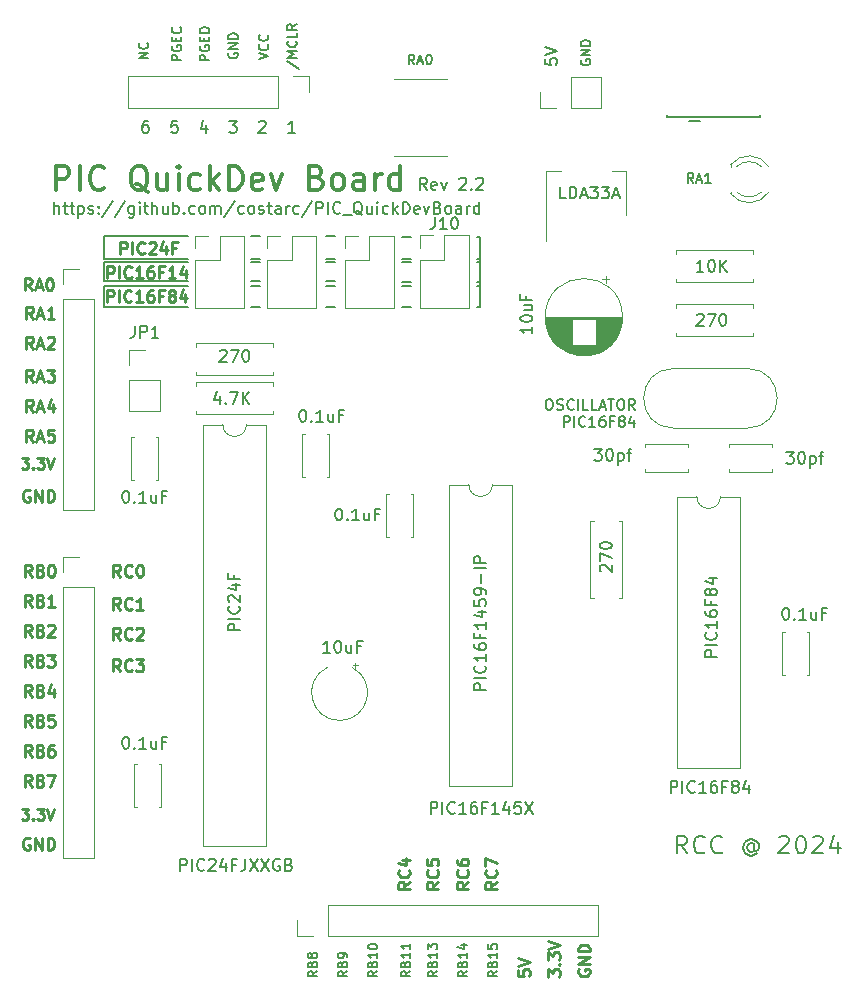
<source format=gbr>
%TF.GenerationSoftware,KiCad,Pcbnew,8.0.2*%
%TF.CreationDate,2024-05-01T23:32:11+01:00*%
%TF.ProjectId,PIC_QuickDevBoard,5049435f-5175-4696-936b-446576426f61,2.2*%
%TF.SameCoordinates,Original*%
%TF.FileFunction,Legend,Top*%
%TF.FilePolarity,Positive*%
%FSLAX46Y46*%
G04 Gerber Fmt 4.6, Leading zero omitted, Abs format (unit mm)*
G04 Created by KiCad (PCBNEW 8.0.2) date 2024-05-01 23:32:11*
%MOMM*%
%LPD*%
G01*
G04 APERTURE LIST*
%ADD10C,0.150000*%
%ADD11C,0.300000*%
%ADD12C,0.200000*%
%ADD13C,0.250000*%
%ADD14C,0.225000*%
%ADD15C,0.120000*%
G04 APERTURE END LIST*
D10*
X89027000Y-57277000D02*
X89789000Y-57277000D01*
X77343000Y-55118000D02*
X70231000Y-55118000D01*
X101796000Y-51331000D02*
X102050000Y-51331000D01*
X82677000Y-57277000D02*
X83439000Y-57277000D01*
X82677000Y-53467000D02*
X83439000Y-53467000D01*
X82677000Y-53213000D02*
X83439000Y-53213000D01*
X89027000Y-53467000D02*
X89789000Y-53467000D01*
X101796000Y-57300000D02*
X102050000Y-57300000D01*
X82677000Y-55118000D02*
X83439000Y-55118000D01*
X70231000Y-53213000D02*
X77343000Y-53213000D01*
X77343000Y-51308000D02*
X77216000Y-51308000D01*
X95488000Y-55522000D02*
X96250000Y-55522000D01*
X89027000Y-51308000D02*
X89789000Y-51308000D01*
X95488000Y-51331000D02*
X96250000Y-51331000D01*
X70231000Y-55118000D02*
X70231000Y-53467000D01*
X82677000Y-51308000D02*
X83439000Y-51308000D01*
X70231000Y-55499000D02*
X77343000Y-55499000D01*
X95488000Y-55141000D02*
X96250000Y-55141000D01*
X101796000Y-53490000D02*
X102050000Y-53490000D01*
X77343000Y-57277000D02*
X70231000Y-57277000D01*
X101796000Y-55522000D02*
X102050000Y-55522000D01*
X89027000Y-55499000D02*
X89789000Y-55499000D01*
X89027000Y-55118000D02*
X89789000Y-55118000D01*
X102050000Y-51331000D02*
X102050000Y-57300000D01*
X95488000Y-57300000D02*
X96250000Y-57300000D01*
X82677000Y-55499000D02*
X83439000Y-55499000D01*
X70231000Y-51308000D02*
X70231000Y-53213000D01*
X95488000Y-53236000D02*
X96250000Y-53236000D01*
X70231000Y-53467000D02*
X77343000Y-53467000D01*
X89027000Y-53213000D02*
X89789000Y-53213000D01*
X77216000Y-51308000D02*
X70231000Y-51308000D01*
X70231000Y-57277000D02*
X70231000Y-55499000D01*
X95488000Y-53490000D02*
X96250000Y-53490000D01*
X101796000Y-53236000D02*
X102050000Y-53236000D01*
X101796000Y-55141000D02*
X102050000Y-55141000D01*
D11*
X66157800Y-47372717D02*
X66157800Y-45372717D01*
X66157800Y-45372717D02*
X66919705Y-45372717D01*
X66919705Y-45372717D02*
X67110181Y-45467955D01*
X67110181Y-45467955D02*
X67205419Y-45563193D01*
X67205419Y-45563193D02*
X67300657Y-45753669D01*
X67300657Y-45753669D02*
X67300657Y-46039383D01*
X67300657Y-46039383D02*
X67205419Y-46229859D01*
X67205419Y-46229859D02*
X67110181Y-46325098D01*
X67110181Y-46325098D02*
X66919705Y-46420336D01*
X66919705Y-46420336D02*
X66157800Y-46420336D01*
X68157800Y-47372717D02*
X68157800Y-45372717D01*
X70253038Y-47182240D02*
X70157800Y-47277479D01*
X70157800Y-47277479D02*
X69872086Y-47372717D01*
X69872086Y-47372717D02*
X69681610Y-47372717D01*
X69681610Y-47372717D02*
X69395895Y-47277479D01*
X69395895Y-47277479D02*
X69205419Y-47087002D01*
X69205419Y-47087002D02*
X69110181Y-46896526D01*
X69110181Y-46896526D02*
X69014943Y-46515574D01*
X69014943Y-46515574D02*
X69014943Y-46229859D01*
X69014943Y-46229859D02*
X69110181Y-45848907D01*
X69110181Y-45848907D02*
X69205419Y-45658431D01*
X69205419Y-45658431D02*
X69395895Y-45467955D01*
X69395895Y-45467955D02*
X69681610Y-45372717D01*
X69681610Y-45372717D02*
X69872086Y-45372717D01*
X69872086Y-45372717D02*
X70157800Y-45467955D01*
X70157800Y-45467955D02*
X70253038Y-45563193D01*
X73967324Y-47563193D02*
X73776848Y-47467955D01*
X73776848Y-47467955D02*
X73586372Y-47277479D01*
X73586372Y-47277479D02*
X73300658Y-46991764D01*
X73300658Y-46991764D02*
X73110181Y-46896526D01*
X73110181Y-46896526D02*
X72919705Y-46896526D01*
X73014943Y-47372717D02*
X72824467Y-47277479D01*
X72824467Y-47277479D02*
X72633991Y-47087002D01*
X72633991Y-47087002D02*
X72538753Y-46706050D01*
X72538753Y-46706050D02*
X72538753Y-46039383D01*
X72538753Y-46039383D02*
X72633991Y-45658431D01*
X72633991Y-45658431D02*
X72824467Y-45467955D01*
X72824467Y-45467955D02*
X73014943Y-45372717D01*
X73014943Y-45372717D02*
X73395896Y-45372717D01*
X73395896Y-45372717D02*
X73586372Y-45467955D01*
X73586372Y-45467955D02*
X73776848Y-45658431D01*
X73776848Y-45658431D02*
X73872086Y-46039383D01*
X73872086Y-46039383D02*
X73872086Y-46706050D01*
X73872086Y-46706050D02*
X73776848Y-47087002D01*
X73776848Y-47087002D02*
X73586372Y-47277479D01*
X73586372Y-47277479D02*
X73395896Y-47372717D01*
X73395896Y-47372717D02*
X73014943Y-47372717D01*
X75586372Y-46039383D02*
X75586372Y-47372717D01*
X74729229Y-46039383D02*
X74729229Y-47087002D01*
X74729229Y-47087002D02*
X74824467Y-47277479D01*
X74824467Y-47277479D02*
X75014943Y-47372717D01*
X75014943Y-47372717D02*
X75300658Y-47372717D01*
X75300658Y-47372717D02*
X75491134Y-47277479D01*
X75491134Y-47277479D02*
X75586372Y-47182240D01*
X76538753Y-47372717D02*
X76538753Y-46039383D01*
X76538753Y-45372717D02*
X76443515Y-45467955D01*
X76443515Y-45467955D02*
X76538753Y-45563193D01*
X76538753Y-45563193D02*
X76633991Y-45467955D01*
X76633991Y-45467955D02*
X76538753Y-45372717D01*
X76538753Y-45372717D02*
X76538753Y-45563193D01*
X78348277Y-47277479D02*
X78157801Y-47372717D01*
X78157801Y-47372717D02*
X77776848Y-47372717D01*
X77776848Y-47372717D02*
X77586372Y-47277479D01*
X77586372Y-47277479D02*
X77491134Y-47182240D01*
X77491134Y-47182240D02*
X77395896Y-46991764D01*
X77395896Y-46991764D02*
X77395896Y-46420336D01*
X77395896Y-46420336D02*
X77491134Y-46229859D01*
X77491134Y-46229859D02*
X77586372Y-46134621D01*
X77586372Y-46134621D02*
X77776848Y-46039383D01*
X77776848Y-46039383D02*
X78157801Y-46039383D01*
X78157801Y-46039383D02*
X78348277Y-46134621D01*
X79205420Y-47372717D02*
X79205420Y-45372717D01*
X79395896Y-46610812D02*
X79967325Y-47372717D01*
X79967325Y-46039383D02*
X79205420Y-46801288D01*
X80824468Y-47372717D02*
X80824468Y-45372717D01*
X80824468Y-45372717D02*
X81300658Y-45372717D01*
X81300658Y-45372717D02*
X81586373Y-45467955D01*
X81586373Y-45467955D02*
X81776849Y-45658431D01*
X81776849Y-45658431D02*
X81872087Y-45848907D01*
X81872087Y-45848907D02*
X81967325Y-46229859D01*
X81967325Y-46229859D02*
X81967325Y-46515574D01*
X81967325Y-46515574D02*
X81872087Y-46896526D01*
X81872087Y-46896526D02*
X81776849Y-47087002D01*
X81776849Y-47087002D02*
X81586373Y-47277479D01*
X81586373Y-47277479D02*
X81300658Y-47372717D01*
X81300658Y-47372717D02*
X80824468Y-47372717D01*
X83586373Y-47277479D02*
X83395897Y-47372717D01*
X83395897Y-47372717D02*
X83014944Y-47372717D01*
X83014944Y-47372717D02*
X82824468Y-47277479D01*
X82824468Y-47277479D02*
X82729230Y-47087002D01*
X82729230Y-47087002D02*
X82729230Y-46325098D01*
X82729230Y-46325098D02*
X82824468Y-46134621D01*
X82824468Y-46134621D02*
X83014944Y-46039383D01*
X83014944Y-46039383D02*
X83395897Y-46039383D01*
X83395897Y-46039383D02*
X83586373Y-46134621D01*
X83586373Y-46134621D02*
X83681611Y-46325098D01*
X83681611Y-46325098D02*
X83681611Y-46515574D01*
X83681611Y-46515574D02*
X82729230Y-46706050D01*
X84348278Y-46039383D02*
X84824468Y-47372717D01*
X84824468Y-47372717D02*
X85300659Y-46039383D01*
X88253041Y-46325098D02*
X88538755Y-46420336D01*
X88538755Y-46420336D02*
X88633993Y-46515574D01*
X88633993Y-46515574D02*
X88729231Y-46706050D01*
X88729231Y-46706050D02*
X88729231Y-46991764D01*
X88729231Y-46991764D02*
X88633993Y-47182240D01*
X88633993Y-47182240D02*
X88538755Y-47277479D01*
X88538755Y-47277479D02*
X88348279Y-47372717D01*
X88348279Y-47372717D02*
X87586374Y-47372717D01*
X87586374Y-47372717D02*
X87586374Y-45372717D01*
X87586374Y-45372717D02*
X88253041Y-45372717D01*
X88253041Y-45372717D02*
X88443517Y-45467955D01*
X88443517Y-45467955D02*
X88538755Y-45563193D01*
X88538755Y-45563193D02*
X88633993Y-45753669D01*
X88633993Y-45753669D02*
X88633993Y-45944145D01*
X88633993Y-45944145D02*
X88538755Y-46134621D01*
X88538755Y-46134621D02*
X88443517Y-46229859D01*
X88443517Y-46229859D02*
X88253041Y-46325098D01*
X88253041Y-46325098D02*
X87586374Y-46325098D01*
X89872088Y-47372717D02*
X89681612Y-47277479D01*
X89681612Y-47277479D02*
X89586374Y-47182240D01*
X89586374Y-47182240D02*
X89491136Y-46991764D01*
X89491136Y-46991764D02*
X89491136Y-46420336D01*
X89491136Y-46420336D02*
X89586374Y-46229859D01*
X89586374Y-46229859D02*
X89681612Y-46134621D01*
X89681612Y-46134621D02*
X89872088Y-46039383D01*
X89872088Y-46039383D02*
X90157803Y-46039383D01*
X90157803Y-46039383D02*
X90348279Y-46134621D01*
X90348279Y-46134621D02*
X90443517Y-46229859D01*
X90443517Y-46229859D02*
X90538755Y-46420336D01*
X90538755Y-46420336D02*
X90538755Y-46991764D01*
X90538755Y-46991764D02*
X90443517Y-47182240D01*
X90443517Y-47182240D02*
X90348279Y-47277479D01*
X90348279Y-47277479D02*
X90157803Y-47372717D01*
X90157803Y-47372717D02*
X89872088Y-47372717D01*
X92253041Y-47372717D02*
X92253041Y-46325098D01*
X92253041Y-46325098D02*
X92157803Y-46134621D01*
X92157803Y-46134621D02*
X91967327Y-46039383D01*
X91967327Y-46039383D02*
X91586374Y-46039383D01*
X91586374Y-46039383D02*
X91395898Y-46134621D01*
X92253041Y-47277479D02*
X92062565Y-47372717D01*
X92062565Y-47372717D02*
X91586374Y-47372717D01*
X91586374Y-47372717D02*
X91395898Y-47277479D01*
X91395898Y-47277479D02*
X91300660Y-47087002D01*
X91300660Y-47087002D02*
X91300660Y-46896526D01*
X91300660Y-46896526D02*
X91395898Y-46706050D01*
X91395898Y-46706050D02*
X91586374Y-46610812D01*
X91586374Y-46610812D02*
X92062565Y-46610812D01*
X92062565Y-46610812D02*
X92253041Y-46515574D01*
X93205422Y-47372717D02*
X93205422Y-46039383D01*
X93205422Y-46420336D02*
X93300660Y-46229859D01*
X93300660Y-46229859D02*
X93395898Y-46134621D01*
X93395898Y-46134621D02*
X93586374Y-46039383D01*
X93586374Y-46039383D02*
X93776851Y-46039383D01*
X95300660Y-47372717D02*
X95300660Y-45372717D01*
X95300660Y-47277479D02*
X95110184Y-47372717D01*
X95110184Y-47372717D02*
X94729231Y-47372717D01*
X94729231Y-47372717D02*
X94538755Y-47277479D01*
X94538755Y-47277479D02*
X94443517Y-47182240D01*
X94443517Y-47182240D02*
X94348279Y-46991764D01*
X94348279Y-46991764D02*
X94348279Y-46420336D01*
X94348279Y-46420336D02*
X94443517Y-46229859D01*
X94443517Y-46229859D02*
X94538755Y-46134621D01*
X94538755Y-46134621D02*
X94729231Y-46039383D01*
X94729231Y-46039383D02*
X95110184Y-46039383D01*
X95110184Y-46039383D02*
X95300660Y-46134621D01*
D12*
X100983695Y-113520802D02*
X100602742Y-113787469D01*
X100983695Y-113977945D02*
X100183695Y-113977945D01*
X100183695Y-113977945D02*
X100183695Y-113673183D01*
X100183695Y-113673183D02*
X100221790Y-113596993D01*
X100221790Y-113596993D02*
X100259885Y-113558898D01*
X100259885Y-113558898D02*
X100336076Y-113520802D01*
X100336076Y-113520802D02*
X100450361Y-113520802D01*
X100450361Y-113520802D02*
X100526552Y-113558898D01*
X100526552Y-113558898D02*
X100564647Y-113596993D01*
X100564647Y-113596993D02*
X100602742Y-113673183D01*
X100602742Y-113673183D02*
X100602742Y-113977945D01*
X100564647Y-112911279D02*
X100602742Y-112796993D01*
X100602742Y-112796993D02*
X100640838Y-112758898D01*
X100640838Y-112758898D02*
X100717028Y-112720802D01*
X100717028Y-112720802D02*
X100831314Y-112720802D01*
X100831314Y-112720802D02*
X100907504Y-112758898D01*
X100907504Y-112758898D02*
X100945600Y-112796993D01*
X100945600Y-112796993D02*
X100983695Y-112873183D01*
X100983695Y-112873183D02*
X100983695Y-113177945D01*
X100983695Y-113177945D02*
X100183695Y-113177945D01*
X100183695Y-113177945D02*
X100183695Y-112911279D01*
X100183695Y-112911279D02*
X100221790Y-112835088D01*
X100221790Y-112835088D02*
X100259885Y-112796993D01*
X100259885Y-112796993D02*
X100336076Y-112758898D01*
X100336076Y-112758898D02*
X100412266Y-112758898D01*
X100412266Y-112758898D02*
X100488457Y-112796993D01*
X100488457Y-112796993D02*
X100526552Y-112835088D01*
X100526552Y-112835088D02*
X100564647Y-112911279D01*
X100564647Y-112911279D02*
X100564647Y-113177945D01*
X100983695Y-111958898D02*
X100983695Y-112416041D01*
X100983695Y-112187469D02*
X100183695Y-112187469D01*
X100183695Y-112187469D02*
X100297980Y-112263660D01*
X100297980Y-112263660D02*
X100374171Y-112339850D01*
X100374171Y-112339850D02*
X100412266Y-112416041D01*
X100450361Y-111273183D02*
X100983695Y-111273183D01*
X100145600Y-111463659D02*
X100717028Y-111654136D01*
X100717028Y-111654136D02*
X100717028Y-111158897D01*
D13*
X64092996Y-90288619D02*
X63759663Y-89812428D01*
X63521568Y-90288619D02*
X63521568Y-89288619D01*
X63521568Y-89288619D02*
X63902520Y-89288619D01*
X63902520Y-89288619D02*
X63997758Y-89336238D01*
X63997758Y-89336238D02*
X64045377Y-89383857D01*
X64045377Y-89383857D02*
X64092996Y-89479095D01*
X64092996Y-89479095D02*
X64092996Y-89621952D01*
X64092996Y-89621952D02*
X64045377Y-89717190D01*
X64045377Y-89717190D02*
X63997758Y-89764809D01*
X63997758Y-89764809D02*
X63902520Y-89812428D01*
X63902520Y-89812428D02*
X63521568Y-89812428D01*
X64854901Y-89764809D02*
X64997758Y-89812428D01*
X64997758Y-89812428D02*
X65045377Y-89860047D01*
X65045377Y-89860047D02*
X65092996Y-89955285D01*
X65092996Y-89955285D02*
X65092996Y-90098142D01*
X65092996Y-90098142D02*
X65045377Y-90193380D01*
X65045377Y-90193380D02*
X64997758Y-90241000D01*
X64997758Y-90241000D02*
X64902520Y-90288619D01*
X64902520Y-90288619D02*
X64521568Y-90288619D01*
X64521568Y-90288619D02*
X64521568Y-89288619D01*
X64521568Y-89288619D02*
X64854901Y-89288619D01*
X64854901Y-89288619D02*
X64950139Y-89336238D01*
X64950139Y-89336238D02*
X64997758Y-89383857D01*
X64997758Y-89383857D02*
X65045377Y-89479095D01*
X65045377Y-89479095D02*
X65045377Y-89574333D01*
X65045377Y-89574333D02*
X64997758Y-89669571D01*
X64997758Y-89669571D02*
X64950139Y-89717190D01*
X64950139Y-89717190D02*
X64854901Y-89764809D01*
X64854901Y-89764809D02*
X64521568Y-89764809D01*
X65950139Y-89621952D02*
X65950139Y-90288619D01*
X65712044Y-89241000D02*
X65473949Y-89955285D01*
X65473949Y-89955285D02*
X66092996Y-89955285D01*
D14*
X63268597Y-99816157D02*
X63825740Y-99816157D01*
X63825740Y-99816157D02*
X63525740Y-100159014D01*
X63525740Y-100159014D02*
X63654311Y-100159014D01*
X63654311Y-100159014D02*
X63740026Y-100201871D01*
X63740026Y-100201871D02*
X63782883Y-100244728D01*
X63782883Y-100244728D02*
X63825740Y-100330442D01*
X63825740Y-100330442D02*
X63825740Y-100544728D01*
X63825740Y-100544728D02*
X63782883Y-100630442D01*
X63782883Y-100630442D02*
X63740026Y-100673300D01*
X63740026Y-100673300D02*
X63654311Y-100716157D01*
X63654311Y-100716157D02*
X63397168Y-100716157D01*
X63397168Y-100716157D02*
X63311454Y-100673300D01*
X63311454Y-100673300D02*
X63268597Y-100630442D01*
X64211454Y-100630442D02*
X64254311Y-100673300D01*
X64254311Y-100673300D02*
X64211454Y-100716157D01*
X64211454Y-100716157D02*
X64168597Y-100673300D01*
X64168597Y-100673300D02*
X64211454Y-100630442D01*
X64211454Y-100630442D02*
X64211454Y-100716157D01*
X64554311Y-99816157D02*
X65111454Y-99816157D01*
X65111454Y-99816157D02*
X64811454Y-100159014D01*
X64811454Y-100159014D02*
X64940025Y-100159014D01*
X64940025Y-100159014D02*
X65025740Y-100201871D01*
X65025740Y-100201871D02*
X65068597Y-100244728D01*
X65068597Y-100244728D02*
X65111454Y-100330442D01*
X65111454Y-100330442D02*
X65111454Y-100544728D01*
X65111454Y-100544728D02*
X65068597Y-100630442D01*
X65068597Y-100630442D02*
X65025740Y-100673300D01*
X65025740Y-100673300D02*
X64940025Y-100716157D01*
X64940025Y-100716157D02*
X64682882Y-100716157D01*
X64682882Y-100716157D02*
X64597168Y-100673300D01*
X64597168Y-100673300D02*
X64554311Y-100630442D01*
X65368597Y-99816157D02*
X65668597Y-100716157D01*
X65668597Y-100716157D02*
X65968597Y-99816157D01*
D12*
X119582863Y-103565028D02*
X119082863Y-102850742D01*
X118725720Y-103565028D02*
X118725720Y-102065028D01*
X118725720Y-102065028D02*
X119297149Y-102065028D01*
X119297149Y-102065028D02*
X119440006Y-102136457D01*
X119440006Y-102136457D02*
X119511435Y-102207885D01*
X119511435Y-102207885D02*
X119582863Y-102350742D01*
X119582863Y-102350742D02*
X119582863Y-102565028D01*
X119582863Y-102565028D02*
X119511435Y-102707885D01*
X119511435Y-102707885D02*
X119440006Y-102779314D01*
X119440006Y-102779314D02*
X119297149Y-102850742D01*
X119297149Y-102850742D02*
X118725720Y-102850742D01*
X121082863Y-103422171D02*
X121011435Y-103493600D01*
X121011435Y-103493600D02*
X120797149Y-103565028D01*
X120797149Y-103565028D02*
X120654292Y-103565028D01*
X120654292Y-103565028D02*
X120440006Y-103493600D01*
X120440006Y-103493600D02*
X120297149Y-103350742D01*
X120297149Y-103350742D02*
X120225720Y-103207885D01*
X120225720Y-103207885D02*
X120154292Y-102922171D01*
X120154292Y-102922171D02*
X120154292Y-102707885D01*
X120154292Y-102707885D02*
X120225720Y-102422171D01*
X120225720Y-102422171D02*
X120297149Y-102279314D01*
X120297149Y-102279314D02*
X120440006Y-102136457D01*
X120440006Y-102136457D02*
X120654292Y-102065028D01*
X120654292Y-102065028D02*
X120797149Y-102065028D01*
X120797149Y-102065028D02*
X121011435Y-102136457D01*
X121011435Y-102136457D02*
X121082863Y-102207885D01*
X122582863Y-103422171D02*
X122511435Y-103493600D01*
X122511435Y-103493600D02*
X122297149Y-103565028D01*
X122297149Y-103565028D02*
X122154292Y-103565028D01*
X122154292Y-103565028D02*
X121940006Y-103493600D01*
X121940006Y-103493600D02*
X121797149Y-103350742D01*
X121797149Y-103350742D02*
X121725720Y-103207885D01*
X121725720Y-103207885D02*
X121654292Y-102922171D01*
X121654292Y-102922171D02*
X121654292Y-102707885D01*
X121654292Y-102707885D02*
X121725720Y-102422171D01*
X121725720Y-102422171D02*
X121797149Y-102279314D01*
X121797149Y-102279314D02*
X121940006Y-102136457D01*
X121940006Y-102136457D02*
X122154292Y-102065028D01*
X122154292Y-102065028D02*
X122297149Y-102065028D01*
X122297149Y-102065028D02*
X122511435Y-102136457D01*
X122511435Y-102136457D02*
X122582863Y-102207885D01*
X125297149Y-102850742D02*
X125225720Y-102779314D01*
X125225720Y-102779314D02*
X125082863Y-102707885D01*
X125082863Y-102707885D02*
X124940006Y-102707885D01*
X124940006Y-102707885D02*
X124797149Y-102779314D01*
X124797149Y-102779314D02*
X124725720Y-102850742D01*
X124725720Y-102850742D02*
X124654292Y-102993600D01*
X124654292Y-102993600D02*
X124654292Y-103136457D01*
X124654292Y-103136457D02*
X124725720Y-103279314D01*
X124725720Y-103279314D02*
X124797149Y-103350742D01*
X124797149Y-103350742D02*
X124940006Y-103422171D01*
X124940006Y-103422171D02*
X125082863Y-103422171D01*
X125082863Y-103422171D02*
X125225720Y-103350742D01*
X125225720Y-103350742D02*
X125297149Y-103279314D01*
X125297149Y-102707885D02*
X125297149Y-103279314D01*
X125297149Y-103279314D02*
X125368577Y-103350742D01*
X125368577Y-103350742D02*
X125440006Y-103350742D01*
X125440006Y-103350742D02*
X125582863Y-103279314D01*
X125582863Y-103279314D02*
X125654292Y-103136457D01*
X125654292Y-103136457D02*
X125654292Y-102779314D01*
X125654292Y-102779314D02*
X125511435Y-102565028D01*
X125511435Y-102565028D02*
X125297149Y-102422171D01*
X125297149Y-102422171D02*
X125011435Y-102350742D01*
X125011435Y-102350742D02*
X124725720Y-102422171D01*
X124725720Y-102422171D02*
X124511435Y-102565028D01*
X124511435Y-102565028D02*
X124368577Y-102779314D01*
X124368577Y-102779314D02*
X124297149Y-103065028D01*
X124297149Y-103065028D02*
X124368577Y-103350742D01*
X124368577Y-103350742D02*
X124511435Y-103565028D01*
X124511435Y-103565028D02*
X124725720Y-103707885D01*
X124725720Y-103707885D02*
X125011435Y-103779314D01*
X125011435Y-103779314D02*
X125297149Y-103707885D01*
X125297149Y-103707885D02*
X125511435Y-103565028D01*
X127368577Y-102207885D02*
X127440005Y-102136457D01*
X127440005Y-102136457D02*
X127582863Y-102065028D01*
X127582863Y-102065028D02*
X127940005Y-102065028D01*
X127940005Y-102065028D02*
X128082863Y-102136457D01*
X128082863Y-102136457D02*
X128154291Y-102207885D01*
X128154291Y-102207885D02*
X128225720Y-102350742D01*
X128225720Y-102350742D02*
X128225720Y-102493600D01*
X128225720Y-102493600D02*
X128154291Y-102707885D01*
X128154291Y-102707885D02*
X127297148Y-103565028D01*
X127297148Y-103565028D02*
X128225720Y-103565028D01*
X129154291Y-102065028D02*
X129297148Y-102065028D01*
X129297148Y-102065028D02*
X129440005Y-102136457D01*
X129440005Y-102136457D02*
X129511434Y-102207885D01*
X129511434Y-102207885D02*
X129582862Y-102350742D01*
X129582862Y-102350742D02*
X129654291Y-102636457D01*
X129654291Y-102636457D02*
X129654291Y-102993600D01*
X129654291Y-102993600D02*
X129582862Y-103279314D01*
X129582862Y-103279314D02*
X129511434Y-103422171D01*
X129511434Y-103422171D02*
X129440005Y-103493600D01*
X129440005Y-103493600D02*
X129297148Y-103565028D01*
X129297148Y-103565028D02*
X129154291Y-103565028D01*
X129154291Y-103565028D02*
X129011434Y-103493600D01*
X129011434Y-103493600D02*
X128940005Y-103422171D01*
X128940005Y-103422171D02*
X128868576Y-103279314D01*
X128868576Y-103279314D02*
X128797148Y-102993600D01*
X128797148Y-102993600D02*
X128797148Y-102636457D01*
X128797148Y-102636457D02*
X128868576Y-102350742D01*
X128868576Y-102350742D02*
X128940005Y-102207885D01*
X128940005Y-102207885D02*
X129011434Y-102136457D01*
X129011434Y-102136457D02*
X129154291Y-102065028D01*
X130225719Y-102207885D02*
X130297147Y-102136457D01*
X130297147Y-102136457D02*
X130440005Y-102065028D01*
X130440005Y-102065028D02*
X130797147Y-102065028D01*
X130797147Y-102065028D02*
X130940005Y-102136457D01*
X130940005Y-102136457D02*
X131011433Y-102207885D01*
X131011433Y-102207885D02*
X131082862Y-102350742D01*
X131082862Y-102350742D02*
X131082862Y-102493600D01*
X131082862Y-102493600D02*
X131011433Y-102707885D01*
X131011433Y-102707885D02*
X130154290Y-103565028D01*
X130154290Y-103565028D02*
X131082862Y-103565028D01*
X132368576Y-102565028D02*
X132368576Y-103565028D01*
X132011433Y-101993600D02*
X131654290Y-103065028D01*
X131654290Y-103065028D02*
X132582861Y-103065028D01*
D13*
X96130619Y-105960003D02*
X95654428Y-106293336D01*
X96130619Y-106531431D02*
X95130619Y-106531431D01*
X95130619Y-106531431D02*
X95130619Y-106150479D01*
X95130619Y-106150479D02*
X95178238Y-106055241D01*
X95178238Y-106055241D02*
X95225857Y-106007622D01*
X95225857Y-106007622D02*
X95321095Y-105960003D01*
X95321095Y-105960003D02*
X95463952Y-105960003D01*
X95463952Y-105960003D02*
X95559190Y-106007622D01*
X95559190Y-106007622D02*
X95606809Y-106055241D01*
X95606809Y-106055241D02*
X95654428Y-106150479D01*
X95654428Y-106150479D02*
X95654428Y-106531431D01*
X96035380Y-104960003D02*
X96083000Y-105007622D01*
X96083000Y-105007622D02*
X96130619Y-105150479D01*
X96130619Y-105150479D02*
X96130619Y-105245717D01*
X96130619Y-105245717D02*
X96083000Y-105388574D01*
X96083000Y-105388574D02*
X95987761Y-105483812D01*
X95987761Y-105483812D02*
X95892523Y-105531431D01*
X95892523Y-105531431D02*
X95702047Y-105579050D01*
X95702047Y-105579050D02*
X95559190Y-105579050D01*
X95559190Y-105579050D02*
X95368714Y-105531431D01*
X95368714Y-105531431D02*
X95273476Y-105483812D01*
X95273476Y-105483812D02*
X95178238Y-105388574D01*
X95178238Y-105388574D02*
X95130619Y-105245717D01*
X95130619Y-105245717D02*
X95130619Y-105150479D01*
X95130619Y-105150479D02*
X95178238Y-105007622D01*
X95178238Y-105007622D02*
X95225857Y-104960003D01*
X95463952Y-104102860D02*
X96130619Y-104102860D01*
X95083000Y-104340955D02*
X95797285Y-104579050D01*
X95797285Y-104579050D02*
X95797285Y-103960003D01*
X64092996Y-85208619D02*
X63759663Y-84732428D01*
X63521568Y-85208619D02*
X63521568Y-84208619D01*
X63521568Y-84208619D02*
X63902520Y-84208619D01*
X63902520Y-84208619D02*
X63997758Y-84256238D01*
X63997758Y-84256238D02*
X64045377Y-84303857D01*
X64045377Y-84303857D02*
X64092996Y-84399095D01*
X64092996Y-84399095D02*
X64092996Y-84541952D01*
X64092996Y-84541952D02*
X64045377Y-84637190D01*
X64045377Y-84637190D02*
X63997758Y-84684809D01*
X63997758Y-84684809D02*
X63902520Y-84732428D01*
X63902520Y-84732428D02*
X63521568Y-84732428D01*
X64854901Y-84684809D02*
X64997758Y-84732428D01*
X64997758Y-84732428D02*
X65045377Y-84780047D01*
X65045377Y-84780047D02*
X65092996Y-84875285D01*
X65092996Y-84875285D02*
X65092996Y-85018142D01*
X65092996Y-85018142D02*
X65045377Y-85113380D01*
X65045377Y-85113380D02*
X64997758Y-85161000D01*
X64997758Y-85161000D02*
X64902520Y-85208619D01*
X64902520Y-85208619D02*
X64521568Y-85208619D01*
X64521568Y-85208619D02*
X64521568Y-84208619D01*
X64521568Y-84208619D02*
X64854901Y-84208619D01*
X64854901Y-84208619D02*
X64950139Y-84256238D01*
X64950139Y-84256238D02*
X64997758Y-84303857D01*
X64997758Y-84303857D02*
X65045377Y-84399095D01*
X65045377Y-84399095D02*
X65045377Y-84494333D01*
X65045377Y-84494333D02*
X64997758Y-84589571D01*
X64997758Y-84589571D02*
X64950139Y-84637190D01*
X64950139Y-84637190D02*
X64854901Y-84684809D01*
X64854901Y-84684809D02*
X64521568Y-84684809D01*
X65473949Y-84303857D02*
X65521568Y-84256238D01*
X65521568Y-84256238D02*
X65616806Y-84208619D01*
X65616806Y-84208619D02*
X65854901Y-84208619D01*
X65854901Y-84208619D02*
X65950139Y-84256238D01*
X65950139Y-84256238D02*
X65997758Y-84303857D01*
X65997758Y-84303857D02*
X66045377Y-84399095D01*
X66045377Y-84399095D02*
X66045377Y-84494333D01*
X66045377Y-84494333D02*
X65997758Y-84637190D01*
X65997758Y-84637190D02*
X65426330Y-85208619D01*
X65426330Y-85208619D02*
X66045377Y-85208619D01*
X64092996Y-95368619D02*
X63759663Y-94892428D01*
X63521568Y-95368619D02*
X63521568Y-94368619D01*
X63521568Y-94368619D02*
X63902520Y-94368619D01*
X63902520Y-94368619D02*
X63997758Y-94416238D01*
X63997758Y-94416238D02*
X64045377Y-94463857D01*
X64045377Y-94463857D02*
X64092996Y-94559095D01*
X64092996Y-94559095D02*
X64092996Y-94701952D01*
X64092996Y-94701952D02*
X64045377Y-94797190D01*
X64045377Y-94797190D02*
X63997758Y-94844809D01*
X63997758Y-94844809D02*
X63902520Y-94892428D01*
X63902520Y-94892428D02*
X63521568Y-94892428D01*
X64854901Y-94844809D02*
X64997758Y-94892428D01*
X64997758Y-94892428D02*
X65045377Y-94940047D01*
X65045377Y-94940047D02*
X65092996Y-95035285D01*
X65092996Y-95035285D02*
X65092996Y-95178142D01*
X65092996Y-95178142D02*
X65045377Y-95273380D01*
X65045377Y-95273380D02*
X64997758Y-95321000D01*
X64997758Y-95321000D02*
X64902520Y-95368619D01*
X64902520Y-95368619D02*
X64521568Y-95368619D01*
X64521568Y-95368619D02*
X64521568Y-94368619D01*
X64521568Y-94368619D02*
X64854901Y-94368619D01*
X64854901Y-94368619D02*
X64950139Y-94416238D01*
X64950139Y-94416238D02*
X64997758Y-94463857D01*
X64997758Y-94463857D02*
X65045377Y-94559095D01*
X65045377Y-94559095D02*
X65045377Y-94654333D01*
X65045377Y-94654333D02*
X64997758Y-94749571D01*
X64997758Y-94749571D02*
X64950139Y-94797190D01*
X64950139Y-94797190D02*
X64854901Y-94844809D01*
X64854901Y-94844809D02*
X64521568Y-94844809D01*
X65950139Y-94368619D02*
X65759663Y-94368619D01*
X65759663Y-94368619D02*
X65664425Y-94416238D01*
X65664425Y-94416238D02*
X65616806Y-94463857D01*
X65616806Y-94463857D02*
X65521568Y-94606714D01*
X65521568Y-94606714D02*
X65473949Y-94797190D01*
X65473949Y-94797190D02*
X65473949Y-95178142D01*
X65473949Y-95178142D02*
X65521568Y-95273380D01*
X65521568Y-95273380D02*
X65569187Y-95321000D01*
X65569187Y-95321000D02*
X65664425Y-95368619D01*
X65664425Y-95368619D02*
X65854901Y-95368619D01*
X65854901Y-95368619D02*
X65950139Y-95321000D01*
X65950139Y-95321000D02*
X65997758Y-95273380D01*
X65997758Y-95273380D02*
X66045377Y-95178142D01*
X66045377Y-95178142D02*
X66045377Y-94940047D01*
X66045377Y-94940047D02*
X65997758Y-94844809D01*
X65997758Y-94844809D02*
X65950139Y-94797190D01*
X65950139Y-94797190D02*
X65854901Y-94749571D01*
X65854901Y-94749571D02*
X65664425Y-94749571D01*
X65664425Y-94749571D02*
X65569187Y-94797190D01*
X65569187Y-94797190D02*
X65521568Y-94844809D01*
X65521568Y-94844809D02*
X65473949Y-94940047D01*
X64092996Y-55871619D02*
X63759663Y-55395428D01*
X63521568Y-55871619D02*
X63521568Y-54871619D01*
X63521568Y-54871619D02*
X63902520Y-54871619D01*
X63902520Y-54871619D02*
X63997758Y-54919238D01*
X63997758Y-54919238D02*
X64045377Y-54966857D01*
X64045377Y-54966857D02*
X64092996Y-55062095D01*
X64092996Y-55062095D02*
X64092996Y-55204952D01*
X64092996Y-55204952D02*
X64045377Y-55300190D01*
X64045377Y-55300190D02*
X63997758Y-55347809D01*
X63997758Y-55347809D02*
X63902520Y-55395428D01*
X63902520Y-55395428D02*
X63521568Y-55395428D01*
X64473949Y-55585904D02*
X64950139Y-55585904D01*
X64378711Y-55871619D02*
X64712044Y-54871619D01*
X64712044Y-54871619D02*
X65045377Y-55871619D01*
X65569187Y-54871619D02*
X65664425Y-54871619D01*
X65664425Y-54871619D02*
X65759663Y-54919238D01*
X65759663Y-54919238D02*
X65807282Y-54966857D01*
X65807282Y-54966857D02*
X65854901Y-55062095D01*
X65854901Y-55062095D02*
X65902520Y-55252571D01*
X65902520Y-55252571D02*
X65902520Y-55490666D01*
X65902520Y-55490666D02*
X65854901Y-55681142D01*
X65854901Y-55681142D02*
X65807282Y-55776380D01*
X65807282Y-55776380D02*
X65759663Y-55824000D01*
X65759663Y-55824000D02*
X65664425Y-55871619D01*
X65664425Y-55871619D02*
X65569187Y-55871619D01*
X65569187Y-55871619D02*
X65473949Y-55824000D01*
X65473949Y-55824000D02*
X65426330Y-55776380D01*
X65426330Y-55776380D02*
X65378711Y-55681142D01*
X65378711Y-55681142D02*
X65331092Y-55490666D01*
X65331092Y-55490666D02*
X65331092Y-55252571D01*
X65331092Y-55252571D02*
X65378711Y-55062095D01*
X65378711Y-55062095D02*
X65426330Y-54966857D01*
X65426330Y-54966857D02*
X65473949Y-54919238D01*
X65473949Y-54919238D02*
X65569187Y-54871619D01*
X63918377Y-102290238D02*
X63823139Y-102242619D01*
X63823139Y-102242619D02*
X63680282Y-102242619D01*
X63680282Y-102242619D02*
X63537425Y-102290238D01*
X63537425Y-102290238D02*
X63442187Y-102385476D01*
X63442187Y-102385476D02*
X63394568Y-102480714D01*
X63394568Y-102480714D02*
X63346949Y-102671190D01*
X63346949Y-102671190D02*
X63346949Y-102814047D01*
X63346949Y-102814047D02*
X63394568Y-103004523D01*
X63394568Y-103004523D02*
X63442187Y-103099761D01*
X63442187Y-103099761D02*
X63537425Y-103195000D01*
X63537425Y-103195000D02*
X63680282Y-103242619D01*
X63680282Y-103242619D02*
X63775520Y-103242619D01*
X63775520Y-103242619D02*
X63918377Y-103195000D01*
X63918377Y-103195000D02*
X63965996Y-103147380D01*
X63965996Y-103147380D02*
X63965996Y-102814047D01*
X63965996Y-102814047D02*
X63775520Y-102814047D01*
X64394568Y-103242619D02*
X64394568Y-102242619D01*
X64394568Y-102242619D02*
X64965996Y-103242619D01*
X64965996Y-103242619D02*
X64965996Y-102242619D01*
X65442187Y-103242619D02*
X65442187Y-102242619D01*
X65442187Y-102242619D02*
X65680282Y-102242619D01*
X65680282Y-102242619D02*
X65823139Y-102290238D01*
X65823139Y-102290238D02*
X65918377Y-102385476D01*
X65918377Y-102385476D02*
X65965996Y-102480714D01*
X65965996Y-102480714D02*
X66013615Y-102671190D01*
X66013615Y-102671190D02*
X66013615Y-102814047D01*
X66013615Y-102814047D02*
X65965996Y-103004523D01*
X65965996Y-103004523D02*
X65918377Y-103099761D01*
X65918377Y-103099761D02*
X65823139Y-103195000D01*
X65823139Y-103195000D02*
X65680282Y-103242619D01*
X65680282Y-103242619D02*
X65442187Y-103242619D01*
X70506568Y-54855619D02*
X70506568Y-53855619D01*
X70506568Y-53855619D02*
X70887520Y-53855619D01*
X70887520Y-53855619D02*
X70982758Y-53903238D01*
X70982758Y-53903238D02*
X71030377Y-53950857D01*
X71030377Y-53950857D02*
X71077996Y-54046095D01*
X71077996Y-54046095D02*
X71077996Y-54188952D01*
X71077996Y-54188952D02*
X71030377Y-54284190D01*
X71030377Y-54284190D02*
X70982758Y-54331809D01*
X70982758Y-54331809D02*
X70887520Y-54379428D01*
X70887520Y-54379428D02*
X70506568Y-54379428D01*
X71506568Y-54855619D02*
X71506568Y-53855619D01*
X72554186Y-54760380D02*
X72506567Y-54808000D01*
X72506567Y-54808000D02*
X72363710Y-54855619D01*
X72363710Y-54855619D02*
X72268472Y-54855619D01*
X72268472Y-54855619D02*
X72125615Y-54808000D01*
X72125615Y-54808000D02*
X72030377Y-54712761D01*
X72030377Y-54712761D02*
X71982758Y-54617523D01*
X71982758Y-54617523D02*
X71935139Y-54427047D01*
X71935139Y-54427047D02*
X71935139Y-54284190D01*
X71935139Y-54284190D02*
X71982758Y-54093714D01*
X71982758Y-54093714D02*
X72030377Y-53998476D01*
X72030377Y-53998476D02*
X72125615Y-53903238D01*
X72125615Y-53903238D02*
X72268472Y-53855619D01*
X72268472Y-53855619D02*
X72363710Y-53855619D01*
X72363710Y-53855619D02*
X72506567Y-53903238D01*
X72506567Y-53903238D02*
X72554186Y-53950857D01*
X73506567Y-54855619D02*
X72935139Y-54855619D01*
X73220853Y-54855619D02*
X73220853Y-53855619D01*
X73220853Y-53855619D02*
X73125615Y-53998476D01*
X73125615Y-53998476D02*
X73030377Y-54093714D01*
X73030377Y-54093714D02*
X72935139Y-54141333D01*
X74363710Y-53855619D02*
X74173234Y-53855619D01*
X74173234Y-53855619D02*
X74077996Y-53903238D01*
X74077996Y-53903238D02*
X74030377Y-53950857D01*
X74030377Y-53950857D02*
X73935139Y-54093714D01*
X73935139Y-54093714D02*
X73887520Y-54284190D01*
X73887520Y-54284190D02*
X73887520Y-54665142D01*
X73887520Y-54665142D02*
X73935139Y-54760380D01*
X73935139Y-54760380D02*
X73982758Y-54808000D01*
X73982758Y-54808000D02*
X74077996Y-54855619D01*
X74077996Y-54855619D02*
X74268472Y-54855619D01*
X74268472Y-54855619D02*
X74363710Y-54808000D01*
X74363710Y-54808000D02*
X74411329Y-54760380D01*
X74411329Y-54760380D02*
X74458948Y-54665142D01*
X74458948Y-54665142D02*
X74458948Y-54427047D01*
X74458948Y-54427047D02*
X74411329Y-54331809D01*
X74411329Y-54331809D02*
X74363710Y-54284190D01*
X74363710Y-54284190D02*
X74268472Y-54236571D01*
X74268472Y-54236571D02*
X74077996Y-54236571D01*
X74077996Y-54236571D02*
X73982758Y-54284190D01*
X73982758Y-54284190D02*
X73935139Y-54331809D01*
X73935139Y-54331809D02*
X73887520Y-54427047D01*
X75220853Y-54331809D02*
X74887520Y-54331809D01*
X74887520Y-54855619D02*
X74887520Y-53855619D01*
X74887520Y-53855619D02*
X75363710Y-53855619D01*
X76268472Y-54855619D02*
X75697044Y-54855619D01*
X75982758Y-54855619D02*
X75982758Y-53855619D01*
X75982758Y-53855619D02*
X75887520Y-53998476D01*
X75887520Y-53998476D02*
X75792282Y-54093714D01*
X75792282Y-54093714D02*
X75697044Y-54141333D01*
X77125615Y-54188952D02*
X77125615Y-54855619D01*
X76887520Y-53808000D02*
X76649425Y-54522285D01*
X76649425Y-54522285D02*
X77268472Y-54522285D01*
X71585996Y-88129619D02*
X71252663Y-87653428D01*
X71014568Y-88129619D02*
X71014568Y-87129619D01*
X71014568Y-87129619D02*
X71395520Y-87129619D01*
X71395520Y-87129619D02*
X71490758Y-87177238D01*
X71490758Y-87177238D02*
X71538377Y-87224857D01*
X71538377Y-87224857D02*
X71585996Y-87320095D01*
X71585996Y-87320095D02*
X71585996Y-87462952D01*
X71585996Y-87462952D02*
X71538377Y-87558190D01*
X71538377Y-87558190D02*
X71490758Y-87605809D01*
X71490758Y-87605809D02*
X71395520Y-87653428D01*
X71395520Y-87653428D02*
X71014568Y-87653428D01*
X72585996Y-88034380D02*
X72538377Y-88082000D01*
X72538377Y-88082000D02*
X72395520Y-88129619D01*
X72395520Y-88129619D02*
X72300282Y-88129619D01*
X72300282Y-88129619D02*
X72157425Y-88082000D01*
X72157425Y-88082000D02*
X72062187Y-87986761D01*
X72062187Y-87986761D02*
X72014568Y-87891523D01*
X72014568Y-87891523D02*
X71966949Y-87701047D01*
X71966949Y-87701047D02*
X71966949Y-87558190D01*
X71966949Y-87558190D02*
X72014568Y-87367714D01*
X72014568Y-87367714D02*
X72062187Y-87272476D01*
X72062187Y-87272476D02*
X72157425Y-87177238D01*
X72157425Y-87177238D02*
X72300282Y-87129619D01*
X72300282Y-87129619D02*
X72395520Y-87129619D01*
X72395520Y-87129619D02*
X72538377Y-87177238D01*
X72538377Y-87177238D02*
X72585996Y-87224857D01*
X72919330Y-87129619D02*
X73538377Y-87129619D01*
X73538377Y-87129619D02*
X73205044Y-87510571D01*
X73205044Y-87510571D02*
X73347901Y-87510571D01*
X73347901Y-87510571D02*
X73443139Y-87558190D01*
X73443139Y-87558190D02*
X73490758Y-87605809D01*
X73490758Y-87605809D02*
X73538377Y-87701047D01*
X73538377Y-87701047D02*
X73538377Y-87939142D01*
X73538377Y-87939142D02*
X73490758Y-88034380D01*
X73490758Y-88034380D02*
X73443139Y-88082000D01*
X73443139Y-88082000D02*
X73347901Y-88129619D01*
X73347901Y-88129619D02*
X73062187Y-88129619D01*
X73062187Y-88129619D02*
X72966949Y-88082000D01*
X72966949Y-88082000D02*
X72919330Y-88034380D01*
D10*
X96504303Y-36724295D02*
X96237636Y-36343342D01*
X96047160Y-36724295D02*
X96047160Y-35924295D01*
X96047160Y-35924295D02*
X96351922Y-35924295D01*
X96351922Y-35924295D02*
X96428112Y-35962390D01*
X96428112Y-35962390D02*
X96466207Y-36000485D01*
X96466207Y-36000485D02*
X96504303Y-36076676D01*
X96504303Y-36076676D02*
X96504303Y-36190961D01*
X96504303Y-36190961D02*
X96466207Y-36267152D01*
X96466207Y-36267152D02*
X96428112Y-36305247D01*
X96428112Y-36305247D02*
X96351922Y-36343342D01*
X96351922Y-36343342D02*
X96047160Y-36343342D01*
X96809064Y-36495723D02*
X97190017Y-36495723D01*
X96732874Y-36724295D02*
X96999541Y-35924295D01*
X96999541Y-35924295D02*
X97266207Y-36724295D01*
X97685255Y-35924295D02*
X97761445Y-35924295D01*
X97761445Y-35924295D02*
X97837636Y-35962390D01*
X97837636Y-35962390D02*
X97875731Y-36000485D01*
X97875731Y-36000485D02*
X97913826Y-36076676D01*
X97913826Y-36076676D02*
X97951921Y-36229057D01*
X97951921Y-36229057D02*
X97951921Y-36419533D01*
X97951921Y-36419533D02*
X97913826Y-36571914D01*
X97913826Y-36571914D02*
X97875731Y-36648104D01*
X97875731Y-36648104D02*
X97837636Y-36686200D01*
X97837636Y-36686200D02*
X97761445Y-36724295D01*
X97761445Y-36724295D02*
X97685255Y-36724295D01*
X97685255Y-36724295D02*
X97609064Y-36686200D01*
X97609064Y-36686200D02*
X97570969Y-36648104D01*
X97570969Y-36648104D02*
X97532874Y-36571914D01*
X97532874Y-36571914D02*
X97494778Y-36419533D01*
X97494778Y-36419533D02*
X97494778Y-36229057D01*
X97494778Y-36229057D02*
X97532874Y-36076676D01*
X97532874Y-36076676D02*
X97570969Y-36000485D01*
X97570969Y-36000485D02*
X97609064Y-35962390D01*
X97609064Y-35962390D02*
X97685255Y-35924295D01*
X120126303Y-46757295D02*
X119859636Y-46376342D01*
X119669160Y-46757295D02*
X119669160Y-45957295D01*
X119669160Y-45957295D02*
X119973922Y-45957295D01*
X119973922Y-45957295D02*
X120050112Y-45995390D01*
X120050112Y-45995390D02*
X120088207Y-46033485D01*
X120088207Y-46033485D02*
X120126303Y-46109676D01*
X120126303Y-46109676D02*
X120126303Y-46223961D01*
X120126303Y-46223961D02*
X120088207Y-46300152D01*
X120088207Y-46300152D02*
X120050112Y-46338247D01*
X120050112Y-46338247D02*
X119973922Y-46376342D01*
X119973922Y-46376342D02*
X119669160Y-46376342D01*
X120431064Y-46528723D02*
X120812017Y-46528723D01*
X120354874Y-46757295D02*
X120621541Y-45957295D01*
X120621541Y-45957295D02*
X120888207Y-46757295D01*
X121573921Y-46757295D02*
X121116778Y-46757295D01*
X121345350Y-46757295D02*
X121345350Y-45957295D01*
X121345350Y-45957295D02*
X121269159Y-46071580D01*
X121269159Y-46071580D02*
X121192969Y-46147771D01*
X121192969Y-46147771D02*
X121116778Y-46185866D01*
D13*
X103496619Y-105960003D02*
X103020428Y-106293336D01*
X103496619Y-106531431D02*
X102496619Y-106531431D01*
X102496619Y-106531431D02*
X102496619Y-106150479D01*
X102496619Y-106150479D02*
X102544238Y-106055241D01*
X102544238Y-106055241D02*
X102591857Y-106007622D01*
X102591857Y-106007622D02*
X102687095Y-105960003D01*
X102687095Y-105960003D02*
X102829952Y-105960003D01*
X102829952Y-105960003D02*
X102925190Y-106007622D01*
X102925190Y-106007622D02*
X102972809Y-106055241D01*
X102972809Y-106055241D02*
X103020428Y-106150479D01*
X103020428Y-106150479D02*
X103020428Y-106531431D01*
X103401380Y-104960003D02*
X103449000Y-105007622D01*
X103449000Y-105007622D02*
X103496619Y-105150479D01*
X103496619Y-105150479D02*
X103496619Y-105245717D01*
X103496619Y-105245717D02*
X103449000Y-105388574D01*
X103449000Y-105388574D02*
X103353761Y-105483812D01*
X103353761Y-105483812D02*
X103258523Y-105531431D01*
X103258523Y-105531431D02*
X103068047Y-105579050D01*
X103068047Y-105579050D02*
X102925190Y-105579050D01*
X102925190Y-105579050D02*
X102734714Y-105531431D01*
X102734714Y-105531431D02*
X102639476Y-105483812D01*
X102639476Y-105483812D02*
X102544238Y-105388574D01*
X102544238Y-105388574D02*
X102496619Y-105245717D01*
X102496619Y-105245717D02*
X102496619Y-105150479D01*
X102496619Y-105150479D02*
X102544238Y-105007622D01*
X102544238Y-105007622D02*
X102591857Y-104960003D01*
X102496619Y-104626669D02*
X102496619Y-103960003D01*
X102496619Y-103960003D02*
X103496619Y-104388574D01*
D10*
X97872779Y-100199819D02*
X97872779Y-99199819D01*
X97872779Y-99199819D02*
X98253731Y-99199819D01*
X98253731Y-99199819D02*
X98348969Y-99247438D01*
X98348969Y-99247438D02*
X98396588Y-99295057D01*
X98396588Y-99295057D02*
X98444207Y-99390295D01*
X98444207Y-99390295D02*
X98444207Y-99533152D01*
X98444207Y-99533152D02*
X98396588Y-99628390D01*
X98396588Y-99628390D02*
X98348969Y-99676009D01*
X98348969Y-99676009D02*
X98253731Y-99723628D01*
X98253731Y-99723628D02*
X97872779Y-99723628D01*
X98872779Y-100199819D02*
X98872779Y-99199819D01*
X99920397Y-100104580D02*
X99872778Y-100152200D01*
X99872778Y-100152200D02*
X99729921Y-100199819D01*
X99729921Y-100199819D02*
X99634683Y-100199819D01*
X99634683Y-100199819D02*
X99491826Y-100152200D01*
X99491826Y-100152200D02*
X99396588Y-100056961D01*
X99396588Y-100056961D02*
X99348969Y-99961723D01*
X99348969Y-99961723D02*
X99301350Y-99771247D01*
X99301350Y-99771247D02*
X99301350Y-99628390D01*
X99301350Y-99628390D02*
X99348969Y-99437914D01*
X99348969Y-99437914D02*
X99396588Y-99342676D01*
X99396588Y-99342676D02*
X99491826Y-99247438D01*
X99491826Y-99247438D02*
X99634683Y-99199819D01*
X99634683Y-99199819D02*
X99729921Y-99199819D01*
X99729921Y-99199819D02*
X99872778Y-99247438D01*
X99872778Y-99247438D02*
X99920397Y-99295057D01*
X100872778Y-100199819D02*
X100301350Y-100199819D01*
X100587064Y-100199819D02*
X100587064Y-99199819D01*
X100587064Y-99199819D02*
X100491826Y-99342676D01*
X100491826Y-99342676D02*
X100396588Y-99437914D01*
X100396588Y-99437914D02*
X100301350Y-99485533D01*
X101729921Y-99199819D02*
X101539445Y-99199819D01*
X101539445Y-99199819D02*
X101444207Y-99247438D01*
X101444207Y-99247438D02*
X101396588Y-99295057D01*
X101396588Y-99295057D02*
X101301350Y-99437914D01*
X101301350Y-99437914D02*
X101253731Y-99628390D01*
X101253731Y-99628390D02*
X101253731Y-100009342D01*
X101253731Y-100009342D02*
X101301350Y-100104580D01*
X101301350Y-100104580D02*
X101348969Y-100152200D01*
X101348969Y-100152200D02*
X101444207Y-100199819D01*
X101444207Y-100199819D02*
X101634683Y-100199819D01*
X101634683Y-100199819D02*
X101729921Y-100152200D01*
X101729921Y-100152200D02*
X101777540Y-100104580D01*
X101777540Y-100104580D02*
X101825159Y-100009342D01*
X101825159Y-100009342D02*
X101825159Y-99771247D01*
X101825159Y-99771247D02*
X101777540Y-99676009D01*
X101777540Y-99676009D02*
X101729921Y-99628390D01*
X101729921Y-99628390D02*
X101634683Y-99580771D01*
X101634683Y-99580771D02*
X101444207Y-99580771D01*
X101444207Y-99580771D02*
X101348969Y-99628390D01*
X101348969Y-99628390D02*
X101301350Y-99676009D01*
X101301350Y-99676009D02*
X101253731Y-99771247D01*
X102587064Y-99676009D02*
X102253731Y-99676009D01*
X102253731Y-100199819D02*
X102253731Y-99199819D01*
X102253731Y-99199819D02*
X102729921Y-99199819D01*
X103634683Y-100199819D02*
X103063255Y-100199819D01*
X103348969Y-100199819D02*
X103348969Y-99199819D01*
X103348969Y-99199819D02*
X103253731Y-99342676D01*
X103253731Y-99342676D02*
X103158493Y-99437914D01*
X103158493Y-99437914D02*
X103063255Y-99485533D01*
X104491826Y-99533152D02*
X104491826Y-100199819D01*
X104253731Y-99152200D02*
X104015636Y-99866485D01*
X104015636Y-99866485D02*
X104634683Y-99866485D01*
X105491826Y-99199819D02*
X105015636Y-99199819D01*
X105015636Y-99199819D02*
X104968017Y-99676009D01*
X104968017Y-99676009D02*
X105015636Y-99628390D01*
X105015636Y-99628390D02*
X105110874Y-99580771D01*
X105110874Y-99580771D02*
X105348969Y-99580771D01*
X105348969Y-99580771D02*
X105444207Y-99628390D01*
X105444207Y-99628390D02*
X105491826Y-99676009D01*
X105491826Y-99676009D02*
X105539445Y-99771247D01*
X105539445Y-99771247D02*
X105539445Y-100009342D01*
X105539445Y-100009342D02*
X105491826Y-100104580D01*
X105491826Y-100104580D02*
X105444207Y-100152200D01*
X105444207Y-100152200D02*
X105348969Y-100199819D01*
X105348969Y-100199819D02*
X105110874Y-100199819D01*
X105110874Y-100199819D02*
X105015636Y-100152200D01*
X105015636Y-100152200D02*
X104968017Y-100104580D01*
X105872779Y-99199819D02*
X106539445Y-100199819D01*
X106539445Y-99199819D02*
X105872779Y-100199819D01*
D13*
X64092996Y-92828619D02*
X63759663Y-92352428D01*
X63521568Y-92828619D02*
X63521568Y-91828619D01*
X63521568Y-91828619D02*
X63902520Y-91828619D01*
X63902520Y-91828619D02*
X63997758Y-91876238D01*
X63997758Y-91876238D02*
X64045377Y-91923857D01*
X64045377Y-91923857D02*
X64092996Y-92019095D01*
X64092996Y-92019095D02*
X64092996Y-92161952D01*
X64092996Y-92161952D02*
X64045377Y-92257190D01*
X64045377Y-92257190D02*
X63997758Y-92304809D01*
X63997758Y-92304809D02*
X63902520Y-92352428D01*
X63902520Y-92352428D02*
X63521568Y-92352428D01*
X64854901Y-92304809D02*
X64997758Y-92352428D01*
X64997758Y-92352428D02*
X65045377Y-92400047D01*
X65045377Y-92400047D02*
X65092996Y-92495285D01*
X65092996Y-92495285D02*
X65092996Y-92638142D01*
X65092996Y-92638142D02*
X65045377Y-92733380D01*
X65045377Y-92733380D02*
X64997758Y-92781000D01*
X64997758Y-92781000D02*
X64902520Y-92828619D01*
X64902520Y-92828619D02*
X64521568Y-92828619D01*
X64521568Y-92828619D02*
X64521568Y-91828619D01*
X64521568Y-91828619D02*
X64854901Y-91828619D01*
X64854901Y-91828619D02*
X64950139Y-91876238D01*
X64950139Y-91876238D02*
X64997758Y-91923857D01*
X64997758Y-91923857D02*
X65045377Y-92019095D01*
X65045377Y-92019095D02*
X65045377Y-92114333D01*
X65045377Y-92114333D02*
X64997758Y-92209571D01*
X64997758Y-92209571D02*
X64950139Y-92257190D01*
X64950139Y-92257190D02*
X64854901Y-92304809D01*
X64854901Y-92304809D02*
X64521568Y-92304809D01*
X65997758Y-91828619D02*
X65521568Y-91828619D01*
X65521568Y-91828619D02*
X65473949Y-92304809D01*
X65473949Y-92304809D02*
X65521568Y-92257190D01*
X65521568Y-92257190D02*
X65616806Y-92209571D01*
X65616806Y-92209571D02*
X65854901Y-92209571D01*
X65854901Y-92209571D02*
X65950139Y-92257190D01*
X65950139Y-92257190D02*
X65997758Y-92304809D01*
X65997758Y-92304809D02*
X66045377Y-92400047D01*
X66045377Y-92400047D02*
X66045377Y-92638142D01*
X66045377Y-92638142D02*
X65997758Y-92733380D01*
X65997758Y-92733380D02*
X65950139Y-92781000D01*
X65950139Y-92781000D02*
X65854901Y-92828619D01*
X65854901Y-92828619D02*
X65616806Y-92828619D01*
X65616806Y-92828619D02*
X65521568Y-92781000D01*
X65521568Y-92781000D02*
X65473949Y-92733380D01*
X110418238Y-113373622D02*
X110370619Y-113468860D01*
X110370619Y-113468860D02*
X110370619Y-113611717D01*
X110370619Y-113611717D02*
X110418238Y-113754574D01*
X110418238Y-113754574D02*
X110513476Y-113849812D01*
X110513476Y-113849812D02*
X110608714Y-113897431D01*
X110608714Y-113897431D02*
X110799190Y-113945050D01*
X110799190Y-113945050D02*
X110942047Y-113945050D01*
X110942047Y-113945050D02*
X111132523Y-113897431D01*
X111132523Y-113897431D02*
X111227761Y-113849812D01*
X111227761Y-113849812D02*
X111323000Y-113754574D01*
X111323000Y-113754574D02*
X111370619Y-113611717D01*
X111370619Y-113611717D02*
X111370619Y-113516479D01*
X111370619Y-113516479D02*
X111323000Y-113373622D01*
X111323000Y-113373622D02*
X111275380Y-113326003D01*
X111275380Y-113326003D02*
X110942047Y-113326003D01*
X110942047Y-113326003D02*
X110942047Y-113516479D01*
X111370619Y-112897431D02*
X110370619Y-112897431D01*
X110370619Y-112897431D02*
X111370619Y-112326003D01*
X111370619Y-112326003D02*
X110370619Y-112326003D01*
X111370619Y-111849812D02*
X110370619Y-111849812D01*
X110370619Y-111849812D02*
X110370619Y-111611717D01*
X110370619Y-111611717D02*
X110418238Y-111468860D01*
X110418238Y-111468860D02*
X110513476Y-111373622D01*
X110513476Y-111373622D02*
X110608714Y-111326003D01*
X110608714Y-111326003D02*
X110799190Y-111278384D01*
X110799190Y-111278384D02*
X110942047Y-111278384D01*
X110942047Y-111278384D02*
X111132523Y-111326003D01*
X111132523Y-111326003D02*
X111227761Y-111373622D01*
X111227761Y-111373622D02*
X111323000Y-111468860D01*
X111323000Y-111468860D02*
X111370619Y-111611717D01*
X111370619Y-111611717D02*
X111370619Y-111849812D01*
X71616327Y-52793404D02*
X71616327Y-51793404D01*
X71616327Y-51793404D02*
X71997279Y-51793404D01*
X71997279Y-51793404D02*
X72092517Y-51841023D01*
X72092517Y-51841023D02*
X72140136Y-51888642D01*
X72140136Y-51888642D02*
X72187755Y-51983880D01*
X72187755Y-51983880D02*
X72187755Y-52126737D01*
X72187755Y-52126737D02*
X72140136Y-52221975D01*
X72140136Y-52221975D02*
X72092517Y-52269594D01*
X72092517Y-52269594D02*
X71997279Y-52317213D01*
X71997279Y-52317213D02*
X71616327Y-52317213D01*
X72616327Y-52793404D02*
X72616327Y-51793404D01*
X73663945Y-52698165D02*
X73616326Y-52745785D01*
X73616326Y-52745785D02*
X73473469Y-52793404D01*
X73473469Y-52793404D02*
X73378231Y-52793404D01*
X73378231Y-52793404D02*
X73235374Y-52745785D01*
X73235374Y-52745785D02*
X73140136Y-52650546D01*
X73140136Y-52650546D02*
X73092517Y-52555308D01*
X73092517Y-52555308D02*
X73044898Y-52364832D01*
X73044898Y-52364832D02*
X73044898Y-52221975D01*
X73044898Y-52221975D02*
X73092517Y-52031499D01*
X73092517Y-52031499D02*
X73140136Y-51936261D01*
X73140136Y-51936261D02*
X73235374Y-51841023D01*
X73235374Y-51841023D02*
X73378231Y-51793404D01*
X73378231Y-51793404D02*
X73473469Y-51793404D01*
X73473469Y-51793404D02*
X73616326Y-51841023D01*
X73616326Y-51841023D02*
X73663945Y-51888642D01*
X74044898Y-51888642D02*
X74092517Y-51841023D01*
X74092517Y-51841023D02*
X74187755Y-51793404D01*
X74187755Y-51793404D02*
X74425850Y-51793404D01*
X74425850Y-51793404D02*
X74521088Y-51841023D01*
X74521088Y-51841023D02*
X74568707Y-51888642D01*
X74568707Y-51888642D02*
X74616326Y-51983880D01*
X74616326Y-51983880D02*
X74616326Y-52079118D01*
X74616326Y-52079118D02*
X74568707Y-52221975D01*
X74568707Y-52221975D02*
X73997279Y-52793404D01*
X73997279Y-52793404D02*
X74616326Y-52793404D01*
X75473469Y-52126737D02*
X75473469Y-52793404D01*
X75235374Y-51745785D02*
X74997279Y-52460070D01*
X74997279Y-52460070D02*
X75616326Y-52460070D01*
X76330612Y-52269594D02*
X75997279Y-52269594D01*
X75997279Y-52793404D02*
X75997279Y-51793404D01*
X75997279Y-51793404D02*
X76473469Y-51793404D01*
D10*
X110638390Y-36375792D02*
X110600295Y-36451982D01*
X110600295Y-36451982D02*
X110600295Y-36566268D01*
X110600295Y-36566268D02*
X110638390Y-36680554D01*
X110638390Y-36680554D02*
X110714580Y-36756744D01*
X110714580Y-36756744D02*
X110790771Y-36794839D01*
X110790771Y-36794839D02*
X110943152Y-36832935D01*
X110943152Y-36832935D02*
X111057438Y-36832935D01*
X111057438Y-36832935D02*
X111209819Y-36794839D01*
X111209819Y-36794839D02*
X111286009Y-36756744D01*
X111286009Y-36756744D02*
X111362200Y-36680554D01*
X111362200Y-36680554D02*
X111400295Y-36566268D01*
X111400295Y-36566268D02*
X111400295Y-36490077D01*
X111400295Y-36490077D02*
X111362200Y-36375792D01*
X111362200Y-36375792D02*
X111324104Y-36337696D01*
X111324104Y-36337696D02*
X111057438Y-36337696D01*
X111057438Y-36337696D02*
X111057438Y-36490077D01*
X111400295Y-35994839D02*
X110600295Y-35994839D01*
X110600295Y-35994839D02*
X111400295Y-35537696D01*
X111400295Y-35537696D02*
X110600295Y-35537696D01*
X111400295Y-35156744D02*
X110600295Y-35156744D01*
X110600295Y-35156744D02*
X110600295Y-34966268D01*
X110600295Y-34966268D02*
X110638390Y-34851982D01*
X110638390Y-34851982D02*
X110714580Y-34775792D01*
X110714580Y-34775792D02*
X110790771Y-34737697D01*
X110790771Y-34737697D02*
X110943152Y-34699601D01*
X110943152Y-34699601D02*
X111057438Y-34699601D01*
X111057438Y-34699601D02*
X111209819Y-34737697D01*
X111209819Y-34737697D02*
X111286009Y-34775792D01*
X111286009Y-34775792D02*
X111362200Y-34851982D01*
X111362200Y-34851982D02*
X111400295Y-34966268D01*
X111400295Y-34966268D02*
X111400295Y-35156744D01*
X73944295Y-36210839D02*
X73144295Y-36210839D01*
X73144295Y-36210839D02*
X73944295Y-35753696D01*
X73944295Y-35753696D02*
X73144295Y-35753696D01*
X73868104Y-34915601D02*
X73906200Y-34953697D01*
X73906200Y-34953697D02*
X73944295Y-35067982D01*
X73944295Y-35067982D02*
X73944295Y-35144173D01*
X73944295Y-35144173D02*
X73906200Y-35258459D01*
X73906200Y-35258459D02*
X73830009Y-35334649D01*
X73830009Y-35334649D02*
X73753819Y-35372744D01*
X73753819Y-35372744D02*
X73601438Y-35410840D01*
X73601438Y-35410840D02*
X73487152Y-35410840D01*
X73487152Y-35410840D02*
X73334771Y-35372744D01*
X73334771Y-35372744D02*
X73258580Y-35334649D01*
X73258580Y-35334649D02*
X73182390Y-35258459D01*
X73182390Y-35258459D02*
X73144295Y-35144173D01*
X73144295Y-35144173D02*
X73144295Y-35067982D01*
X73144295Y-35067982D02*
X73182390Y-34953697D01*
X73182390Y-34953697D02*
X73220485Y-34915601D01*
X80782390Y-35791792D02*
X80744295Y-35867982D01*
X80744295Y-35867982D02*
X80744295Y-35982268D01*
X80744295Y-35982268D02*
X80782390Y-36096554D01*
X80782390Y-36096554D02*
X80858580Y-36172744D01*
X80858580Y-36172744D02*
X80934771Y-36210839D01*
X80934771Y-36210839D02*
X81087152Y-36248935D01*
X81087152Y-36248935D02*
X81201438Y-36248935D01*
X81201438Y-36248935D02*
X81353819Y-36210839D01*
X81353819Y-36210839D02*
X81430009Y-36172744D01*
X81430009Y-36172744D02*
X81506200Y-36096554D01*
X81506200Y-36096554D02*
X81544295Y-35982268D01*
X81544295Y-35982268D02*
X81544295Y-35906077D01*
X81544295Y-35906077D02*
X81506200Y-35791792D01*
X81506200Y-35791792D02*
X81468104Y-35753696D01*
X81468104Y-35753696D02*
X81201438Y-35753696D01*
X81201438Y-35753696D02*
X81201438Y-35906077D01*
X81544295Y-35410839D02*
X80744295Y-35410839D01*
X80744295Y-35410839D02*
X81544295Y-34953696D01*
X81544295Y-34953696D02*
X80744295Y-34953696D01*
X81544295Y-34572744D02*
X80744295Y-34572744D01*
X80744295Y-34572744D02*
X80744295Y-34382268D01*
X80744295Y-34382268D02*
X80782390Y-34267982D01*
X80782390Y-34267982D02*
X80858580Y-34191792D01*
X80858580Y-34191792D02*
X80934771Y-34153697D01*
X80934771Y-34153697D02*
X81087152Y-34115601D01*
X81087152Y-34115601D02*
X81201438Y-34115601D01*
X81201438Y-34115601D02*
X81353819Y-34153697D01*
X81353819Y-34153697D02*
X81430009Y-34191792D01*
X81430009Y-34191792D02*
X81506200Y-34267982D01*
X81506200Y-34267982D02*
X81544295Y-34382268D01*
X81544295Y-34382268D02*
X81544295Y-34572744D01*
D12*
X96157695Y-113520802D02*
X95776742Y-113787469D01*
X96157695Y-113977945D02*
X95357695Y-113977945D01*
X95357695Y-113977945D02*
X95357695Y-113673183D01*
X95357695Y-113673183D02*
X95395790Y-113596993D01*
X95395790Y-113596993D02*
X95433885Y-113558898D01*
X95433885Y-113558898D02*
X95510076Y-113520802D01*
X95510076Y-113520802D02*
X95624361Y-113520802D01*
X95624361Y-113520802D02*
X95700552Y-113558898D01*
X95700552Y-113558898D02*
X95738647Y-113596993D01*
X95738647Y-113596993D02*
X95776742Y-113673183D01*
X95776742Y-113673183D02*
X95776742Y-113977945D01*
X95738647Y-112911279D02*
X95776742Y-112796993D01*
X95776742Y-112796993D02*
X95814838Y-112758898D01*
X95814838Y-112758898D02*
X95891028Y-112720802D01*
X95891028Y-112720802D02*
X96005314Y-112720802D01*
X96005314Y-112720802D02*
X96081504Y-112758898D01*
X96081504Y-112758898D02*
X96119600Y-112796993D01*
X96119600Y-112796993D02*
X96157695Y-112873183D01*
X96157695Y-112873183D02*
X96157695Y-113177945D01*
X96157695Y-113177945D02*
X95357695Y-113177945D01*
X95357695Y-113177945D02*
X95357695Y-112911279D01*
X95357695Y-112911279D02*
X95395790Y-112835088D01*
X95395790Y-112835088D02*
X95433885Y-112796993D01*
X95433885Y-112796993D02*
X95510076Y-112758898D01*
X95510076Y-112758898D02*
X95586266Y-112758898D01*
X95586266Y-112758898D02*
X95662457Y-112796993D01*
X95662457Y-112796993D02*
X95700552Y-112835088D01*
X95700552Y-112835088D02*
X95738647Y-112911279D01*
X95738647Y-112911279D02*
X95738647Y-113177945D01*
X96157695Y-111958898D02*
X96157695Y-112416041D01*
X96157695Y-112187469D02*
X95357695Y-112187469D01*
X95357695Y-112187469D02*
X95471980Y-112263660D01*
X95471980Y-112263660D02*
X95548171Y-112339850D01*
X95548171Y-112339850D02*
X95586266Y-112416041D01*
X96157695Y-111196993D02*
X96157695Y-111654136D01*
X96157695Y-111425564D02*
X95357695Y-111425564D01*
X95357695Y-111425564D02*
X95471980Y-111501755D01*
X95471980Y-111501755D02*
X95548171Y-111577945D01*
X95548171Y-111577945D02*
X95586266Y-111654136D01*
D10*
X97555207Y-47367819D02*
X97221874Y-46891628D01*
X96983779Y-47367819D02*
X96983779Y-46367819D01*
X96983779Y-46367819D02*
X97364731Y-46367819D01*
X97364731Y-46367819D02*
X97459969Y-46415438D01*
X97459969Y-46415438D02*
X97507588Y-46463057D01*
X97507588Y-46463057D02*
X97555207Y-46558295D01*
X97555207Y-46558295D02*
X97555207Y-46701152D01*
X97555207Y-46701152D02*
X97507588Y-46796390D01*
X97507588Y-46796390D02*
X97459969Y-46844009D01*
X97459969Y-46844009D02*
X97364731Y-46891628D01*
X97364731Y-46891628D02*
X96983779Y-46891628D01*
X98364731Y-47320200D02*
X98269493Y-47367819D01*
X98269493Y-47367819D02*
X98079017Y-47367819D01*
X98079017Y-47367819D02*
X97983779Y-47320200D01*
X97983779Y-47320200D02*
X97936160Y-47224961D01*
X97936160Y-47224961D02*
X97936160Y-46844009D01*
X97936160Y-46844009D02*
X97983779Y-46748771D01*
X97983779Y-46748771D02*
X98079017Y-46701152D01*
X98079017Y-46701152D02*
X98269493Y-46701152D01*
X98269493Y-46701152D02*
X98364731Y-46748771D01*
X98364731Y-46748771D02*
X98412350Y-46844009D01*
X98412350Y-46844009D02*
X98412350Y-46939247D01*
X98412350Y-46939247D02*
X97936160Y-47034485D01*
X98745684Y-46701152D02*
X98983779Y-47367819D01*
X98983779Y-47367819D02*
X99221874Y-46701152D01*
X100317113Y-46463057D02*
X100364732Y-46415438D01*
X100364732Y-46415438D02*
X100459970Y-46367819D01*
X100459970Y-46367819D02*
X100698065Y-46367819D01*
X100698065Y-46367819D02*
X100793303Y-46415438D01*
X100793303Y-46415438D02*
X100840922Y-46463057D01*
X100840922Y-46463057D02*
X100888541Y-46558295D01*
X100888541Y-46558295D02*
X100888541Y-46653533D01*
X100888541Y-46653533D02*
X100840922Y-46796390D01*
X100840922Y-46796390D02*
X100269494Y-47367819D01*
X100269494Y-47367819D02*
X100888541Y-47367819D01*
X101317113Y-47272580D02*
X101364732Y-47320200D01*
X101364732Y-47320200D02*
X101317113Y-47367819D01*
X101317113Y-47367819D02*
X101269494Y-47320200D01*
X101269494Y-47320200D02*
X101317113Y-47272580D01*
X101317113Y-47272580D02*
X101317113Y-47367819D01*
X101745684Y-46463057D02*
X101793303Y-46415438D01*
X101793303Y-46415438D02*
X101888541Y-46367819D01*
X101888541Y-46367819D02*
X102126636Y-46367819D01*
X102126636Y-46367819D02*
X102221874Y-46415438D01*
X102221874Y-46415438D02*
X102269493Y-46463057D01*
X102269493Y-46463057D02*
X102317112Y-46558295D01*
X102317112Y-46558295D02*
X102317112Y-46653533D01*
X102317112Y-46653533D02*
X102269493Y-46796390D01*
X102269493Y-46796390D02*
X101698065Y-47367819D01*
X101698065Y-47367819D02*
X102317112Y-47367819D01*
X76663779Y-105025819D02*
X76663779Y-104025819D01*
X76663779Y-104025819D02*
X77044731Y-104025819D01*
X77044731Y-104025819D02*
X77139969Y-104073438D01*
X77139969Y-104073438D02*
X77187588Y-104121057D01*
X77187588Y-104121057D02*
X77235207Y-104216295D01*
X77235207Y-104216295D02*
X77235207Y-104359152D01*
X77235207Y-104359152D02*
X77187588Y-104454390D01*
X77187588Y-104454390D02*
X77139969Y-104502009D01*
X77139969Y-104502009D02*
X77044731Y-104549628D01*
X77044731Y-104549628D02*
X76663779Y-104549628D01*
X77663779Y-105025819D02*
X77663779Y-104025819D01*
X78711397Y-104930580D02*
X78663778Y-104978200D01*
X78663778Y-104978200D02*
X78520921Y-105025819D01*
X78520921Y-105025819D02*
X78425683Y-105025819D01*
X78425683Y-105025819D02*
X78282826Y-104978200D01*
X78282826Y-104978200D02*
X78187588Y-104882961D01*
X78187588Y-104882961D02*
X78139969Y-104787723D01*
X78139969Y-104787723D02*
X78092350Y-104597247D01*
X78092350Y-104597247D02*
X78092350Y-104454390D01*
X78092350Y-104454390D02*
X78139969Y-104263914D01*
X78139969Y-104263914D02*
X78187588Y-104168676D01*
X78187588Y-104168676D02*
X78282826Y-104073438D01*
X78282826Y-104073438D02*
X78425683Y-104025819D01*
X78425683Y-104025819D02*
X78520921Y-104025819D01*
X78520921Y-104025819D02*
X78663778Y-104073438D01*
X78663778Y-104073438D02*
X78711397Y-104121057D01*
X79092350Y-104121057D02*
X79139969Y-104073438D01*
X79139969Y-104073438D02*
X79235207Y-104025819D01*
X79235207Y-104025819D02*
X79473302Y-104025819D01*
X79473302Y-104025819D02*
X79568540Y-104073438D01*
X79568540Y-104073438D02*
X79616159Y-104121057D01*
X79616159Y-104121057D02*
X79663778Y-104216295D01*
X79663778Y-104216295D02*
X79663778Y-104311533D01*
X79663778Y-104311533D02*
X79616159Y-104454390D01*
X79616159Y-104454390D02*
X79044731Y-105025819D01*
X79044731Y-105025819D02*
X79663778Y-105025819D01*
X80520921Y-104359152D02*
X80520921Y-105025819D01*
X80282826Y-103978200D02*
X80044731Y-104692485D01*
X80044731Y-104692485D02*
X80663778Y-104692485D01*
X81378064Y-104502009D02*
X81044731Y-104502009D01*
X81044731Y-105025819D02*
X81044731Y-104025819D01*
X81044731Y-104025819D02*
X81520921Y-104025819D01*
X82187588Y-104025819D02*
X82187588Y-104740104D01*
X82187588Y-104740104D02*
X82139969Y-104882961D01*
X82139969Y-104882961D02*
X82044731Y-104978200D01*
X82044731Y-104978200D02*
X81901874Y-105025819D01*
X81901874Y-105025819D02*
X81806636Y-105025819D01*
X82568541Y-104025819D02*
X83235207Y-105025819D01*
X83235207Y-104025819D02*
X82568541Y-105025819D01*
X83520922Y-104025819D02*
X84187588Y-105025819D01*
X84187588Y-104025819D02*
X83520922Y-105025819D01*
X85092350Y-104073438D02*
X84997112Y-104025819D01*
X84997112Y-104025819D02*
X84854255Y-104025819D01*
X84854255Y-104025819D02*
X84711398Y-104073438D01*
X84711398Y-104073438D02*
X84616160Y-104168676D01*
X84616160Y-104168676D02*
X84568541Y-104263914D01*
X84568541Y-104263914D02*
X84520922Y-104454390D01*
X84520922Y-104454390D02*
X84520922Y-104597247D01*
X84520922Y-104597247D02*
X84568541Y-104787723D01*
X84568541Y-104787723D02*
X84616160Y-104882961D01*
X84616160Y-104882961D02*
X84711398Y-104978200D01*
X84711398Y-104978200D02*
X84854255Y-105025819D01*
X84854255Y-105025819D02*
X84949493Y-105025819D01*
X84949493Y-105025819D02*
X85092350Y-104978200D01*
X85092350Y-104978200D02*
X85139969Y-104930580D01*
X85139969Y-104930580D02*
X85139969Y-104597247D01*
X85139969Y-104597247D02*
X84949493Y-104597247D01*
X85901874Y-104502009D02*
X86044731Y-104549628D01*
X86044731Y-104549628D02*
X86092350Y-104597247D01*
X86092350Y-104597247D02*
X86139969Y-104692485D01*
X86139969Y-104692485D02*
X86139969Y-104835342D01*
X86139969Y-104835342D02*
X86092350Y-104930580D01*
X86092350Y-104930580D02*
X86044731Y-104978200D01*
X86044731Y-104978200D02*
X85949493Y-105025819D01*
X85949493Y-105025819D02*
X85568541Y-105025819D01*
X85568541Y-105025819D02*
X85568541Y-104025819D01*
X85568541Y-104025819D02*
X85901874Y-104025819D01*
X85901874Y-104025819D02*
X85997112Y-104073438D01*
X85997112Y-104073438D02*
X86044731Y-104121057D01*
X86044731Y-104121057D02*
X86092350Y-104216295D01*
X86092350Y-104216295D02*
X86092350Y-104311533D01*
X86092350Y-104311533D02*
X86044731Y-104406771D01*
X86044731Y-104406771D02*
X85997112Y-104454390D01*
X85997112Y-104454390D02*
X85901874Y-104502009D01*
X85901874Y-104502009D02*
X85568541Y-104502009D01*
D13*
X64219996Y-60824619D02*
X63886663Y-60348428D01*
X63648568Y-60824619D02*
X63648568Y-59824619D01*
X63648568Y-59824619D02*
X64029520Y-59824619D01*
X64029520Y-59824619D02*
X64124758Y-59872238D01*
X64124758Y-59872238D02*
X64172377Y-59919857D01*
X64172377Y-59919857D02*
X64219996Y-60015095D01*
X64219996Y-60015095D02*
X64219996Y-60157952D01*
X64219996Y-60157952D02*
X64172377Y-60253190D01*
X64172377Y-60253190D02*
X64124758Y-60300809D01*
X64124758Y-60300809D02*
X64029520Y-60348428D01*
X64029520Y-60348428D02*
X63648568Y-60348428D01*
X64600949Y-60538904D02*
X65077139Y-60538904D01*
X64505711Y-60824619D02*
X64839044Y-59824619D01*
X64839044Y-59824619D02*
X65172377Y-60824619D01*
X65458092Y-59919857D02*
X65505711Y-59872238D01*
X65505711Y-59872238D02*
X65600949Y-59824619D01*
X65600949Y-59824619D02*
X65839044Y-59824619D01*
X65839044Y-59824619D02*
X65934282Y-59872238D01*
X65934282Y-59872238D02*
X65981901Y-59919857D01*
X65981901Y-59919857D02*
X66029520Y-60015095D01*
X66029520Y-60015095D02*
X66029520Y-60110333D01*
X66029520Y-60110333D02*
X65981901Y-60253190D01*
X65981901Y-60253190D02*
X65410473Y-60824619D01*
X65410473Y-60824619D02*
X66029520Y-60824619D01*
X107830619Y-113992669D02*
X107830619Y-113373622D01*
X107830619Y-113373622D02*
X108211571Y-113706955D01*
X108211571Y-113706955D02*
X108211571Y-113564098D01*
X108211571Y-113564098D02*
X108259190Y-113468860D01*
X108259190Y-113468860D02*
X108306809Y-113421241D01*
X108306809Y-113421241D02*
X108402047Y-113373622D01*
X108402047Y-113373622D02*
X108640142Y-113373622D01*
X108640142Y-113373622D02*
X108735380Y-113421241D01*
X108735380Y-113421241D02*
X108783000Y-113468860D01*
X108783000Y-113468860D02*
X108830619Y-113564098D01*
X108830619Y-113564098D02*
X108830619Y-113849812D01*
X108830619Y-113849812D02*
X108783000Y-113945050D01*
X108783000Y-113945050D02*
X108735380Y-113992669D01*
X108735380Y-112945050D02*
X108783000Y-112897431D01*
X108783000Y-112897431D02*
X108830619Y-112945050D01*
X108830619Y-112945050D02*
X108783000Y-112992669D01*
X108783000Y-112992669D02*
X108735380Y-112945050D01*
X108735380Y-112945050D02*
X108830619Y-112945050D01*
X107830619Y-112564098D02*
X107830619Y-111945051D01*
X107830619Y-111945051D02*
X108211571Y-112278384D01*
X108211571Y-112278384D02*
X108211571Y-112135527D01*
X108211571Y-112135527D02*
X108259190Y-112040289D01*
X108259190Y-112040289D02*
X108306809Y-111992670D01*
X108306809Y-111992670D02*
X108402047Y-111945051D01*
X108402047Y-111945051D02*
X108640142Y-111945051D01*
X108640142Y-111945051D02*
X108735380Y-111992670D01*
X108735380Y-111992670D02*
X108783000Y-112040289D01*
X108783000Y-112040289D02*
X108830619Y-112135527D01*
X108830619Y-112135527D02*
X108830619Y-112421241D01*
X108830619Y-112421241D02*
X108783000Y-112516479D01*
X108783000Y-112516479D02*
X108735380Y-112564098D01*
X107830619Y-111659336D02*
X108830619Y-111326003D01*
X108830619Y-111326003D02*
X107830619Y-110992670D01*
X64092996Y-82668619D02*
X63759663Y-82192428D01*
X63521568Y-82668619D02*
X63521568Y-81668619D01*
X63521568Y-81668619D02*
X63902520Y-81668619D01*
X63902520Y-81668619D02*
X63997758Y-81716238D01*
X63997758Y-81716238D02*
X64045377Y-81763857D01*
X64045377Y-81763857D02*
X64092996Y-81859095D01*
X64092996Y-81859095D02*
X64092996Y-82001952D01*
X64092996Y-82001952D02*
X64045377Y-82097190D01*
X64045377Y-82097190D02*
X63997758Y-82144809D01*
X63997758Y-82144809D02*
X63902520Y-82192428D01*
X63902520Y-82192428D02*
X63521568Y-82192428D01*
X64854901Y-82144809D02*
X64997758Y-82192428D01*
X64997758Y-82192428D02*
X65045377Y-82240047D01*
X65045377Y-82240047D02*
X65092996Y-82335285D01*
X65092996Y-82335285D02*
X65092996Y-82478142D01*
X65092996Y-82478142D02*
X65045377Y-82573380D01*
X65045377Y-82573380D02*
X64997758Y-82621000D01*
X64997758Y-82621000D02*
X64902520Y-82668619D01*
X64902520Y-82668619D02*
X64521568Y-82668619D01*
X64521568Y-82668619D02*
X64521568Y-81668619D01*
X64521568Y-81668619D02*
X64854901Y-81668619D01*
X64854901Y-81668619D02*
X64950139Y-81716238D01*
X64950139Y-81716238D02*
X64997758Y-81763857D01*
X64997758Y-81763857D02*
X65045377Y-81859095D01*
X65045377Y-81859095D02*
X65045377Y-81954333D01*
X65045377Y-81954333D02*
X64997758Y-82049571D01*
X64997758Y-82049571D02*
X64950139Y-82097190D01*
X64950139Y-82097190D02*
X64854901Y-82144809D01*
X64854901Y-82144809D02*
X64521568Y-82144809D01*
X66045377Y-82668619D02*
X65473949Y-82668619D01*
X65759663Y-82668619D02*
X65759663Y-81668619D01*
X65759663Y-81668619D02*
X65664425Y-81811476D01*
X65664425Y-81811476D02*
X65569187Y-81906714D01*
X65569187Y-81906714D02*
X65473949Y-81954333D01*
X64092996Y-80128619D02*
X63759663Y-79652428D01*
X63521568Y-80128619D02*
X63521568Y-79128619D01*
X63521568Y-79128619D02*
X63902520Y-79128619D01*
X63902520Y-79128619D02*
X63997758Y-79176238D01*
X63997758Y-79176238D02*
X64045377Y-79223857D01*
X64045377Y-79223857D02*
X64092996Y-79319095D01*
X64092996Y-79319095D02*
X64092996Y-79461952D01*
X64092996Y-79461952D02*
X64045377Y-79557190D01*
X64045377Y-79557190D02*
X63997758Y-79604809D01*
X63997758Y-79604809D02*
X63902520Y-79652428D01*
X63902520Y-79652428D02*
X63521568Y-79652428D01*
X64854901Y-79604809D02*
X64997758Y-79652428D01*
X64997758Y-79652428D02*
X65045377Y-79700047D01*
X65045377Y-79700047D02*
X65092996Y-79795285D01*
X65092996Y-79795285D02*
X65092996Y-79938142D01*
X65092996Y-79938142D02*
X65045377Y-80033380D01*
X65045377Y-80033380D02*
X64997758Y-80081000D01*
X64997758Y-80081000D02*
X64902520Y-80128619D01*
X64902520Y-80128619D02*
X64521568Y-80128619D01*
X64521568Y-80128619D02*
X64521568Y-79128619D01*
X64521568Y-79128619D02*
X64854901Y-79128619D01*
X64854901Y-79128619D02*
X64950139Y-79176238D01*
X64950139Y-79176238D02*
X64997758Y-79223857D01*
X64997758Y-79223857D02*
X65045377Y-79319095D01*
X65045377Y-79319095D02*
X65045377Y-79414333D01*
X65045377Y-79414333D02*
X64997758Y-79509571D01*
X64997758Y-79509571D02*
X64950139Y-79557190D01*
X64950139Y-79557190D02*
X64854901Y-79604809D01*
X64854901Y-79604809D02*
X64521568Y-79604809D01*
X65712044Y-79128619D02*
X65807282Y-79128619D01*
X65807282Y-79128619D02*
X65902520Y-79176238D01*
X65902520Y-79176238D02*
X65950139Y-79223857D01*
X65950139Y-79223857D02*
X65997758Y-79319095D01*
X65997758Y-79319095D02*
X66045377Y-79509571D01*
X66045377Y-79509571D02*
X66045377Y-79747666D01*
X66045377Y-79747666D02*
X65997758Y-79938142D01*
X65997758Y-79938142D02*
X65950139Y-80033380D01*
X65950139Y-80033380D02*
X65902520Y-80081000D01*
X65902520Y-80081000D02*
X65807282Y-80128619D01*
X65807282Y-80128619D02*
X65712044Y-80128619D01*
X65712044Y-80128619D02*
X65616806Y-80081000D01*
X65616806Y-80081000D02*
X65569187Y-80033380D01*
X65569187Y-80033380D02*
X65521568Y-79938142D01*
X65521568Y-79938142D02*
X65473949Y-79747666D01*
X65473949Y-79747666D02*
X65473949Y-79509571D01*
X65473949Y-79509571D02*
X65521568Y-79319095D01*
X65521568Y-79319095D02*
X65569187Y-79223857D01*
X65569187Y-79223857D02*
X65616806Y-79176238D01*
X65616806Y-79176238D02*
X65712044Y-79128619D01*
D10*
X85706200Y-36439411D02*
X86734771Y-37125125D01*
X86544295Y-36172744D02*
X85744295Y-36172744D01*
X85744295Y-36172744D02*
X86315723Y-35906078D01*
X86315723Y-35906078D02*
X85744295Y-35639411D01*
X85744295Y-35639411D02*
X86544295Y-35639411D01*
X86468104Y-34801315D02*
X86506200Y-34839411D01*
X86506200Y-34839411D02*
X86544295Y-34953696D01*
X86544295Y-34953696D02*
X86544295Y-35029887D01*
X86544295Y-35029887D02*
X86506200Y-35144173D01*
X86506200Y-35144173D02*
X86430009Y-35220363D01*
X86430009Y-35220363D02*
X86353819Y-35258458D01*
X86353819Y-35258458D02*
X86201438Y-35296554D01*
X86201438Y-35296554D02*
X86087152Y-35296554D01*
X86087152Y-35296554D02*
X85934771Y-35258458D01*
X85934771Y-35258458D02*
X85858580Y-35220363D01*
X85858580Y-35220363D02*
X85782390Y-35144173D01*
X85782390Y-35144173D02*
X85744295Y-35029887D01*
X85744295Y-35029887D02*
X85744295Y-34953696D01*
X85744295Y-34953696D02*
X85782390Y-34839411D01*
X85782390Y-34839411D02*
X85820485Y-34801315D01*
X86544295Y-34077506D02*
X86544295Y-34458458D01*
X86544295Y-34458458D02*
X85744295Y-34458458D01*
X86544295Y-33353696D02*
X86163342Y-33620363D01*
X86544295Y-33810839D02*
X85744295Y-33810839D01*
X85744295Y-33810839D02*
X85744295Y-33506077D01*
X85744295Y-33506077D02*
X85782390Y-33429887D01*
X85782390Y-33429887D02*
X85820485Y-33391792D01*
X85820485Y-33391792D02*
X85896676Y-33353696D01*
X85896676Y-33353696D02*
X86010961Y-33353696D01*
X86010961Y-33353696D02*
X86087152Y-33391792D01*
X86087152Y-33391792D02*
X86125247Y-33429887D01*
X86125247Y-33429887D02*
X86163342Y-33506077D01*
X86163342Y-33506077D02*
X86163342Y-33810839D01*
X118192779Y-98421819D02*
X118192779Y-97421819D01*
X118192779Y-97421819D02*
X118573731Y-97421819D01*
X118573731Y-97421819D02*
X118668969Y-97469438D01*
X118668969Y-97469438D02*
X118716588Y-97517057D01*
X118716588Y-97517057D02*
X118764207Y-97612295D01*
X118764207Y-97612295D02*
X118764207Y-97755152D01*
X118764207Y-97755152D02*
X118716588Y-97850390D01*
X118716588Y-97850390D02*
X118668969Y-97898009D01*
X118668969Y-97898009D02*
X118573731Y-97945628D01*
X118573731Y-97945628D02*
X118192779Y-97945628D01*
X119192779Y-98421819D02*
X119192779Y-97421819D01*
X120240397Y-98326580D02*
X120192778Y-98374200D01*
X120192778Y-98374200D02*
X120049921Y-98421819D01*
X120049921Y-98421819D02*
X119954683Y-98421819D01*
X119954683Y-98421819D02*
X119811826Y-98374200D01*
X119811826Y-98374200D02*
X119716588Y-98278961D01*
X119716588Y-98278961D02*
X119668969Y-98183723D01*
X119668969Y-98183723D02*
X119621350Y-97993247D01*
X119621350Y-97993247D02*
X119621350Y-97850390D01*
X119621350Y-97850390D02*
X119668969Y-97659914D01*
X119668969Y-97659914D02*
X119716588Y-97564676D01*
X119716588Y-97564676D02*
X119811826Y-97469438D01*
X119811826Y-97469438D02*
X119954683Y-97421819D01*
X119954683Y-97421819D02*
X120049921Y-97421819D01*
X120049921Y-97421819D02*
X120192778Y-97469438D01*
X120192778Y-97469438D02*
X120240397Y-97517057D01*
X121192778Y-98421819D02*
X120621350Y-98421819D01*
X120907064Y-98421819D02*
X120907064Y-97421819D01*
X120907064Y-97421819D02*
X120811826Y-97564676D01*
X120811826Y-97564676D02*
X120716588Y-97659914D01*
X120716588Y-97659914D02*
X120621350Y-97707533D01*
X122049921Y-97421819D02*
X121859445Y-97421819D01*
X121859445Y-97421819D02*
X121764207Y-97469438D01*
X121764207Y-97469438D02*
X121716588Y-97517057D01*
X121716588Y-97517057D02*
X121621350Y-97659914D01*
X121621350Y-97659914D02*
X121573731Y-97850390D01*
X121573731Y-97850390D02*
X121573731Y-98231342D01*
X121573731Y-98231342D02*
X121621350Y-98326580D01*
X121621350Y-98326580D02*
X121668969Y-98374200D01*
X121668969Y-98374200D02*
X121764207Y-98421819D01*
X121764207Y-98421819D02*
X121954683Y-98421819D01*
X121954683Y-98421819D02*
X122049921Y-98374200D01*
X122049921Y-98374200D02*
X122097540Y-98326580D01*
X122097540Y-98326580D02*
X122145159Y-98231342D01*
X122145159Y-98231342D02*
X122145159Y-97993247D01*
X122145159Y-97993247D02*
X122097540Y-97898009D01*
X122097540Y-97898009D02*
X122049921Y-97850390D01*
X122049921Y-97850390D02*
X121954683Y-97802771D01*
X121954683Y-97802771D02*
X121764207Y-97802771D01*
X121764207Y-97802771D02*
X121668969Y-97850390D01*
X121668969Y-97850390D02*
X121621350Y-97898009D01*
X121621350Y-97898009D02*
X121573731Y-97993247D01*
X122907064Y-97898009D02*
X122573731Y-97898009D01*
X122573731Y-98421819D02*
X122573731Y-97421819D01*
X122573731Y-97421819D02*
X123049921Y-97421819D01*
X123573731Y-97850390D02*
X123478493Y-97802771D01*
X123478493Y-97802771D02*
X123430874Y-97755152D01*
X123430874Y-97755152D02*
X123383255Y-97659914D01*
X123383255Y-97659914D02*
X123383255Y-97612295D01*
X123383255Y-97612295D02*
X123430874Y-97517057D01*
X123430874Y-97517057D02*
X123478493Y-97469438D01*
X123478493Y-97469438D02*
X123573731Y-97421819D01*
X123573731Y-97421819D02*
X123764207Y-97421819D01*
X123764207Y-97421819D02*
X123859445Y-97469438D01*
X123859445Y-97469438D02*
X123907064Y-97517057D01*
X123907064Y-97517057D02*
X123954683Y-97612295D01*
X123954683Y-97612295D02*
X123954683Y-97659914D01*
X123954683Y-97659914D02*
X123907064Y-97755152D01*
X123907064Y-97755152D02*
X123859445Y-97802771D01*
X123859445Y-97802771D02*
X123764207Y-97850390D01*
X123764207Y-97850390D02*
X123573731Y-97850390D01*
X123573731Y-97850390D02*
X123478493Y-97898009D01*
X123478493Y-97898009D02*
X123430874Y-97945628D01*
X123430874Y-97945628D02*
X123383255Y-98040866D01*
X123383255Y-98040866D02*
X123383255Y-98231342D01*
X123383255Y-98231342D02*
X123430874Y-98326580D01*
X123430874Y-98326580D02*
X123478493Y-98374200D01*
X123478493Y-98374200D02*
X123573731Y-98421819D01*
X123573731Y-98421819D02*
X123764207Y-98421819D01*
X123764207Y-98421819D02*
X123859445Y-98374200D01*
X123859445Y-98374200D02*
X123907064Y-98326580D01*
X123907064Y-98326580D02*
X123954683Y-98231342D01*
X123954683Y-98231342D02*
X123954683Y-98040866D01*
X123954683Y-98040866D02*
X123907064Y-97945628D01*
X123907064Y-97945628D02*
X123859445Y-97898009D01*
X123859445Y-97898009D02*
X123764207Y-97850390D01*
X124811826Y-97755152D02*
X124811826Y-98421819D01*
X124573731Y-97374200D02*
X124335636Y-98088485D01*
X124335636Y-98088485D02*
X124954683Y-98088485D01*
X65995779Y-49399819D02*
X65995779Y-48399819D01*
X66424350Y-49399819D02*
X66424350Y-48876009D01*
X66424350Y-48876009D02*
X66376731Y-48780771D01*
X66376731Y-48780771D02*
X66281493Y-48733152D01*
X66281493Y-48733152D02*
X66138636Y-48733152D01*
X66138636Y-48733152D02*
X66043398Y-48780771D01*
X66043398Y-48780771D02*
X65995779Y-48828390D01*
X66757684Y-48733152D02*
X67138636Y-48733152D01*
X66900541Y-48399819D02*
X66900541Y-49256961D01*
X66900541Y-49256961D02*
X66948160Y-49352200D01*
X66948160Y-49352200D02*
X67043398Y-49399819D01*
X67043398Y-49399819D02*
X67138636Y-49399819D01*
X67329113Y-48733152D02*
X67710065Y-48733152D01*
X67471970Y-48399819D02*
X67471970Y-49256961D01*
X67471970Y-49256961D02*
X67519589Y-49352200D01*
X67519589Y-49352200D02*
X67614827Y-49399819D01*
X67614827Y-49399819D02*
X67710065Y-49399819D01*
X68043399Y-48733152D02*
X68043399Y-49733152D01*
X68043399Y-48780771D02*
X68138637Y-48733152D01*
X68138637Y-48733152D02*
X68329113Y-48733152D01*
X68329113Y-48733152D02*
X68424351Y-48780771D01*
X68424351Y-48780771D02*
X68471970Y-48828390D01*
X68471970Y-48828390D02*
X68519589Y-48923628D01*
X68519589Y-48923628D02*
X68519589Y-49209342D01*
X68519589Y-49209342D02*
X68471970Y-49304580D01*
X68471970Y-49304580D02*
X68424351Y-49352200D01*
X68424351Y-49352200D02*
X68329113Y-49399819D01*
X68329113Y-49399819D02*
X68138637Y-49399819D01*
X68138637Y-49399819D02*
X68043399Y-49352200D01*
X68900542Y-49352200D02*
X68995780Y-49399819D01*
X68995780Y-49399819D02*
X69186256Y-49399819D01*
X69186256Y-49399819D02*
X69281494Y-49352200D01*
X69281494Y-49352200D02*
X69329113Y-49256961D01*
X69329113Y-49256961D02*
X69329113Y-49209342D01*
X69329113Y-49209342D02*
X69281494Y-49114104D01*
X69281494Y-49114104D02*
X69186256Y-49066485D01*
X69186256Y-49066485D02*
X69043399Y-49066485D01*
X69043399Y-49066485D02*
X68948161Y-49018866D01*
X68948161Y-49018866D02*
X68900542Y-48923628D01*
X68900542Y-48923628D02*
X68900542Y-48876009D01*
X68900542Y-48876009D02*
X68948161Y-48780771D01*
X68948161Y-48780771D02*
X69043399Y-48733152D01*
X69043399Y-48733152D02*
X69186256Y-48733152D01*
X69186256Y-48733152D02*
X69281494Y-48780771D01*
X69757685Y-49304580D02*
X69805304Y-49352200D01*
X69805304Y-49352200D02*
X69757685Y-49399819D01*
X69757685Y-49399819D02*
X69710066Y-49352200D01*
X69710066Y-49352200D02*
X69757685Y-49304580D01*
X69757685Y-49304580D02*
X69757685Y-49399819D01*
X69757685Y-48780771D02*
X69805304Y-48828390D01*
X69805304Y-48828390D02*
X69757685Y-48876009D01*
X69757685Y-48876009D02*
X69710066Y-48828390D01*
X69710066Y-48828390D02*
X69757685Y-48780771D01*
X69757685Y-48780771D02*
X69757685Y-48876009D01*
X70948160Y-48352200D02*
X70091018Y-49637914D01*
X71995779Y-48352200D02*
X71138637Y-49637914D01*
X72757684Y-48733152D02*
X72757684Y-49542676D01*
X72757684Y-49542676D02*
X72710065Y-49637914D01*
X72710065Y-49637914D02*
X72662446Y-49685533D01*
X72662446Y-49685533D02*
X72567208Y-49733152D01*
X72567208Y-49733152D02*
X72424351Y-49733152D01*
X72424351Y-49733152D02*
X72329113Y-49685533D01*
X72757684Y-49352200D02*
X72662446Y-49399819D01*
X72662446Y-49399819D02*
X72471970Y-49399819D01*
X72471970Y-49399819D02*
X72376732Y-49352200D01*
X72376732Y-49352200D02*
X72329113Y-49304580D01*
X72329113Y-49304580D02*
X72281494Y-49209342D01*
X72281494Y-49209342D02*
X72281494Y-48923628D01*
X72281494Y-48923628D02*
X72329113Y-48828390D01*
X72329113Y-48828390D02*
X72376732Y-48780771D01*
X72376732Y-48780771D02*
X72471970Y-48733152D01*
X72471970Y-48733152D02*
X72662446Y-48733152D01*
X72662446Y-48733152D02*
X72757684Y-48780771D01*
X73233875Y-49399819D02*
X73233875Y-48733152D01*
X73233875Y-48399819D02*
X73186256Y-48447438D01*
X73186256Y-48447438D02*
X73233875Y-48495057D01*
X73233875Y-48495057D02*
X73281494Y-48447438D01*
X73281494Y-48447438D02*
X73233875Y-48399819D01*
X73233875Y-48399819D02*
X73233875Y-48495057D01*
X73567208Y-48733152D02*
X73948160Y-48733152D01*
X73710065Y-48399819D02*
X73710065Y-49256961D01*
X73710065Y-49256961D02*
X73757684Y-49352200D01*
X73757684Y-49352200D02*
X73852922Y-49399819D01*
X73852922Y-49399819D02*
X73948160Y-49399819D01*
X74281494Y-49399819D02*
X74281494Y-48399819D01*
X74710065Y-49399819D02*
X74710065Y-48876009D01*
X74710065Y-48876009D02*
X74662446Y-48780771D01*
X74662446Y-48780771D02*
X74567208Y-48733152D01*
X74567208Y-48733152D02*
X74424351Y-48733152D01*
X74424351Y-48733152D02*
X74329113Y-48780771D01*
X74329113Y-48780771D02*
X74281494Y-48828390D01*
X75614827Y-48733152D02*
X75614827Y-49399819D01*
X75186256Y-48733152D02*
X75186256Y-49256961D01*
X75186256Y-49256961D02*
X75233875Y-49352200D01*
X75233875Y-49352200D02*
X75329113Y-49399819D01*
X75329113Y-49399819D02*
X75471970Y-49399819D01*
X75471970Y-49399819D02*
X75567208Y-49352200D01*
X75567208Y-49352200D02*
X75614827Y-49304580D01*
X76091018Y-49399819D02*
X76091018Y-48399819D01*
X76091018Y-48780771D02*
X76186256Y-48733152D01*
X76186256Y-48733152D02*
X76376732Y-48733152D01*
X76376732Y-48733152D02*
X76471970Y-48780771D01*
X76471970Y-48780771D02*
X76519589Y-48828390D01*
X76519589Y-48828390D02*
X76567208Y-48923628D01*
X76567208Y-48923628D02*
X76567208Y-49209342D01*
X76567208Y-49209342D02*
X76519589Y-49304580D01*
X76519589Y-49304580D02*
X76471970Y-49352200D01*
X76471970Y-49352200D02*
X76376732Y-49399819D01*
X76376732Y-49399819D02*
X76186256Y-49399819D01*
X76186256Y-49399819D02*
X76091018Y-49352200D01*
X76995780Y-49304580D02*
X77043399Y-49352200D01*
X77043399Y-49352200D02*
X76995780Y-49399819D01*
X76995780Y-49399819D02*
X76948161Y-49352200D01*
X76948161Y-49352200D02*
X76995780Y-49304580D01*
X76995780Y-49304580D02*
X76995780Y-49399819D01*
X77900541Y-49352200D02*
X77805303Y-49399819D01*
X77805303Y-49399819D02*
X77614827Y-49399819D01*
X77614827Y-49399819D02*
X77519589Y-49352200D01*
X77519589Y-49352200D02*
X77471970Y-49304580D01*
X77471970Y-49304580D02*
X77424351Y-49209342D01*
X77424351Y-49209342D02*
X77424351Y-48923628D01*
X77424351Y-48923628D02*
X77471970Y-48828390D01*
X77471970Y-48828390D02*
X77519589Y-48780771D01*
X77519589Y-48780771D02*
X77614827Y-48733152D01*
X77614827Y-48733152D02*
X77805303Y-48733152D01*
X77805303Y-48733152D02*
X77900541Y-48780771D01*
X78471970Y-49399819D02*
X78376732Y-49352200D01*
X78376732Y-49352200D02*
X78329113Y-49304580D01*
X78329113Y-49304580D02*
X78281494Y-49209342D01*
X78281494Y-49209342D02*
X78281494Y-48923628D01*
X78281494Y-48923628D02*
X78329113Y-48828390D01*
X78329113Y-48828390D02*
X78376732Y-48780771D01*
X78376732Y-48780771D02*
X78471970Y-48733152D01*
X78471970Y-48733152D02*
X78614827Y-48733152D01*
X78614827Y-48733152D02*
X78710065Y-48780771D01*
X78710065Y-48780771D02*
X78757684Y-48828390D01*
X78757684Y-48828390D02*
X78805303Y-48923628D01*
X78805303Y-48923628D02*
X78805303Y-49209342D01*
X78805303Y-49209342D02*
X78757684Y-49304580D01*
X78757684Y-49304580D02*
X78710065Y-49352200D01*
X78710065Y-49352200D02*
X78614827Y-49399819D01*
X78614827Y-49399819D02*
X78471970Y-49399819D01*
X79233875Y-49399819D02*
X79233875Y-48733152D01*
X79233875Y-48828390D02*
X79281494Y-48780771D01*
X79281494Y-48780771D02*
X79376732Y-48733152D01*
X79376732Y-48733152D02*
X79519589Y-48733152D01*
X79519589Y-48733152D02*
X79614827Y-48780771D01*
X79614827Y-48780771D02*
X79662446Y-48876009D01*
X79662446Y-48876009D02*
X79662446Y-49399819D01*
X79662446Y-48876009D02*
X79710065Y-48780771D01*
X79710065Y-48780771D02*
X79805303Y-48733152D01*
X79805303Y-48733152D02*
X79948160Y-48733152D01*
X79948160Y-48733152D02*
X80043399Y-48780771D01*
X80043399Y-48780771D02*
X80091018Y-48876009D01*
X80091018Y-48876009D02*
X80091018Y-49399819D01*
X81281493Y-48352200D02*
X80424351Y-49637914D01*
X82043398Y-49352200D02*
X81948160Y-49399819D01*
X81948160Y-49399819D02*
X81757684Y-49399819D01*
X81757684Y-49399819D02*
X81662446Y-49352200D01*
X81662446Y-49352200D02*
X81614827Y-49304580D01*
X81614827Y-49304580D02*
X81567208Y-49209342D01*
X81567208Y-49209342D02*
X81567208Y-48923628D01*
X81567208Y-48923628D02*
X81614827Y-48828390D01*
X81614827Y-48828390D02*
X81662446Y-48780771D01*
X81662446Y-48780771D02*
X81757684Y-48733152D01*
X81757684Y-48733152D02*
X81948160Y-48733152D01*
X81948160Y-48733152D02*
X82043398Y-48780771D01*
X82614827Y-49399819D02*
X82519589Y-49352200D01*
X82519589Y-49352200D02*
X82471970Y-49304580D01*
X82471970Y-49304580D02*
X82424351Y-49209342D01*
X82424351Y-49209342D02*
X82424351Y-48923628D01*
X82424351Y-48923628D02*
X82471970Y-48828390D01*
X82471970Y-48828390D02*
X82519589Y-48780771D01*
X82519589Y-48780771D02*
X82614827Y-48733152D01*
X82614827Y-48733152D02*
X82757684Y-48733152D01*
X82757684Y-48733152D02*
X82852922Y-48780771D01*
X82852922Y-48780771D02*
X82900541Y-48828390D01*
X82900541Y-48828390D02*
X82948160Y-48923628D01*
X82948160Y-48923628D02*
X82948160Y-49209342D01*
X82948160Y-49209342D02*
X82900541Y-49304580D01*
X82900541Y-49304580D02*
X82852922Y-49352200D01*
X82852922Y-49352200D02*
X82757684Y-49399819D01*
X82757684Y-49399819D02*
X82614827Y-49399819D01*
X83329113Y-49352200D02*
X83424351Y-49399819D01*
X83424351Y-49399819D02*
X83614827Y-49399819D01*
X83614827Y-49399819D02*
X83710065Y-49352200D01*
X83710065Y-49352200D02*
X83757684Y-49256961D01*
X83757684Y-49256961D02*
X83757684Y-49209342D01*
X83757684Y-49209342D02*
X83710065Y-49114104D01*
X83710065Y-49114104D02*
X83614827Y-49066485D01*
X83614827Y-49066485D02*
X83471970Y-49066485D01*
X83471970Y-49066485D02*
X83376732Y-49018866D01*
X83376732Y-49018866D02*
X83329113Y-48923628D01*
X83329113Y-48923628D02*
X83329113Y-48876009D01*
X83329113Y-48876009D02*
X83376732Y-48780771D01*
X83376732Y-48780771D02*
X83471970Y-48733152D01*
X83471970Y-48733152D02*
X83614827Y-48733152D01*
X83614827Y-48733152D02*
X83710065Y-48780771D01*
X84043399Y-48733152D02*
X84424351Y-48733152D01*
X84186256Y-48399819D02*
X84186256Y-49256961D01*
X84186256Y-49256961D02*
X84233875Y-49352200D01*
X84233875Y-49352200D02*
X84329113Y-49399819D01*
X84329113Y-49399819D02*
X84424351Y-49399819D01*
X85186256Y-49399819D02*
X85186256Y-48876009D01*
X85186256Y-48876009D02*
X85138637Y-48780771D01*
X85138637Y-48780771D02*
X85043399Y-48733152D01*
X85043399Y-48733152D02*
X84852923Y-48733152D01*
X84852923Y-48733152D02*
X84757685Y-48780771D01*
X85186256Y-49352200D02*
X85091018Y-49399819D01*
X85091018Y-49399819D02*
X84852923Y-49399819D01*
X84852923Y-49399819D02*
X84757685Y-49352200D01*
X84757685Y-49352200D02*
X84710066Y-49256961D01*
X84710066Y-49256961D02*
X84710066Y-49161723D01*
X84710066Y-49161723D02*
X84757685Y-49066485D01*
X84757685Y-49066485D02*
X84852923Y-49018866D01*
X84852923Y-49018866D02*
X85091018Y-49018866D01*
X85091018Y-49018866D02*
X85186256Y-48971247D01*
X85662447Y-49399819D02*
X85662447Y-48733152D01*
X85662447Y-48923628D02*
X85710066Y-48828390D01*
X85710066Y-48828390D02*
X85757685Y-48780771D01*
X85757685Y-48780771D02*
X85852923Y-48733152D01*
X85852923Y-48733152D02*
X85948161Y-48733152D01*
X86710066Y-49352200D02*
X86614828Y-49399819D01*
X86614828Y-49399819D02*
X86424352Y-49399819D01*
X86424352Y-49399819D02*
X86329114Y-49352200D01*
X86329114Y-49352200D02*
X86281495Y-49304580D01*
X86281495Y-49304580D02*
X86233876Y-49209342D01*
X86233876Y-49209342D02*
X86233876Y-48923628D01*
X86233876Y-48923628D02*
X86281495Y-48828390D01*
X86281495Y-48828390D02*
X86329114Y-48780771D01*
X86329114Y-48780771D02*
X86424352Y-48733152D01*
X86424352Y-48733152D02*
X86614828Y-48733152D01*
X86614828Y-48733152D02*
X86710066Y-48780771D01*
X87852923Y-48352200D02*
X86995781Y-49637914D01*
X88186257Y-49399819D02*
X88186257Y-48399819D01*
X88186257Y-48399819D02*
X88567209Y-48399819D01*
X88567209Y-48399819D02*
X88662447Y-48447438D01*
X88662447Y-48447438D02*
X88710066Y-48495057D01*
X88710066Y-48495057D02*
X88757685Y-48590295D01*
X88757685Y-48590295D02*
X88757685Y-48733152D01*
X88757685Y-48733152D02*
X88710066Y-48828390D01*
X88710066Y-48828390D02*
X88662447Y-48876009D01*
X88662447Y-48876009D02*
X88567209Y-48923628D01*
X88567209Y-48923628D02*
X88186257Y-48923628D01*
X89186257Y-49399819D02*
X89186257Y-48399819D01*
X90233875Y-49304580D02*
X90186256Y-49352200D01*
X90186256Y-49352200D02*
X90043399Y-49399819D01*
X90043399Y-49399819D02*
X89948161Y-49399819D01*
X89948161Y-49399819D02*
X89805304Y-49352200D01*
X89805304Y-49352200D02*
X89710066Y-49256961D01*
X89710066Y-49256961D02*
X89662447Y-49161723D01*
X89662447Y-49161723D02*
X89614828Y-48971247D01*
X89614828Y-48971247D02*
X89614828Y-48828390D01*
X89614828Y-48828390D02*
X89662447Y-48637914D01*
X89662447Y-48637914D02*
X89710066Y-48542676D01*
X89710066Y-48542676D02*
X89805304Y-48447438D01*
X89805304Y-48447438D02*
X89948161Y-48399819D01*
X89948161Y-48399819D02*
X90043399Y-48399819D01*
X90043399Y-48399819D02*
X90186256Y-48447438D01*
X90186256Y-48447438D02*
X90233875Y-48495057D01*
X90424352Y-49495057D02*
X91186256Y-49495057D01*
X92091018Y-49495057D02*
X91995780Y-49447438D01*
X91995780Y-49447438D02*
X91900542Y-49352200D01*
X91900542Y-49352200D02*
X91757685Y-49209342D01*
X91757685Y-49209342D02*
X91662447Y-49161723D01*
X91662447Y-49161723D02*
X91567209Y-49161723D01*
X91614828Y-49399819D02*
X91519590Y-49352200D01*
X91519590Y-49352200D02*
X91424352Y-49256961D01*
X91424352Y-49256961D02*
X91376733Y-49066485D01*
X91376733Y-49066485D02*
X91376733Y-48733152D01*
X91376733Y-48733152D02*
X91424352Y-48542676D01*
X91424352Y-48542676D02*
X91519590Y-48447438D01*
X91519590Y-48447438D02*
X91614828Y-48399819D01*
X91614828Y-48399819D02*
X91805304Y-48399819D01*
X91805304Y-48399819D02*
X91900542Y-48447438D01*
X91900542Y-48447438D02*
X91995780Y-48542676D01*
X91995780Y-48542676D02*
X92043399Y-48733152D01*
X92043399Y-48733152D02*
X92043399Y-49066485D01*
X92043399Y-49066485D02*
X91995780Y-49256961D01*
X91995780Y-49256961D02*
X91900542Y-49352200D01*
X91900542Y-49352200D02*
X91805304Y-49399819D01*
X91805304Y-49399819D02*
X91614828Y-49399819D01*
X92900542Y-48733152D02*
X92900542Y-49399819D01*
X92471971Y-48733152D02*
X92471971Y-49256961D01*
X92471971Y-49256961D02*
X92519590Y-49352200D01*
X92519590Y-49352200D02*
X92614828Y-49399819D01*
X92614828Y-49399819D02*
X92757685Y-49399819D01*
X92757685Y-49399819D02*
X92852923Y-49352200D01*
X92852923Y-49352200D02*
X92900542Y-49304580D01*
X93376733Y-49399819D02*
X93376733Y-48733152D01*
X93376733Y-48399819D02*
X93329114Y-48447438D01*
X93329114Y-48447438D02*
X93376733Y-48495057D01*
X93376733Y-48495057D02*
X93424352Y-48447438D01*
X93424352Y-48447438D02*
X93376733Y-48399819D01*
X93376733Y-48399819D02*
X93376733Y-48495057D01*
X94281494Y-49352200D02*
X94186256Y-49399819D01*
X94186256Y-49399819D02*
X93995780Y-49399819D01*
X93995780Y-49399819D02*
X93900542Y-49352200D01*
X93900542Y-49352200D02*
X93852923Y-49304580D01*
X93852923Y-49304580D02*
X93805304Y-49209342D01*
X93805304Y-49209342D02*
X93805304Y-48923628D01*
X93805304Y-48923628D02*
X93852923Y-48828390D01*
X93852923Y-48828390D02*
X93900542Y-48780771D01*
X93900542Y-48780771D02*
X93995780Y-48733152D01*
X93995780Y-48733152D02*
X94186256Y-48733152D01*
X94186256Y-48733152D02*
X94281494Y-48780771D01*
X94710066Y-49399819D02*
X94710066Y-48399819D01*
X94805304Y-49018866D02*
X95091018Y-49399819D01*
X95091018Y-48733152D02*
X94710066Y-49114104D01*
X95519590Y-49399819D02*
X95519590Y-48399819D01*
X95519590Y-48399819D02*
X95757685Y-48399819D01*
X95757685Y-48399819D02*
X95900542Y-48447438D01*
X95900542Y-48447438D02*
X95995780Y-48542676D01*
X95995780Y-48542676D02*
X96043399Y-48637914D01*
X96043399Y-48637914D02*
X96091018Y-48828390D01*
X96091018Y-48828390D02*
X96091018Y-48971247D01*
X96091018Y-48971247D02*
X96043399Y-49161723D01*
X96043399Y-49161723D02*
X95995780Y-49256961D01*
X95995780Y-49256961D02*
X95900542Y-49352200D01*
X95900542Y-49352200D02*
X95757685Y-49399819D01*
X95757685Y-49399819D02*
X95519590Y-49399819D01*
X96900542Y-49352200D02*
X96805304Y-49399819D01*
X96805304Y-49399819D02*
X96614828Y-49399819D01*
X96614828Y-49399819D02*
X96519590Y-49352200D01*
X96519590Y-49352200D02*
X96471971Y-49256961D01*
X96471971Y-49256961D02*
X96471971Y-48876009D01*
X96471971Y-48876009D02*
X96519590Y-48780771D01*
X96519590Y-48780771D02*
X96614828Y-48733152D01*
X96614828Y-48733152D02*
X96805304Y-48733152D01*
X96805304Y-48733152D02*
X96900542Y-48780771D01*
X96900542Y-48780771D02*
X96948161Y-48876009D01*
X96948161Y-48876009D02*
X96948161Y-48971247D01*
X96948161Y-48971247D02*
X96471971Y-49066485D01*
X97281495Y-48733152D02*
X97519590Y-49399819D01*
X97519590Y-49399819D02*
X97757685Y-48733152D01*
X98471971Y-48876009D02*
X98614828Y-48923628D01*
X98614828Y-48923628D02*
X98662447Y-48971247D01*
X98662447Y-48971247D02*
X98710066Y-49066485D01*
X98710066Y-49066485D02*
X98710066Y-49209342D01*
X98710066Y-49209342D02*
X98662447Y-49304580D01*
X98662447Y-49304580D02*
X98614828Y-49352200D01*
X98614828Y-49352200D02*
X98519590Y-49399819D01*
X98519590Y-49399819D02*
X98138638Y-49399819D01*
X98138638Y-49399819D02*
X98138638Y-48399819D01*
X98138638Y-48399819D02*
X98471971Y-48399819D01*
X98471971Y-48399819D02*
X98567209Y-48447438D01*
X98567209Y-48447438D02*
X98614828Y-48495057D01*
X98614828Y-48495057D02*
X98662447Y-48590295D01*
X98662447Y-48590295D02*
X98662447Y-48685533D01*
X98662447Y-48685533D02*
X98614828Y-48780771D01*
X98614828Y-48780771D02*
X98567209Y-48828390D01*
X98567209Y-48828390D02*
X98471971Y-48876009D01*
X98471971Y-48876009D02*
X98138638Y-48876009D01*
X99281495Y-49399819D02*
X99186257Y-49352200D01*
X99186257Y-49352200D02*
X99138638Y-49304580D01*
X99138638Y-49304580D02*
X99091019Y-49209342D01*
X99091019Y-49209342D02*
X99091019Y-48923628D01*
X99091019Y-48923628D02*
X99138638Y-48828390D01*
X99138638Y-48828390D02*
X99186257Y-48780771D01*
X99186257Y-48780771D02*
X99281495Y-48733152D01*
X99281495Y-48733152D02*
X99424352Y-48733152D01*
X99424352Y-48733152D02*
X99519590Y-48780771D01*
X99519590Y-48780771D02*
X99567209Y-48828390D01*
X99567209Y-48828390D02*
X99614828Y-48923628D01*
X99614828Y-48923628D02*
X99614828Y-49209342D01*
X99614828Y-49209342D02*
X99567209Y-49304580D01*
X99567209Y-49304580D02*
X99519590Y-49352200D01*
X99519590Y-49352200D02*
X99424352Y-49399819D01*
X99424352Y-49399819D02*
X99281495Y-49399819D01*
X100471971Y-49399819D02*
X100471971Y-48876009D01*
X100471971Y-48876009D02*
X100424352Y-48780771D01*
X100424352Y-48780771D02*
X100329114Y-48733152D01*
X100329114Y-48733152D02*
X100138638Y-48733152D01*
X100138638Y-48733152D02*
X100043400Y-48780771D01*
X100471971Y-49352200D02*
X100376733Y-49399819D01*
X100376733Y-49399819D02*
X100138638Y-49399819D01*
X100138638Y-49399819D02*
X100043400Y-49352200D01*
X100043400Y-49352200D02*
X99995781Y-49256961D01*
X99995781Y-49256961D02*
X99995781Y-49161723D01*
X99995781Y-49161723D02*
X100043400Y-49066485D01*
X100043400Y-49066485D02*
X100138638Y-49018866D01*
X100138638Y-49018866D02*
X100376733Y-49018866D01*
X100376733Y-49018866D02*
X100471971Y-48971247D01*
X100948162Y-49399819D02*
X100948162Y-48733152D01*
X100948162Y-48923628D02*
X100995781Y-48828390D01*
X100995781Y-48828390D02*
X101043400Y-48780771D01*
X101043400Y-48780771D02*
X101138638Y-48733152D01*
X101138638Y-48733152D02*
X101233876Y-48733152D01*
X101995781Y-49399819D02*
X101995781Y-48399819D01*
X101995781Y-49352200D02*
X101900543Y-49399819D01*
X101900543Y-49399819D02*
X101710067Y-49399819D01*
X101710067Y-49399819D02*
X101614829Y-49352200D01*
X101614829Y-49352200D02*
X101567210Y-49304580D01*
X101567210Y-49304580D02*
X101519591Y-49209342D01*
X101519591Y-49209342D02*
X101519591Y-48923628D01*
X101519591Y-48923628D02*
X101567210Y-48828390D01*
X101567210Y-48828390D02*
X101614829Y-48780771D01*
X101614829Y-48780771D02*
X101710067Y-48733152D01*
X101710067Y-48733152D02*
X101900543Y-48733152D01*
X101900543Y-48733152D02*
X101995781Y-48780771D01*
D12*
X98443695Y-113520802D02*
X98062742Y-113787469D01*
X98443695Y-113977945D02*
X97643695Y-113977945D01*
X97643695Y-113977945D02*
X97643695Y-113673183D01*
X97643695Y-113673183D02*
X97681790Y-113596993D01*
X97681790Y-113596993D02*
X97719885Y-113558898D01*
X97719885Y-113558898D02*
X97796076Y-113520802D01*
X97796076Y-113520802D02*
X97910361Y-113520802D01*
X97910361Y-113520802D02*
X97986552Y-113558898D01*
X97986552Y-113558898D02*
X98024647Y-113596993D01*
X98024647Y-113596993D02*
X98062742Y-113673183D01*
X98062742Y-113673183D02*
X98062742Y-113977945D01*
X98024647Y-112911279D02*
X98062742Y-112796993D01*
X98062742Y-112796993D02*
X98100838Y-112758898D01*
X98100838Y-112758898D02*
X98177028Y-112720802D01*
X98177028Y-112720802D02*
X98291314Y-112720802D01*
X98291314Y-112720802D02*
X98367504Y-112758898D01*
X98367504Y-112758898D02*
X98405600Y-112796993D01*
X98405600Y-112796993D02*
X98443695Y-112873183D01*
X98443695Y-112873183D02*
X98443695Y-113177945D01*
X98443695Y-113177945D02*
X97643695Y-113177945D01*
X97643695Y-113177945D02*
X97643695Y-112911279D01*
X97643695Y-112911279D02*
X97681790Y-112835088D01*
X97681790Y-112835088D02*
X97719885Y-112796993D01*
X97719885Y-112796993D02*
X97796076Y-112758898D01*
X97796076Y-112758898D02*
X97872266Y-112758898D01*
X97872266Y-112758898D02*
X97948457Y-112796993D01*
X97948457Y-112796993D02*
X97986552Y-112835088D01*
X97986552Y-112835088D02*
X98024647Y-112911279D01*
X98024647Y-112911279D02*
X98024647Y-113177945D01*
X98443695Y-111958898D02*
X98443695Y-112416041D01*
X98443695Y-112187469D02*
X97643695Y-112187469D01*
X97643695Y-112187469D02*
X97757980Y-112263660D01*
X97757980Y-112263660D02*
X97834171Y-112339850D01*
X97834171Y-112339850D02*
X97872266Y-112416041D01*
X97643695Y-111692231D02*
X97643695Y-111196993D01*
X97643695Y-111196993D02*
X97948457Y-111463659D01*
X97948457Y-111463659D02*
X97948457Y-111349374D01*
X97948457Y-111349374D02*
X97986552Y-111273183D01*
X97986552Y-111273183D02*
X98024647Y-111235088D01*
X98024647Y-111235088D02*
X98100838Y-111196993D01*
X98100838Y-111196993D02*
X98291314Y-111196993D01*
X98291314Y-111196993D02*
X98367504Y-111235088D01*
X98367504Y-111235088D02*
X98405600Y-111273183D01*
X98405600Y-111273183D02*
X98443695Y-111349374D01*
X98443695Y-111349374D02*
X98443695Y-111577945D01*
X98443695Y-111577945D02*
X98405600Y-111654136D01*
X98405600Y-111654136D02*
X98367504Y-111692231D01*
D13*
X71585996Y-80128619D02*
X71252663Y-79652428D01*
X71014568Y-80128619D02*
X71014568Y-79128619D01*
X71014568Y-79128619D02*
X71395520Y-79128619D01*
X71395520Y-79128619D02*
X71490758Y-79176238D01*
X71490758Y-79176238D02*
X71538377Y-79223857D01*
X71538377Y-79223857D02*
X71585996Y-79319095D01*
X71585996Y-79319095D02*
X71585996Y-79461952D01*
X71585996Y-79461952D02*
X71538377Y-79557190D01*
X71538377Y-79557190D02*
X71490758Y-79604809D01*
X71490758Y-79604809D02*
X71395520Y-79652428D01*
X71395520Y-79652428D02*
X71014568Y-79652428D01*
X72585996Y-80033380D02*
X72538377Y-80081000D01*
X72538377Y-80081000D02*
X72395520Y-80128619D01*
X72395520Y-80128619D02*
X72300282Y-80128619D01*
X72300282Y-80128619D02*
X72157425Y-80081000D01*
X72157425Y-80081000D02*
X72062187Y-79985761D01*
X72062187Y-79985761D02*
X72014568Y-79890523D01*
X72014568Y-79890523D02*
X71966949Y-79700047D01*
X71966949Y-79700047D02*
X71966949Y-79557190D01*
X71966949Y-79557190D02*
X72014568Y-79366714D01*
X72014568Y-79366714D02*
X72062187Y-79271476D01*
X72062187Y-79271476D02*
X72157425Y-79176238D01*
X72157425Y-79176238D02*
X72300282Y-79128619D01*
X72300282Y-79128619D02*
X72395520Y-79128619D01*
X72395520Y-79128619D02*
X72538377Y-79176238D01*
X72538377Y-79176238D02*
X72585996Y-79223857D01*
X73205044Y-79128619D02*
X73300282Y-79128619D01*
X73300282Y-79128619D02*
X73395520Y-79176238D01*
X73395520Y-79176238D02*
X73443139Y-79223857D01*
X73443139Y-79223857D02*
X73490758Y-79319095D01*
X73490758Y-79319095D02*
X73538377Y-79509571D01*
X73538377Y-79509571D02*
X73538377Y-79747666D01*
X73538377Y-79747666D02*
X73490758Y-79938142D01*
X73490758Y-79938142D02*
X73443139Y-80033380D01*
X73443139Y-80033380D02*
X73395520Y-80081000D01*
X73395520Y-80081000D02*
X73300282Y-80128619D01*
X73300282Y-80128619D02*
X73205044Y-80128619D01*
X73205044Y-80128619D02*
X73109806Y-80081000D01*
X73109806Y-80081000D02*
X73062187Y-80033380D01*
X73062187Y-80033380D02*
X73014568Y-79938142D01*
X73014568Y-79938142D02*
X72966949Y-79747666D01*
X72966949Y-79747666D02*
X72966949Y-79509571D01*
X72966949Y-79509571D02*
X73014568Y-79319095D01*
X73014568Y-79319095D02*
X73062187Y-79223857D01*
X73062187Y-79223857D02*
X73109806Y-79176238D01*
X73109806Y-79176238D02*
X73205044Y-79128619D01*
X64219996Y-68698619D02*
X63886663Y-68222428D01*
X63648568Y-68698619D02*
X63648568Y-67698619D01*
X63648568Y-67698619D02*
X64029520Y-67698619D01*
X64029520Y-67698619D02*
X64124758Y-67746238D01*
X64124758Y-67746238D02*
X64172377Y-67793857D01*
X64172377Y-67793857D02*
X64219996Y-67889095D01*
X64219996Y-67889095D02*
X64219996Y-68031952D01*
X64219996Y-68031952D02*
X64172377Y-68127190D01*
X64172377Y-68127190D02*
X64124758Y-68174809D01*
X64124758Y-68174809D02*
X64029520Y-68222428D01*
X64029520Y-68222428D02*
X63648568Y-68222428D01*
X64600949Y-68412904D02*
X65077139Y-68412904D01*
X64505711Y-68698619D02*
X64839044Y-67698619D01*
X64839044Y-67698619D02*
X65172377Y-68698619D01*
X65981901Y-67698619D02*
X65505711Y-67698619D01*
X65505711Y-67698619D02*
X65458092Y-68174809D01*
X65458092Y-68174809D02*
X65505711Y-68127190D01*
X65505711Y-68127190D02*
X65600949Y-68079571D01*
X65600949Y-68079571D02*
X65839044Y-68079571D01*
X65839044Y-68079571D02*
X65934282Y-68127190D01*
X65934282Y-68127190D02*
X65981901Y-68174809D01*
X65981901Y-68174809D02*
X66029520Y-68270047D01*
X66029520Y-68270047D02*
X66029520Y-68508142D01*
X66029520Y-68508142D02*
X65981901Y-68603380D01*
X65981901Y-68603380D02*
X65934282Y-68651000D01*
X65934282Y-68651000D02*
X65839044Y-68698619D01*
X65839044Y-68698619D02*
X65600949Y-68698619D01*
X65600949Y-68698619D02*
X65505711Y-68651000D01*
X65505711Y-68651000D02*
X65458092Y-68603380D01*
D10*
X79144295Y-36410839D02*
X78344295Y-36410839D01*
X78344295Y-36410839D02*
X78344295Y-36106077D01*
X78344295Y-36106077D02*
X78382390Y-36029887D01*
X78382390Y-36029887D02*
X78420485Y-35991792D01*
X78420485Y-35991792D02*
X78496676Y-35953696D01*
X78496676Y-35953696D02*
X78610961Y-35953696D01*
X78610961Y-35953696D02*
X78687152Y-35991792D01*
X78687152Y-35991792D02*
X78725247Y-36029887D01*
X78725247Y-36029887D02*
X78763342Y-36106077D01*
X78763342Y-36106077D02*
X78763342Y-36410839D01*
X78382390Y-35191792D02*
X78344295Y-35267982D01*
X78344295Y-35267982D02*
X78344295Y-35382268D01*
X78344295Y-35382268D02*
X78382390Y-35496554D01*
X78382390Y-35496554D02*
X78458580Y-35572744D01*
X78458580Y-35572744D02*
X78534771Y-35610839D01*
X78534771Y-35610839D02*
X78687152Y-35648935D01*
X78687152Y-35648935D02*
X78801438Y-35648935D01*
X78801438Y-35648935D02*
X78953819Y-35610839D01*
X78953819Y-35610839D02*
X79030009Y-35572744D01*
X79030009Y-35572744D02*
X79106200Y-35496554D01*
X79106200Y-35496554D02*
X79144295Y-35382268D01*
X79144295Y-35382268D02*
X79144295Y-35306077D01*
X79144295Y-35306077D02*
X79106200Y-35191792D01*
X79106200Y-35191792D02*
X79068104Y-35153696D01*
X79068104Y-35153696D02*
X78801438Y-35153696D01*
X78801438Y-35153696D02*
X78801438Y-35306077D01*
X78725247Y-34810839D02*
X78725247Y-34544173D01*
X79144295Y-34429887D02*
X79144295Y-34810839D01*
X79144295Y-34810839D02*
X78344295Y-34810839D01*
X78344295Y-34810839D02*
X78344295Y-34429887D01*
X79144295Y-34087029D02*
X78344295Y-34087029D01*
X78344295Y-34087029D02*
X78344295Y-33896553D01*
X78344295Y-33896553D02*
X78382390Y-33782267D01*
X78382390Y-33782267D02*
X78458580Y-33706077D01*
X78458580Y-33706077D02*
X78534771Y-33667982D01*
X78534771Y-33667982D02*
X78687152Y-33629886D01*
X78687152Y-33629886D02*
X78801438Y-33629886D01*
X78801438Y-33629886D02*
X78953819Y-33667982D01*
X78953819Y-33667982D02*
X79030009Y-33706077D01*
X79030009Y-33706077D02*
X79106200Y-33782267D01*
X79106200Y-33782267D02*
X79144295Y-33896553D01*
X79144295Y-33896553D02*
X79144295Y-34087029D01*
D12*
X93363695Y-113520802D02*
X92982742Y-113787469D01*
X93363695Y-113977945D02*
X92563695Y-113977945D01*
X92563695Y-113977945D02*
X92563695Y-113673183D01*
X92563695Y-113673183D02*
X92601790Y-113596993D01*
X92601790Y-113596993D02*
X92639885Y-113558898D01*
X92639885Y-113558898D02*
X92716076Y-113520802D01*
X92716076Y-113520802D02*
X92830361Y-113520802D01*
X92830361Y-113520802D02*
X92906552Y-113558898D01*
X92906552Y-113558898D02*
X92944647Y-113596993D01*
X92944647Y-113596993D02*
X92982742Y-113673183D01*
X92982742Y-113673183D02*
X92982742Y-113977945D01*
X92944647Y-112911279D02*
X92982742Y-112796993D01*
X92982742Y-112796993D02*
X93020838Y-112758898D01*
X93020838Y-112758898D02*
X93097028Y-112720802D01*
X93097028Y-112720802D02*
X93211314Y-112720802D01*
X93211314Y-112720802D02*
X93287504Y-112758898D01*
X93287504Y-112758898D02*
X93325600Y-112796993D01*
X93325600Y-112796993D02*
X93363695Y-112873183D01*
X93363695Y-112873183D02*
X93363695Y-113177945D01*
X93363695Y-113177945D02*
X92563695Y-113177945D01*
X92563695Y-113177945D02*
X92563695Y-112911279D01*
X92563695Y-112911279D02*
X92601790Y-112835088D01*
X92601790Y-112835088D02*
X92639885Y-112796993D01*
X92639885Y-112796993D02*
X92716076Y-112758898D01*
X92716076Y-112758898D02*
X92792266Y-112758898D01*
X92792266Y-112758898D02*
X92868457Y-112796993D01*
X92868457Y-112796993D02*
X92906552Y-112835088D01*
X92906552Y-112835088D02*
X92944647Y-112911279D01*
X92944647Y-112911279D02*
X92944647Y-113177945D01*
X93363695Y-111958898D02*
X93363695Y-112416041D01*
X93363695Y-112187469D02*
X92563695Y-112187469D01*
X92563695Y-112187469D02*
X92677980Y-112263660D01*
X92677980Y-112263660D02*
X92754171Y-112339850D01*
X92754171Y-112339850D02*
X92792266Y-112416041D01*
X92563695Y-111463659D02*
X92563695Y-111387469D01*
X92563695Y-111387469D02*
X92601790Y-111311278D01*
X92601790Y-111311278D02*
X92639885Y-111273183D01*
X92639885Y-111273183D02*
X92716076Y-111235088D01*
X92716076Y-111235088D02*
X92868457Y-111196993D01*
X92868457Y-111196993D02*
X93058933Y-111196993D01*
X93058933Y-111196993D02*
X93211314Y-111235088D01*
X93211314Y-111235088D02*
X93287504Y-111273183D01*
X93287504Y-111273183D02*
X93325600Y-111311278D01*
X93325600Y-111311278D02*
X93363695Y-111387469D01*
X93363695Y-111387469D02*
X93363695Y-111463659D01*
X93363695Y-111463659D02*
X93325600Y-111539850D01*
X93325600Y-111539850D02*
X93287504Y-111577945D01*
X93287504Y-111577945D02*
X93211314Y-111616040D01*
X93211314Y-111616040D02*
X93058933Y-111654136D01*
X93058933Y-111654136D02*
X92868457Y-111654136D01*
X92868457Y-111654136D02*
X92716076Y-111616040D01*
X92716076Y-111616040D02*
X92639885Y-111577945D01*
X92639885Y-111577945D02*
X92601790Y-111539850D01*
X92601790Y-111539850D02*
X92563695Y-111463659D01*
D13*
X105290619Y-113421241D02*
X105290619Y-113897431D01*
X105290619Y-113897431D02*
X105766809Y-113945050D01*
X105766809Y-113945050D02*
X105719190Y-113897431D01*
X105719190Y-113897431D02*
X105671571Y-113802193D01*
X105671571Y-113802193D02*
X105671571Y-113564098D01*
X105671571Y-113564098D02*
X105719190Y-113468860D01*
X105719190Y-113468860D02*
X105766809Y-113421241D01*
X105766809Y-113421241D02*
X105862047Y-113373622D01*
X105862047Y-113373622D02*
X106100142Y-113373622D01*
X106100142Y-113373622D02*
X106195380Y-113421241D01*
X106195380Y-113421241D02*
X106243000Y-113468860D01*
X106243000Y-113468860D02*
X106290619Y-113564098D01*
X106290619Y-113564098D02*
X106290619Y-113802193D01*
X106290619Y-113802193D02*
X106243000Y-113897431D01*
X106243000Y-113897431D02*
X106195380Y-113945050D01*
X105290619Y-113087907D02*
X106290619Y-112754574D01*
X106290619Y-112754574D02*
X105290619Y-112421241D01*
X101083619Y-105960003D02*
X100607428Y-106293336D01*
X101083619Y-106531431D02*
X100083619Y-106531431D01*
X100083619Y-106531431D02*
X100083619Y-106150479D01*
X100083619Y-106150479D02*
X100131238Y-106055241D01*
X100131238Y-106055241D02*
X100178857Y-106007622D01*
X100178857Y-106007622D02*
X100274095Y-105960003D01*
X100274095Y-105960003D02*
X100416952Y-105960003D01*
X100416952Y-105960003D02*
X100512190Y-106007622D01*
X100512190Y-106007622D02*
X100559809Y-106055241D01*
X100559809Y-106055241D02*
X100607428Y-106150479D01*
X100607428Y-106150479D02*
X100607428Y-106531431D01*
X100988380Y-104960003D02*
X101036000Y-105007622D01*
X101036000Y-105007622D02*
X101083619Y-105150479D01*
X101083619Y-105150479D02*
X101083619Y-105245717D01*
X101083619Y-105245717D02*
X101036000Y-105388574D01*
X101036000Y-105388574D02*
X100940761Y-105483812D01*
X100940761Y-105483812D02*
X100845523Y-105531431D01*
X100845523Y-105531431D02*
X100655047Y-105579050D01*
X100655047Y-105579050D02*
X100512190Y-105579050D01*
X100512190Y-105579050D02*
X100321714Y-105531431D01*
X100321714Y-105531431D02*
X100226476Y-105483812D01*
X100226476Y-105483812D02*
X100131238Y-105388574D01*
X100131238Y-105388574D02*
X100083619Y-105245717D01*
X100083619Y-105245717D02*
X100083619Y-105150479D01*
X100083619Y-105150479D02*
X100131238Y-105007622D01*
X100131238Y-105007622D02*
X100178857Y-104960003D01*
X100083619Y-104102860D02*
X100083619Y-104293336D01*
X100083619Y-104293336D02*
X100131238Y-104388574D01*
X100131238Y-104388574D02*
X100178857Y-104436193D01*
X100178857Y-104436193D02*
X100321714Y-104531431D01*
X100321714Y-104531431D02*
X100512190Y-104579050D01*
X100512190Y-104579050D02*
X100893142Y-104579050D01*
X100893142Y-104579050D02*
X100988380Y-104531431D01*
X100988380Y-104531431D02*
X101036000Y-104483812D01*
X101036000Y-104483812D02*
X101083619Y-104388574D01*
X101083619Y-104388574D02*
X101083619Y-104198098D01*
X101083619Y-104198098D02*
X101036000Y-104102860D01*
X101036000Y-104102860D02*
X100988380Y-104055241D01*
X100988380Y-104055241D02*
X100893142Y-104007622D01*
X100893142Y-104007622D02*
X100655047Y-104007622D01*
X100655047Y-104007622D02*
X100559809Y-104055241D01*
X100559809Y-104055241D02*
X100512190Y-104102860D01*
X100512190Y-104102860D02*
X100464571Y-104198098D01*
X100464571Y-104198098D02*
X100464571Y-104388574D01*
X100464571Y-104388574D02*
X100512190Y-104483812D01*
X100512190Y-104483812D02*
X100559809Y-104531431D01*
X100559809Y-104531431D02*
X100655047Y-104579050D01*
X64219996Y-66158619D02*
X63886663Y-65682428D01*
X63648568Y-66158619D02*
X63648568Y-65158619D01*
X63648568Y-65158619D02*
X64029520Y-65158619D01*
X64029520Y-65158619D02*
X64124758Y-65206238D01*
X64124758Y-65206238D02*
X64172377Y-65253857D01*
X64172377Y-65253857D02*
X64219996Y-65349095D01*
X64219996Y-65349095D02*
X64219996Y-65491952D01*
X64219996Y-65491952D02*
X64172377Y-65587190D01*
X64172377Y-65587190D02*
X64124758Y-65634809D01*
X64124758Y-65634809D02*
X64029520Y-65682428D01*
X64029520Y-65682428D02*
X63648568Y-65682428D01*
X64600949Y-65872904D02*
X65077139Y-65872904D01*
X64505711Y-66158619D02*
X64839044Y-65158619D01*
X64839044Y-65158619D02*
X65172377Y-66158619D01*
X65934282Y-65491952D02*
X65934282Y-66158619D01*
X65696187Y-65111000D02*
X65458092Y-65825285D01*
X65458092Y-65825285D02*
X66077139Y-65825285D01*
D14*
X63268597Y-70098157D02*
X63825740Y-70098157D01*
X63825740Y-70098157D02*
X63525740Y-70441014D01*
X63525740Y-70441014D02*
X63654311Y-70441014D01*
X63654311Y-70441014D02*
X63740026Y-70483871D01*
X63740026Y-70483871D02*
X63782883Y-70526728D01*
X63782883Y-70526728D02*
X63825740Y-70612442D01*
X63825740Y-70612442D02*
X63825740Y-70826728D01*
X63825740Y-70826728D02*
X63782883Y-70912442D01*
X63782883Y-70912442D02*
X63740026Y-70955300D01*
X63740026Y-70955300D02*
X63654311Y-70998157D01*
X63654311Y-70998157D02*
X63397168Y-70998157D01*
X63397168Y-70998157D02*
X63311454Y-70955300D01*
X63311454Y-70955300D02*
X63268597Y-70912442D01*
X64211454Y-70912442D02*
X64254311Y-70955300D01*
X64254311Y-70955300D02*
X64211454Y-70998157D01*
X64211454Y-70998157D02*
X64168597Y-70955300D01*
X64168597Y-70955300D02*
X64211454Y-70912442D01*
X64211454Y-70912442D02*
X64211454Y-70998157D01*
X64554311Y-70098157D02*
X65111454Y-70098157D01*
X65111454Y-70098157D02*
X64811454Y-70441014D01*
X64811454Y-70441014D02*
X64940025Y-70441014D01*
X64940025Y-70441014D02*
X65025740Y-70483871D01*
X65025740Y-70483871D02*
X65068597Y-70526728D01*
X65068597Y-70526728D02*
X65111454Y-70612442D01*
X65111454Y-70612442D02*
X65111454Y-70826728D01*
X65111454Y-70826728D02*
X65068597Y-70912442D01*
X65068597Y-70912442D02*
X65025740Y-70955300D01*
X65025740Y-70955300D02*
X64940025Y-70998157D01*
X64940025Y-70998157D02*
X64682882Y-70998157D01*
X64682882Y-70998157D02*
X64597168Y-70955300D01*
X64597168Y-70955300D02*
X64554311Y-70912442D01*
X65368597Y-70098157D02*
X65668597Y-70998157D01*
X65668597Y-70998157D02*
X65968597Y-70098157D01*
D13*
X64219996Y-63618619D02*
X63886663Y-63142428D01*
X63648568Y-63618619D02*
X63648568Y-62618619D01*
X63648568Y-62618619D02*
X64029520Y-62618619D01*
X64029520Y-62618619D02*
X64124758Y-62666238D01*
X64124758Y-62666238D02*
X64172377Y-62713857D01*
X64172377Y-62713857D02*
X64219996Y-62809095D01*
X64219996Y-62809095D02*
X64219996Y-62951952D01*
X64219996Y-62951952D02*
X64172377Y-63047190D01*
X64172377Y-63047190D02*
X64124758Y-63094809D01*
X64124758Y-63094809D02*
X64029520Y-63142428D01*
X64029520Y-63142428D02*
X63648568Y-63142428D01*
X64600949Y-63332904D02*
X65077139Y-63332904D01*
X64505711Y-63618619D02*
X64839044Y-62618619D01*
X64839044Y-62618619D02*
X65172377Y-63618619D01*
X65410473Y-62618619D02*
X66029520Y-62618619D01*
X66029520Y-62618619D02*
X65696187Y-62999571D01*
X65696187Y-62999571D02*
X65839044Y-62999571D01*
X65839044Y-62999571D02*
X65934282Y-63047190D01*
X65934282Y-63047190D02*
X65981901Y-63094809D01*
X65981901Y-63094809D02*
X66029520Y-63190047D01*
X66029520Y-63190047D02*
X66029520Y-63428142D01*
X66029520Y-63428142D02*
X65981901Y-63523380D01*
X65981901Y-63523380D02*
X65934282Y-63571000D01*
X65934282Y-63571000D02*
X65839044Y-63618619D01*
X65839044Y-63618619D02*
X65553330Y-63618619D01*
X65553330Y-63618619D02*
X65458092Y-63571000D01*
X65458092Y-63571000D02*
X65410473Y-63523380D01*
D10*
X73917350Y-41541819D02*
X73726874Y-41541819D01*
X73726874Y-41541819D02*
X73631636Y-41589438D01*
X73631636Y-41589438D02*
X73584017Y-41637057D01*
X73584017Y-41637057D02*
X73488779Y-41779914D01*
X73488779Y-41779914D02*
X73441160Y-41970390D01*
X73441160Y-41970390D02*
X73441160Y-42351342D01*
X73441160Y-42351342D02*
X73488779Y-42446580D01*
X73488779Y-42446580D02*
X73536398Y-42494200D01*
X73536398Y-42494200D02*
X73631636Y-42541819D01*
X73631636Y-42541819D02*
X73822112Y-42541819D01*
X73822112Y-42541819D02*
X73917350Y-42494200D01*
X73917350Y-42494200D02*
X73964969Y-42446580D01*
X73964969Y-42446580D02*
X74012588Y-42351342D01*
X74012588Y-42351342D02*
X74012588Y-42113247D01*
X74012588Y-42113247D02*
X73964969Y-42018009D01*
X73964969Y-42018009D02*
X73917350Y-41970390D01*
X73917350Y-41970390D02*
X73822112Y-41922771D01*
X73822112Y-41922771D02*
X73631636Y-41922771D01*
X73631636Y-41922771D02*
X73536398Y-41970390D01*
X73536398Y-41970390D02*
X73488779Y-42018009D01*
X73488779Y-42018009D02*
X73441160Y-42113247D01*
X76441160Y-41541819D02*
X75964970Y-41541819D01*
X75964970Y-41541819D02*
X75917351Y-42018009D01*
X75917351Y-42018009D02*
X75964970Y-41970390D01*
X75964970Y-41970390D02*
X76060208Y-41922771D01*
X76060208Y-41922771D02*
X76298303Y-41922771D01*
X76298303Y-41922771D02*
X76393541Y-41970390D01*
X76393541Y-41970390D02*
X76441160Y-42018009D01*
X76441160Y-42018009D02*
X76488779Y-42113247D01*
X76488779Y-42113247D02*
X76488779Y-42351342D01*
X76488779Y-42351342D02*
X76441160Y-42446580D01*
X76441160Y-42446580D02*
X76393541Y-42494200D01*
X76393541Y-42494200D02*
X76298303Y-42541819D01*
X76298303Y-42541819D02*
X76060208Y-42541819D01*
X76060208Y-42541819D02*
X75964970Y-42494200D01*
X75964970Y-42494200D02*
X75917351Y-42446580D01*
X78869732Y-41875152D02*
X78869732Y-42541819D01*
X78631637Y-41494200D02*
X78393542Y-42208485D01*
X78393542Y-42208485D02*
X79012589Y-42208485D01*
X80822114Y-41541819D02*
X81441161Y-41541819D01*
X81441161Y-41541819D02*
X81107828Y-41922771D01*
X81107828Y-41922771D02*
X81250685Y-41922771D01*
X81250685Y-41922771D02*
X81345923Y-41970390D01*
X81345923Y-41970390D02*
X81393542Y-42018009D01*
X81393542Y-42018009D02*
X81441161Y-42113247D01*
X81441161Y-42113247D02*
X81441161Y-42351342D01*
X81441161Y-42351342D02*
X81393542Y-42446580D01*
X81393542Y-42446580D02*
X81345923Y-42494200D01*
X81345923Y-42494200D02*
X81250685Y-42541819D01*
X81250685Y-42541819D02*
X80964971Y-42541819D01*
X80964971Y-42541819D02*
X80869733Y-42494200D01*
X80869733Y-42494200D02*
X80822114Y-42446580D01*
X83345924Y-41637057D02*
X83393543Y-41589438D01*
X83393543Y-41589438D02*
X83488781Y-41541819D01*
X83488781Y-41541819D02*
X83726876Y-41541819D01*
X83726876Y-41541819D02*
X83822114Y-41589438D01*
X83822114Y-41589438D02*
X83869733Y-41637057D01*
X83869733Y-41637057D02*
X83917352Y-41732295D01*
X83917352Y-41732295D02*
X83917352Y-41827533D01*
X83917352Y-41827533D02*
X83869733Y-41970390D01*
X83869733Y-41970390D02*
X83298305Y-42541819D01*
X83298305Y-42541819D02*
X83917352Y-42541819D01*
X86393543Y-42541819D02*
X85822115Y-42541819D01*
X86107829Y-42541819D02*
X86107829Y-41541819D01*
X86107829Y-41541819D02*
X86012591Y-41684676D01*
X86012591Y-41684676D02*
X85917353Y-41779914D01*
X85917353Y-41779914D02*
X85822115Y-41827533D01*
D13*
X63918377Y-72826238D02*
X63823139Y-72778619D01*
X63823139Y-72778619D02*
X63680282Y-72778619D01*
X63680282Y-72778619D02*
X63537425Y-72826238D01*
X63537425Y-72826238D02*
X63442187Y-72921476D01*
X63442187Y-72921476D02*
X63394568Y-73016714D01*
X63394568Y-73016714D02*
X63346949Y-73207190D01*
X63346949Y-73207190D02*
X63346949Y-73350047D01*
X63346949Y-73350047D02*
X63394568Y-73540523D01*
X63394568Y-73540523D02*
X63442187Y-73635761D01*
X63442187Y-73635761D02*
X63537425Y-73731000D01*
X63537425Y-73731000D02*
X63680282Y-73778619D01*
X63680282Y-73778619D02*
X63775520Y-73778619D01*
X63775520Y-73778619D02*
X63918377Y-73731000D01*
X63918377Y-73731000D02*
X63965996Y-73683380D01*
X63965996Y-73683380D02*
X63965996Y-73350047D01*
X63965996Y-73350047D02*
X63775520Y-73350047D01*
X64394568Y-73778619D02*
X64394568Y-72778619D01*
X64394568Y-72778619D02*
X64965996Y-73778619D01*
X64965996Y-73778619D02*
X64965996Y-72778619D01*
X65442187Y-73778619D02*
X65442187Y-72778619D01*
X65442187Y-72778619D02*
X65680282Y-72778619D01*
X65680282Y-72778619D02*
X65823139Y-72826238D01*
X65823139Y-72826238D02*
X65918377Y-72921476D01*
X65918377Y-72921476D02*
X65965996Y-73016714D01*
X65965996Y-73016714D02*
X66013615Y-73207190D01*
X66013615Y-73207190D02*
X66013615Y-73350047D01*
X66013615Y-73350047D02*
X65965996Y-73540523D01*
X65965996Y-73540523D02*
X65918377Y-73635761D01*
X65918377Y-73635761D02*
X65823139Y-73731000D01*
X65823139Y-73731000D02*
X65680282Y-73778619D01*
X65680282Y-73778619D02*
X65442187Y-73778619D01*
D10*
X107844317Y-65097107D02*
X108015745Y-65097107D01*
X108015745Y-65097107D02*
X108101460Y-65139964D01*
X108101460Y-65139964D02*
X108187174Y-65225678D01*
X108187174Y-65225678D02*
X108230031Y-65397107D01*
X108230031Y-65397107D02*
X108230031Y-65697107D01*
X108230031Y-65697107D02*
X108187174Y-65868535D01*
X108187174Y-65868535D02*
X108101460Y-65954250D01*
X108101460Y-65954250D02*
X108015745Y-65997107D01*
X108015745Y-65997107D02*
X107844317Y-65997107D01*
X107844317Y-65997107D02*
X107758603Y-65954250D01*
X107758603Y-65954250D02*
X107672888Y-65868535D01*
X107672888Y-65868535D02*
X107630031Y-65697107D01*
X107630031Y-65697107D02*
X107630031Y-65397107D01*
X107630031Y-65397107D02*
X107672888Y-65225678D01*
X107672888Y-65225678D02*
X107758603Y-65139964D01*
X107758603Y-65139964D02*
X107844317Y-65097107D01*
X108572888Y-65954250D02*
X108701460Y-65997107D01*
X108701460Y-65997107D02*
X108915745Y-65997107D01*
X108915745Y-65997107D02*
X109001460Y-65954250D01*
X109001460Y-65954250D02*
X109044317Y-65911392D01*
X109044317Y-65911392D02*
X109087174Y-65825678D01*
X109087174Y-65825678D02*
X109087174Y-65739964D01*
X109087174Y-65739964D02*
X109044317Y-65654250D01*
X109044317Y-65654250D02*
X109001460Y-65611392D01*
X109001460Y-65611392D02*
X108915745Y-65568535D01*
X108915745Y-65568535D02*
X108744317Y-65525678D01*
X108744317Y-65525678D02*
X108658602Y-65482821D01*
X108658602Y-65482821D02*
X108615745Y-65439964D01*
X108615745Y-65439964D02*
X108572888Y-65354250D01*
X108572888Y-65354250D02*
X108572888Y-65268535D01*
X108572888Y-65268535D02*
X108615745Y-65182821D01*
X108615745Y-65182821D02*
X108658602Y-65139964D01*
X108658602Y-65139964D02*
X108744317Y-65097107D01*
X108744317Y-65097107D02*
X108958602Y-65097107D01*
X108958602Y-65097107D02*
X109087174Y-65139964D01*
X109987174Y-65911392D02*
X109944317Y-65954250D01*
X109944317Y-65954250D02*
X109815745Y-65997107D01*
X109815745Y-65997107D02*
X109730031Y-65997107D01*
X109730031Y-65997107D02*
X109601460Y-65954250D01*
X109601460Y-65954250D02*
X109515745Y-65868535D01*
X109515745Y-65868535D02*
X109472888Y-65782821D01*
X109472888Y-65782821D02*
X109430031Y-65611392D01*
X109430031Y-65611392D02*
X109430031Y-65482821D01*
X109430031Y-65482821D02*
X109472888Y-65311392D01*
X109472888Y-65311392D02*
X109515745Y-65225678D01*
X109515745Y-65225678D02*
X109601460Y-65139964D01*
X109601460Y-65139964D02*
X109730031Y-65097107D01*
X109730031Y-65097107D02*
X109815745Y-65097107D01*
X109815745Y-65097107D02*
X109944317Y-65139964D01*
X109944317Y-65139964D02*
X109987174Y-65182821D01*
X110372888Y-65997107D02*
X110372888Y-65097107D01*
X111230031Y-65997107D02*
X110801459Y-65997107D01*
X110801459Y-65997107D02*
X110801459Y-65097107D01*
X111958602Y-65997107D02*
X111530030Y-65997107D01*
X111530030Y-65997107D02*
X111530030Y-65097107D01*
X112215744Y-65739964D02*
X112644316Y-65739964D01*
X112130030Y-65997107D02*
X112430030Y-65097107D01*
X112430030Y-65097107D02*
X112730030Y-65997107D01*
X112901459Y-65097107D02*
X113415745Y-65097107D01*
X113158602Y-65997107D02*
X113158602Y-65097107D01*
X113887173Y-65097107D02*
X114058601Y-65097107D01*
X114058601Y-65097107D02*
X114144316Y-65139964D01*
X114144316Y-65139964D02*
X114230030Y-65225678D01*
X114230030Y-65225678D02*
X114272887Y-65397107D01*
X114272887Y-65397107D02*
X114272887Y-65697107D01*
X114272887Y-65697107D02*
X114230030Y-65868535D01*
X114230030Y-65868535D02*
X114144316Y-65954250D01*
X114144316Y-65954250D02*
X114058601Y-65997107D01*
X114058601Y-65997107D02*
X113887173Y-65997107D01*
X113887173Y-65997107D02*
X113801459Y-65954250D01*
X113801459Y-65954250D02*
X113715744Y-65868535D01*
X113715744Y-65868535D02*
X113672887Y-65697107D01*
X113672887Y-65697107D02*
X113672887Y-65397107D01*
X113672887Y-65397107D02*
X113715744Y-65225678D01*
X113715744Y-65225678D02*
X113801459Y-65139964D01*
X113801459Y-65139964D02*
X113887173Y-65097107D01*
X115172887Y-65997107D02*
X114872887Y-65568535D01*
X114658601Y-65997107D02*
X114658601Y-65097107D01*
X114658601Y-65097107D02*
X115001458Y-65097107D01*
X115001458Y-65097107D02*
X115087173Y-65139964D01*
X115087173Y-65139964D02*
X115130030Y-65182821D01*
X115130030Y-65182821D02*
X115172887Y-65268535D01*
X115172887Y-65268535D02*
X115172887Y-65397107D01*
X115172887Y-65397107D02*
X115130030Y-65482821D01*
X115130030Y-65482821D02*
X115087173Y-65525678D01*
X115087173Y-65525678D02*
X115001458Y-65568535D01*
X115001458Y-65568535D02*
X114658601Y-65568535D01*
X109130029Y-67446057D02*
X109130029Y-66546057D01*
X109130029Y-66546057D02*
X109472886Y-66546057D01*
X109472886Y-66546057D02*
X109558601Y-66588914D01*
X109558601Y-66588914D02*
X109601458Y-66631771D01*
X109601458Y-66631771D02*
X109644315Y-66717485D01*
X109644315Y-66717485D02*
X109644315Y-66846057D01*
X109644315Y-66846057D02*
X109601458Y-66931771D01*
X109601458Y-66931771D02*
X109558601Y-66974628D01*
X109558601Y-66974628D02*
X109472886Y-67017485D01*
X109472886Y-67017485D02*
X109130029Y-67017485D01*
X110030029Y-67446057D02*
X110030029Y-66546057D01*
X110972886Y-67360342D02*
X110930029Y-67403200D01*
X110930029Y-67403200D02*
X110801457Y-67446057D01*
X110801457Y-67446057D02*
X110715743Y-67446057D01*
X110715743Y-67446057D02*
X110587172Y-67403200D01*
X110587172Y-67403200D02*
X110501457Y-67317485D01*
X110501457Y-67317485D02*
X110458600Y-67231771D01*
X110458600Y-67231771D02*
X110415743Y-67060342D01*
X110415743Y-67060342D02*
X110415743Y-66931771D01*
X110415743Y-66931771D02*
X110458600Y-66760342D01*
X110458600Y-66760342D02*
X110501457Y-66674628D01*
X110501457Y-66674628D02*
X110587172Y-66588914D01*
X110587172Y-66588914D02*
X110715743Y-66546057D01*
X110715743Y-66546057D02*
X110801457Y-66546057D01*
X110801457Y-66546057D02*
X110930029Y-66588914D01*
X110930029Y-66588914D02*
X110972886Y-66631771D01*
X111830029Y-67446057D02*
X111315743Y-67446057D01*
X111572886Y-67446057D02*
X111572886Y-66546057D01*
X111572886Y-66546057D02*
X111487172Y-66674628D01*
X111487172Y-66674628D02*
X111401457Y-66760342D01*
X111401457Y-66760342D02*
X111315743Y-66803200D01*
X112601458Y-66546057D02*
X112430029Y-66546057D01*
X112430029Y-66546057D02*
X112344315Y-66588914D01*
X112344315Y-66588914D02*
X112301458Y-66631771D01*
X112301458Y-66631771D02*
X112215743Y-66760342D01*
X112215743Y-66760342D02*
X112172886Y-66931771D01*
X112172886Y-66931771D02*
X112172886Y-67274628D01*
X112172886Y-67274628D02*
X112215743Y-67360342D01*
X112215743Y-67360342D02*
X112258600Y-67403200D01*
X112258600Y-67403200D02*
X112344315Y-67446057D01*
X112344315Y-67446057D02*
X112515743Y-67446057D01*
X112515743Y-67446057D02*
X112601458Y-67403200D01*
X112601458Y-67403200D02*
X112644315Y-67360342D01*
X112644315Y-67360342D02*
X112687172Y-67274628D01*
X112687172Y-67274628D02*
X112687172Y-67060342D01*
X112687172Y-67060342D02*
X112644315Y-66974628D01*
X112644315Y-66974628D02*
X112601458Y-66931771D01*
X112601458Y-66931771D02*
X112515743Y-66888914D01*
X112515743Y-66888914D02*
X112344315Y-66888914D01*
X112344315Y-66888914D02*
X112258600Y-66931771D01*
X112258600Y-66931771D02*
X112215743Y-66974628D01*
X112215743Y-66974628D02*
X112172886Y-67060342D01*
X113372886Y-66974628D02*
X113072886Y-66974628D01*
X113072886Y-67446057D02*
X113072886Y-66546057D01*
X113072886Y-66546057D02*
X113501458Y-66546057D01*
X113972887Y-66931771D02*
X113887172Y-66888914D01*
X113887172Y-66888914D02*
X113844315Y-66846057D01*
X113844315Y-66846057D02*
X113801458Y-66760342D01*
X113801458Y-66760342D02*
X113801458Y-66717485D01*
X113801458Y-66717485D02*
X113844315Y-66631771D01*
X113844315Y-66631771D02*
X113887172Y-66588914D01*
X113887172Y-66588914D02*
X113972887Y-66546057D01*
X113972887Y-66546057D02*
X114144315Y-66546057D01*
X114144315Y-66546057D02*
X114230030Y-66588914D01*
X114230030Y-66588914D02*
X114272887Y-66631771D01*
X114272887Y-66631771D02*
X114315744Y-66717485D01*
X114315744Y-66717485D02*
X114315744Y-66760342D01*
X114315744Y-66760342D02*
X114272887Y-66846057D01*
X114272887Y-66846057D02*
X114230030Y-66888914D01*
X114230030Y-66888914D02*
X114144315Y-66931771D01*
X114144315Y-66931771D02*
X113972887Y-66931771D01*
X113972887Y-66931771D02*
X113887172Y-66974628D01*
X113887172Y-66974628D02*
X113844315Y-67017485D01*
X113844315Y-67017485D02*
X113801458Y-67103200D01*
X113801458Y-67103200D02*
X113801458Y-67274628D01*
X113801458Y-67274628D02*
X113844315Y-67360342D01*
X113844315Y-67360342D02*
X113887172Y-67403200D01*
X113887172Y-67403200D02*
X113972887Y-67446057D01*
X113972887Y-67446057D02*
X114144315Y-67446057D01*
X114144315Y-67446057D02*
X114230030Y-67403200D01*
X114230030Y-67403200D02*
X114272887Y-67360342D01*
X114272887Y-67360342D02*
X114315744Y-67274628D01*
X114315744Y-67274628D02*
X114315744Y-67103200D01*
X114315744Y-67103200D02*
X114272887Y-67017485D01*
X114272887Y-67017485D02*
X114230030Y-66974628D01*
X114230030Y-66974628D02*
X114144315Y-66931771D01*
X115087173Y-66846057D02*
X115087173Y-67446057D01*
X114872887Y-66503200D02*
X114658601Y-67146057D01*
X114658601Y-67146057D02*
X115215744Y-67146057D01*
D13*
X64219996Y-58284619D02*
X63886663Y-57808428D01*
X63648568Y-58284619D02*
X63648568Y-57284619D01*
X63648568Y-57284619D02*
X64029520Y-57284619D01*
X64029520Y-57284619D02*
X64124758Y-57332238D01*
X64124758Y-57332238D02*
X64172377Y-57379857D01*
X64172377Y-57379857D02*
X64219996Y-57475095D01*
X64219996Y-57475095D02*
X64219996Y-57617952D01*
X64219996Y-57617952D02*
X64172377Y-57713190D01*
X64172377Y-57713190D02*
X64124758Y-57760809D01*
X64124758Y-57760809D02*
X64029520Y-57808428D01*
X64029520Y-57808428D02*
X63648568Y-57808428D01*
X64600949Y-57998904D02*
X65077139Y-57998904D01*
X64505711Y-58284619D02*
X64839044Y-57284619D01*
X64839044Y-57284619D02*
X65172377Y-58284619D01*
X66029520Y-58284619D02*
X65458092Y-58284619D01*
X65743806Y-58284619D02*
X65743806Y-57284619D01*
X65743806Y-57284619D02*
X65648568Y-57427476D01*
X65648568Y-57427476D02*
X65553330Y-57522714D01*
X65553330Y-57522714D02*
X65458092Y-57570333D01*
X71585996Y-85462619D02*
X71252663Y-84986428D01*
X71014568Y-85462619D02*
X71014568Y-84462619D01*
X71014568Y-84462619D02*
X71395520Y-84462619D01*
X71395520Y-84462619D02*
X71490758Y-84510238D01*
X71490758Y-84510238D02*
X71538377Y-84557857D01*
X71538377Y-84557857D02*
X71585996Y-84653095D01*
X71585996Y-84653095D02*
X71585996Y-84795952D01*
X71585996Y-84795952D02*
X71538377Y-84891190D01*
X71538377Y-84891190D02*
X71490758Y-84938809D01*
X71490758Y-84938809D02*
X71395520Y-84986428D01*
X71395520Y-84986428D02*
X71014568Y-84986428D01*
X72585996Y-85367380D02*
X72538377Y-85415000D01*
X72538377Y-85415000D02*
X72395520Y-85462619D01*
X72395520Y-85462619D02*
X72300282Y-85462619D01*
X72300282Y-85462619D02*
X72157425Y-85415000D01*
X72157425Y-85415000D02*
X72062187Y-85319761D01*
X72062187Y-85319761D02*
X72014568Y-85224523D01*
X72014568Y-85224523D02*
X71966949Y-85034047D01*
X71966949Y-85034047D02*
X71966949Y-84891190D01*
X71966949Y-84891190D02*
X72014568Y-84700714D01*
X72014568Y-84700714D02*
X72062187Y-84605476D01*
X72062187Y-84605476D02*
X72157425Y-84510238D01*
X72157425Y-84510238D02*
X72300282Y-84462619D01*
X72300282Y-84462619D02*
X72395520Y-84462619D01*
X72395520Y-84462619D02*
X72538377Y-84510238D01*
X72538377Y-84510238D02*
X72585996Y-84557857D01*
X72966949Y-84557857D02*
X73014568Y-84510238D01*
X73014568Y-84510238D02*
X73109806Y-84462619D01*
X73109806Y-84462619D02*
X73347901Y-84462619D01*
X73347901Y-84462619D02*
X73443139Y-84510238D01*
X73443139Y-84510238D02*
X73490758Y-84557857D01*
X73490758Y-84557857D02*
X73538377Y-84653095D01*
X73538377Y-84653095D02*
X73538377Y-84748333D01*
X73538377Y-84748333D02*
X73490758Y-84891190D01*
X73490758Y-84891190D02*
X72919330Y-85462619D01*
X72919330Y-85462619D02*
X73538377Y-85462619D01*
D10*
X107581819Y-36271030D02*
X107581819Y-36747220D01*
X107581819Y-36747220D02*
X108058009Y-36794839D01*
X108058009Y-36794839D02*
X108010390Y-36747220D01*
X108010390Y-36747220D02*
X107962771Y-36651982D01*
X107962771Y-36651982D02*
X107962771Y-36413887D01*
X107962771Y-36413887D02*
X108010390Y-36318649D01*
X108010390Y-36318649D02*
X108058009Y-36271030D01*
X108058009Y-36271030D02*
X108153247Y-36223411D01*
X108153247Y-36223411D02*
X108391342Y-36223411D01*
X108391342Y-36223411D02*
X108486580Y-36271030D01*
X108486580Y-36271030D02*
X108534200Y-36318649D01*
X108534200Y-36318649D02*
X108581819Y-36413887D01*
X108581819Y-36413887D02*
X108581819Y-36651982D01*
X108581819Y-36651982D02*
X108534200Y-36747220D01*
X108534200Y-36747220D02*
X108486580Y-36794839D01*
X107581819Y-35937696D02*
X108581819Y-35604363D01*
X108581819Y-35604363D02*
X107581819Y-35271030D01*
D12*
X88283695Y-113520802D02*
X87902742Y-113787469D01*
X88283695Y-113977945D02*
X87483695Y-113977945D01*
X87483695Y-113977945D02*
X87483695Y-113673183D01*
X87483695Y-113673183D02*
X87521790Y-113596993D01*
X87521790Y-113596993D02*
X87559885Y-113558898D01*
X87559885Y-113558898D02*
X87636076Y-113520802D01*
X87636076Y-113520802D02*
X87750361Y-113520802D01*
X87750361Y-113520802D02*
X87826552Y-113558898D01*
X87826552Y-113558898D02*
X87864647Y-113596993D01*
X87864647Y-113596993D02*
X87902742Y-113673183D01*
X87902742Y-113673183D02*
X87902742Y-113977945D01*
X87864647Y-112911279D02*
X87902742Y-112796993D01*
X87902742Y-112796993D02*
X87940838Y-112758898D01*
X87940838Y-112758898D02*
X88017028Y-112720802D01*
X88017028Y-112720802D02*
X88131314Y-112720802D01*
X88131314Y-112720802D02*
X88207504Y-112758898D01*
X88207504Y-112758898D02*
X88245600Y-112796993D01*
X88245600Y-112796993D02*
X88283695Y-112873183D01*
X88283695Y-112873183D02*
X88283695Y-113177945D01*
X88283695Y-113177945D02*
X87483695Y-113177945D01*
X87483695Y-113177945D02*
X87483695Y-112911279D01*
X87483695Y-112911279D02*
X87521790Y-112835088D01*
X87521790Y-112835088D02*
X87559885Y-112796993D01*
X87559885Y-112796993D02*
X87636076Y-112758898D01*
X87636076Y-112758898D02*
X87712266Y-112758898D01*
X87712266Y-112758898D02*
X87788457Y-112796993D01*
X87788457Y-112796993D02*
X87826552Y-112835088D01*
X87826552Y-112835088D02*
X87864647Y-112911279D01*
X87864647Y-112911279D02*
X87864647Y-113177945D01*
X87826552Y-112263660D02*
X87788457Y-112339850D01*
X87788457Y-112339850D02*
X87750361Y-112377945D01*
X87750361Y-112377945D02*
X87674171Y-112416041D01*
X87674171Y-112416041D02*
X87636076Y-112416041D01*
X87636076Y-112416041D02*
X87559885Y-112377945D01*
X87559885Y-112377945D02*
X87521790Y-112339850D01*
X87521790Y-112339850D02*
X87483695Y-112263660D01*
X87483695Y-112263660D02*
X87483695Y-112111279D01*
X87483695Y-112111279D02*
X87521790Y-112035088D01*
X87521790Y-112035088D02*
X87559885Y-111996993D01*
X87559885Y-111996993D02*
X87636076Y-111958898D01*
X87636076Y-111958898D02*
X87674171Y-111958898D01*
X87674171Y-111958898D02*
X87750361Y-111996993D01*
X87750361Y-111996993D02*
X87788457Y-112035088D01*
X87788457Y-112035088D02*
X87826552Y-112111279D01*
X87826552Y-112111279D02*
X87826552Y-112263660D01*
X87826552Y-112263660D02*
X87864647Y-112339850D01*
X87864647Y-112339850D02*
X87902742Y-112377945D01*
X87902742Y-112377945D02*
X87978933Y-112416041D01*
X87978933Y-112416041D02*
X88131314Y-112416041D01*
X88131314Y-112416041D02*
X88207504Y-112377945D01*
X88207504Y-112377945D02*
X88245600Y-112339850D01*
X88245600Y-112339850D02*
X88283695Y-112263660D01*
X88283695Y-112263660D02*
X88283695Y-112111279D01*
X88283695Y-112111279D02*
X88245600Y-112035088D01*
X88245600Y-112035088D02*
X88207504Y-111996993D01*
X88207504Y-111996993D02*
X88131314Y-111958898D01*
X88131314Y-111958898D02*
X87978933Y-111958898D01*
X87978933Y-111958898D02*
X87902742Y-111996993D01*
X87902742Y-111996993D02*
X87864647Y-112035088D01*
X87864647Y-112035088D02*
X87826552Y-112111279D01*
D13*
X64092996Y-97908619D02*
X63759663Y-97432428D01*
X63521568Y-97908619D02*
X63521568Y-96908619D01*
X63521568Y-96908619D02*
X63902520Y-96908619D01*
X63902520Y-96908619D02*
X63997758Y-96956238D01*
X63997758Y-96956238D02*
X64045377Y-97003857D01*
X64045377Y-97003857D02*
X64092996Y-97099095D01*
X64092996Y-97099095D02*
X64092996Y-97241952D01*
X64092996Y-97241952D02*
X64045377Y-97337190D01*
X64045377Y-97337190D02*
X63997758Y-97384809D01*
X63997758Y-97384809D02*
X63902520Y-97432428D01*
X63902520Y-97432428D02*
X63521568Y-97432428D01*
X64854901Y-97384809D02*
X64997758Y-97432428D01*
X64997758Y-97432428D02*
X65045377Y-97480047D01*
X65045377Y-97480047D02*
X65092996Y-97575285D01*
X65092996Y-97575285D02*
X65092996Y-97718142D01*
X65092996Y-97718142D02*
X65045377Y-97813380D01*
X65045377Y-97813380D02*
X64997758Y-97861000D01*
X64997758Y-97861000D02*
X64902520Y-97908619D01*
X64902520Y-97908619D02*
X64521568Y-97908619D01*
X64521568Y-97908619D02*
X64521568Y-96908619D01*
X64521568Y-96908619D02*
X64854901Y-96908619D01*
X64854901Y-96908619D02*
X64950139Y-96956238D01*
X64950139Y-96956238D02*
X64997758Y-97003857D01*
X64997758Y-97003857D02*
X65045377Y-97099095D01*
X65045377Y-97099095D02*
X65045377Y-97194333D01*
X65045377Y-97194333D02*
X64997758Y-97289571D01*
X64997758Y-97289571D02*
X64950139Y-97337190D01*
X64950139Y-97337190D02*
X64854901Y-97384809D01*
X64854901Y-97384809D02*
X64521568Y-97384809D01*
X65426330Y-96908619D02*
X66092996Y-96908619D01*
X66092996Y-96908619D02*
X65664425Y-97908619D01*
D10*
X76744295Y-36410839D02*
X75944295Y-36410839D01*
X75944295Y-36410839D02*
X75944295Y-36106077D01*
X75944295Y-36106077D02*
X75982390Y-36029887D01*
X75982390Y-36029887D02*
X76020485Y-35991792D01*
X76020485Y-35991792D02*
X76096676Y-35953696D01*
X76096676Y-35953696D02*
X76210961Y-35953696D01*
X76210961Y-35953696D02*
X76287152Y-35991792D01*
X76287152Y-35991792D02*
X76325247Y-36029887D01*
X76325247Y-36029887D02*
X76363342Y-36106077D01*
X76363342Y-36106077D02*
X76363342Y-36410839D01*
X75982390Y-35191792D02*
X75944295Y-35267982D01*
X75944295Y-35267982D02*
X75944295Y-35382268D01*
X75944295Y-35382268D02*
X75982390Y-35496554D01*
X75982390Y-35496554D02*
X76058580Y-35572744D01*
X76058580Y-35572744D02*
X76134771Y-35610839D01*
X76134771Y-35610839D02*
X76287152Y-35648935D01*
X76287152Y-35648935D02*
X76401438Y-35648935D01*
X76401438Y-35648935D02*
X76553819Y-35610839D01*
X76553819Y-35610839D02*
X76630009Y-35572744D01*
X76630009Y-35572744D02*
X76706200Y-35496554D01*
X76706200Y-35496554D02*
X76744295Y-35382268D01*
X76744295Y-35382268D02*
X76744295Y-35306077D01*
X76744295Y-35306077D02*
X76706200Y-35191792D01*
X76706200Y-35191792D02*
X76668104Y-35153696D01*
X76668104Y-35153696D02*
X76401438Y-35153696D01*
X76401438Y-35153696D02*
X76401438Y-35306077D01*
X76325247Y-34810839D02*
X76325247Y-34544173D01*
X76744295Y-34429887D02*
X76744295Y-34810839D01*
X76744295Y-34810839D02*
X75944295Y-34810839D01*
X75944295Y-34810839D02*
X75944295Y-34429887D01*
X76668104Y-33629886D02*
X76706200Y-33667982D01*
X76706200Y-33667982D02*
X76744295Y-33782267D01*
X76744295Y-33782267D02*
X76744295Y-33858458D01*
X76744295Y-33858458D02*
X76706200Y-33972744D01*
X76706200Y-33972744D02*
X76630009Y-34048934D01*
X76630009Y-34048934D02*
X76553819Y-34087029D01*
X76553819Y-34087029D02*
X76401438Y-34125125D01*
X76401438Y-34125125D02*
X76287152Y-34125125D01*
X76287152Y-34125125D02*
X76134771Y-34087029D01*
X76134771Y-34087029D02*
X76058580Y-34048934D01*
X76058580Y-34048934D02*
X75982390Y-33972744D01*
X75982390Y-33972744D02*
X75944295Y-33858458D01*
X75944295Y-33858458D02*
X75944295Y-33782267D01*
X75944295Y-33782267D02*
X75982390Y-33667982D01*
X75982390Y-33667982D02*
X76020485Y-33629886D01*
X83344295Y-36325125D02*
X84144295Y-36058458D01*
X84144295Y-36058458D02*
X83344295Y-35791792D01*
X84068104Y-35067982D02*
X84106200Y-35106078D01*
X84106200Y-35106078D02*
X84144295Y-35220363D01*
X84144295Y-35220363D02*
X84144295Y-35296554D01*
X84144295Y-35296554D02*
X84106200Y-35410840D01*
X84106200Y-35410840D02*
X84030009Y-35487030D01*
X84030009Y-35487030D02*
X83953819Y-35525125D01*
X83953819Y-35525125D02*
X83801438Y-35563221D01*
X83801438Y-35563221D02*
X83687152Y-35563221D01*
X83687152Y-35563221D02*
X83534771Y-35525125D01*
X83534771Y-35525125D02*
X83458580Y-35487030D01*
X83458580Y-35487030D02*
X83382390Y-35410840D01*
X83382390Y-35410840D02*
X83344295Y-35296554D01*
X83344295Y-35296554D02*
X83344295Y-35220363D01*
X83344295Y-35220363D02*
X83382390Y-35106078D01*
X83382390Y-35106078D02*
X83420485Y-35067982D01*
X84068104Y-34267982D02*
X84106200Y-34306078D01*
X84106200Y-34306078D02*
X84144295Y-34420363D01*
X84144295Y-34420363D02*
X84144295Y-34496554D01*
X84144295Y-34496554D02*
X84106200Y-34610840D01*
X84106200Y-34610840D02*
X84030009Y-34687030D01*
X84030009Y-34687030D02*
X83953819Y-34725125D01*
X83953819Y-34725125D02*
X83801438Y-34763221D01*
X83801438Y-34763221D02*
X83687152Y-34763221D01*
X83687152Y-34763221D02*
X83534771Y-34725125D01*
X83534771Y-34725125D02*
X83458580Y-34687030D01*
X83458580Y-34687030D02*
X83382390Y-34610840D01*
X83382390Y-34610840D02*
X83344295Y-34496554D01*
X83344295Y-34496554D02*
X83344295Y-34420363D01*
X83344295Y-34420363D02*
X83382390Y-34306078D01*
X83382390Y-34306078D02*
X83420485Y-34267982D01*
D12*
X90823695Y-113520802D02*
X90442742Y-113787469D01*
X90823695Y-113977945D02*
X90023695Y-113977945D01*
X90023695Y-113977945D02*
X90023695Y-113673183D01*
X90023695Y-113673183D02*
X90061790Y-113596993D01*
X90061790Y-113596993D02*
X90099885Y-113558898D01*
X90099885Y-113558898D02*
X90176076Y-113520802D01*
X90176076Y-113520802D02*
X90290361Y-113520802D01*
X90290361Y-113520802D02*
X90366552Y-113558898D01*
X90366552Y-113558898D02*
X90404647Y-113596993D01*
X90404647Y-113596993D02*
X90442742Y-113673183D01*
X90442742Y-113673183D02*
X90442742Y-113977945D01*
X90404647Y-112911279D02*
X90442742Y-112796993D01*
X90442742Y-112796993D02*
X90480838Y-112758898D01*
X90480838Y-112758898D02*
X90557028Y-112720802D01*
X90557028Y-112720802D02*
X90671314Y-112720802D01*
X90671314Y-112720802D02*
X90747504Y-112758898D01*
X90747504Y-112758898D02*
X90785600Y-112796993D01*
X90785600Y-112796993D02*
X90823695Y-112873183D01*
X90823695Y-112873183D02*
X90823695Y-113177945D01*
X90823695Y-113177945D02*
X90023695Y-113177945D01*
X90023695Y-113177945D02*
X90023695Y-112911279D01*
X90023695Y-112911279D02*
X90061790Y-112835088D01*
X90061790Y-112835088D02*
X90099885Y-112796993D01*
X90099885Y-112796993D02*
X90176076Y-112758898D01*
X90176076Y-112758898D02*
X90252266Y-112758898D01*
X90252266Y-112758898D02*
X90328457Y-112796993D01*
X90328457Y-112796993D02*
X90366552Y-112835088D01*
X90366552Y-112835088D02*
X90404647Y-112911279D01*
X90404647Y-112911279D02*
X90404647Y-113177945D01*
X90823695Y-112339850D02*
X90823695Y-112187469D01*
X90823695Y-112187469D02*
X90785600Y-112111279D01*
X90785600Y-112111279D02*
X90747504Y-112073183D01*
X90747504Y-112073183D02*
X90633219Y-111996993D01*
X90633219Y-111996993D02*
X90480838Y-111958898D01*
X90480838Y-111958898D02*
X90176076Y-111958898D01*
X90176076Y-111958898D02*
X90099885Y-111996993D01*
X90099885Y-111996993D02*
X90061790Y-112035088D01*
X90061790Y-112035088D02*
X90023695Y-112111279D01*
X90023695Y-112111279D02*
X90023695Y-112263660D01*
X90023695Y-112263660D02*
X90061790Y-112339850D01*
X90061790Y-112339850D02*
X90099885Y-112377945D01*
X90099885Y-112377945D02*
X90176076Y-112416041D01*
X90176076Y-112416041D02*
X90366552Y-112416041D01*
X90366552Y-112416041D02*
X90442742Y-112377945D01*
X90442742Y-112377945D02*
X90480838Y-112339850D01*
X90480838Y-112339850D02*
X90518933Y-112263660D01*
X90518933Y-112263660D02*
X90518933Y-112111279D01*
X90518933Y-112111279D02*
X90480838Y-112035088D01*
X90480838Y-112035088D02*
X90442742Y-111996993D01*
X90442742Y-111996993D02*
X90366552Y-111958898D01*
D13*
X64092996Y-87748619D02*
X63759663Y-87272428D01*
X63521568Y-87748619D02*
X63521568Y-86748619D01*
X63521568Y-86748619D02*
X63902520Y-86748619D01*
X63902520Y-86748619D02*
X63997758Y-86796238D01*
X63997758Y-86796238D02*
X64045377Y-86843857D01*
X64045377Y-86843857D02*
X64092996Y-86939095D01*
X64092996Y-86939095D02*
X64092996Y-87081952D01*
X64092996Y-87081952D02*
X64045377Y-87177190D01*
X64045377Y-87177190D02*
X63997758Y-87224809D01*
X63997758Y-87224809D02*
X63902520Y-87272428D01*
X63902520Y-87272428D02*
X63521568Y-87272428D01*
X64854901Y-87224809D02*
X64997758Y-87272428D01*
X64997758Y-87272428D02*
X65045377Y-87320047D01*
X65045377Y-87320047D02*
X65092996Y-87415285D01*
X65092996Y-87415285D02*
X65092996Y-87558142D01*
X65092996Y-87558142D02*
X65045377Y-87653380D01*
X65045377Y-87653380D02*
X64997758Y-87701000D01*
X64997758Y-87701000D02*
X64902520Y-87748619D01*
X64902520Y-87748619D02*
X64521568Y-87748619D01*
X64521568Y-87748619D02*
X64521568Y-86748619D01*
X64521568Y-86748619D02*
X64854901Y-86748619D01*
X64854901Y-86748619D02*
X64950139Y-86796238D01*
X64950139Y-86796238D02*
X64997758Y-86843857D01*
X64997758Y-86843857D02*
X65045377Y-86939095D01*
X65045377Y-86939095D02*
X65045377Y-87034333D01*
X65045377Y-87034333D02*
X64997758Y-87129571D01*
X64997758Y-87129571D02*
X64950139Y-87177190D01*
X64950139Y-87177190D02*
X64854901Y-87224809D01*
X64854901Y-87224809D02*
X64521568Y-87224809D01*
X65426330Y-86748619D02*
X66045377Y-86748619D01*
X66045377Y-86748619D02*
X65712044Y-87129571D01*
X65712044Y-87129571D02*
X65854901Y-87129571D01*
X65854901Y-87129571D02*
X65950139Y-87177190D01*
X65950139Y-87177190D02*
X65997758Y-87224809D01*
X65997758Y-87224809D02*
X66045377Y-87320047D01*
X66045377Y-87320047D02*
X66045377Y-87558142D01*
X66045377Y-87558142D02*
X65997758Y-87653380D01*
X65997758Y-87653380D02*
X65950139Y-87701000D01*
X65950139Y-87701000D02*
X65854901Y-87748619D01*
X65854901Y-87748619D02*
X65569187Y-87748619D01*
X65569187Y-87748619D02*
X65473949Y-87701000D01*
X65473949Y-87701000D02*
X65426330Y-87653380D01*
X98543619Y-105960003D02*
X98067428Y-106293336D01*
X98543619Y-106531431D02*
X97543619Y-106531431D01*
X97543619Y-106531431D02*
X97543619Y-106150479D01*
X97543619Y-106150479D02*
X97591238Y-106055241D01*
X97591238Y-106055241D02*
X97638857Y-106007622D01*
X97638857Y-106007622D02*
X97734095Y-105960003D01*
X97734095Y-105960003D02*
X97876952Y-105960003D01*
X97876952Y-105960003D02*
X97972190Y-106007622D01*
X97972190Y-106007622D02*
X98019809Y-106055241D01*
X98019809Y-106055241D02*
X98067428Y-106150479D01*
X98067428Y-106150479D02*
X98067428Y-106531431D01*
X98448380Y-104960003D02*
X98496000Y-105007622D01*
X98496000Y-105007622D02*
X98543619Y-105150479D01*
X98543619Y-105150479D02*
X98543619Y-105245717D01*
X98543619Y-105245717D02*
X98496000Y-105388574D01*
X98496000Y-105388574D02*
X98400761Y-105483812D01*
X98400761Y-105483812D02*
X98305523Y-105531431D01*
X98305523Y-105531431D02*
X98115047Y-105579050D01*
X98115047Y-105579050D02*
X97972190Y-105579050D01*
X97972190Y-105579050D02*
X97781714Y-105531431D01*
X97781714Y-105531431D02*
X97686476Y-105483812D01*
X97686476Y-105483812D02*
X97591238Y-105388574D01*
X97591238Y-105388574D02*
X97543619Y-105245717D01*
X97543619Y-105245717D02*
X97543619Y-105150479D01*
X97543619Y-105150479D02*
X97591238Y-105007622D01*
X97591238Y-105007622D02*
X97638857Y-104960003D01*
X97543619Y-104055241D02*
X97543619Y-104531431D01*
X97543619Y-104531431D02*
X98019809Y-104579050D01*
X98019809Y-104579050D02*
X97972190Y-104531431D01*
X97972190Y-104531431D02*
X97924571Y-104436193D01*
X97924571Y-104436193D02*
X97924571Y-104198098D01*
X97924571Y-104198098D02*
X97972190Y-104102860D01*
X97972190Y-104102860D02*
X98019809Y-104055241D01*
X98019809Y-104055241D02*
X98115047Y-104007622D01*
X98115047Y-104007622D02*
X98353142Y-104007622D01*
X98353142Y-104007622D02*
X98448380Y-104055241D01*
X98448380Y-104055241D02*
X98496000Y-104102860D01*
X98496000Y-104102860D02*
X98543619Y-104198098D01*
X98543619Y-104198098D02*
X98543619Y-104436193D01*
X98543619Y-104436193D02*
X98496000Y-104531431D01*
X98496000Y-104531431D02*
X98448380Y-104579050D01*
D12*
X103523695Y-113520802D02*
X103142742Y-113787469D01*
X103523695Y-113977945D02*
X102723695Y-113977945D01*
X102723695Y-113977945D02*
X102723695Y-113673183D01*
X102723695Y-113673183D02*
X102761790Y-113596993D01*
X102761790Y-113596993D02*
X102799885Y-113558898D01*
X102799885Y-113558898D02*
X102876076Y-113520802D01*
X102876076Y-113520802D02*
X102990361Y-113520802D01*
X102990361Y-113520802D02*
X103066552Y-113558898D01*
X103066552Y-113558898D02*
X103104647Y-113596993D01*
X103104647Y-113596993D02*
X103142742Y-113673183D01*
X103142742Y-113673183D02*
X103142742Y-113977945D01*
X103104647Y-112911279D02*
X103142742Y-112796993D01*
X103142742Y-112796993D02*
X103180838Y-112758898D01*
X103180838Y-112758898D02*
X103257028Y-112720802D01*
X103257028Y-112720802D02*
X103371314Y-112720802D01*
X103371314Y-112720802D02*
X103447504Y-112758898D01*
X103447504Y-112758898D02*
X103485600Y-112796993D01*
X103485600Y-112796993D02*
X103523695Y-112873183D01*
X103523695Y-112873183D02*
X103523695Y-113177945D01*
X103523695Y-113177945D02*
X102723695Y-113177945D01*
X102723695Y-113177945D02*
X102723695Y-112911279D01*
X102723695Y-112911279D02*
X102761790Y-112835088D01*
X102761790Y-112835088D02*
X102799885Y-112796993D01*
X102799885Y-112796993D02*
X102876076Y-112758898D01*
X102876076Y-112758898D02*
X102952266Y-112758898D01*
X102952266Y-112758898D02*
X103028457Y-112796993D01*
X103028457Y-112796993D02*
X103066552Y-112835088D01*
X103066552Y-112835088D02*
X103104647Y-112911279D01*
X103104647Y-112911279D02*
X103104647Y-113177945D01*
X103523695Y-111958898D02*
X103523695Y-112416041D01*
X103523695Y-112187469D02*
X102723695Y-112187469D01*
X102723695Y-112187469D02*
X102837980Y-112263660D01*
X102837980Y-112263660D02*
X102914171Y-112339850D01*
X102914171Y-112339850D02*
X102952266Y-112416041D01*
X102723695Y-111235088D02*
X102723695Y-111616040D01*
X102723695Y-111616040D02*
X103104647Y-111654136D01*
X103104647Y-111654136D02*
X103066552Y-111616040D01*
X103066552Y-111616040D02*
X103028457Y-111539850D01*
X103028457Y-111539850D02*
X103028457Y-111349374D01*
X103028457Y-111349374D02*
X103066552Y-111273183D01*
X103066552Y-111273183D02*
X103104647Y-111235088D01*
X103104647Y-111235088D02*
X103180838Y-111196993D01*
X103180838Y-111196993D02*
X103371314Y-111196993D01*
X103371314Y-111196993D02*
X103447504Y-111235088D01*
X103447504Y-111235088D02*
X103485600Y-111273183D01*
X103485600Y-111273183D02*
X103523695Y-111349374D01*
X103523695Y-111349374D02*
X103523695Y-111539850D01*
X103523695Y-111539850D02*
X103485600Y-111616040D01*
X103485600Y-111616040D02*
X103447504Y-111654136D01*
D13*
X70493610Y-56857149D02*
X70493610Y-55857149D01*
X70493610Y-55857149D02*
X70874562Y-55857149D01*
X70874562Y-55857149D02*
X70969800Y-55904768D01*
X70969800Y-55904768D02*
X71017419Y-55952387D01*
X71017419Y-55952387D02*
X71065038Y-56047625D01*
X71065038Y-56047625D02*
X71065038Y-56190482D01*
X71065038Y-56190482D02*
X71017419Y-56285720D01*
X71017419Y-56285720D02*
X70969800Y-56333339D01*
X70969800Y-56333339D02*
X70874562Y-56380958D01*
X70874562Y-56380958D02*
X70493610Y-56380958D01*
X71493610Y-56857149D02*
X71493610Y-55857149D01*
X72541228Y-56761910D02*
X72493609Y-56809530D01*
X72493609Y-56809530D02*
X72350752Y-56857149D01*
X72350752Y-56857149D02*
X72255514Y-56857149D01*
X72255514Y-56857149D02*
X72112657Y-56809530D01*
X72112657Y-56809530D02*
X72017419Y-56714291D01*
X72017419Y-56714291D02*
X71969800Y-56619053D01*
X71969800Y-56619053D02*
X71922181Y-56428577D01*
X71922181Y-56428577D02*
X71922181Y-56285720D01*
X71922181Y-56285720D02*
X71969800Y-56095244D01*
X71969800Y-56095244D02*
X72017419Y-56000006D01*
X72017419Y-56000006D02*
X72112657Y-55904768D01*
X72112657Y-55904768D02*
X72255514Y-55857149D01*
X72255514Y-55857149D02*
X72350752Y-55857149D01*
X72350752Y-55857149D02*
X72493609Y-55904768D01*
X72493609Y-55904768D02*
X72541228Y-55952387D01*
X73493609Y-56857149D02*
X72922181Y-56857149D01*
X73207895Y-56857149D02*
X73207895Y-55857149D01*
X73207895Y-55857149D02*
X73112657Y-56000006D01*
X73112657Y-56000006D02*
X73017419Y-56095244D01*
X73017419Y-56095244D02*
X72922181Y-56142863D01*
X74350752Y-55857149D02*
X74160276Y-55857149D01*
X74160276Y-55857149D02*
X74065038Y-55904768D01*
X74065038Y-55904768D02*
X74017419Y-55952387D01*
X74017419Y-55952387D02*
X73922181Y-56095244D01*
X73922181Y-56095244D02*
X73874562Y-56285720D01*
X73874562Y-56285720D02*
X73874562Y-56666672D01*
X73874562Y-56666672D02*
X73922181Y-56761910D01*
X73922181Y-56761910D02*
X73969800Y-56809530D01*
X73969800Y-56809530D02*
X74065038Y-56857149D01*
X74065038Y-56857149D02*
X74255514Y-56857149D01*
X74255514Y-56857149D02*
X74350752Y-56809530D01*
X74350752Y-56809530D02*
X74398371Y-56761910D01*
X74398371Y-56761910D02*
X74445990Y-56666672D01*
X74445990Y-56666672D02*
X74445990Y-56428577D01*
X74445990Y-56428577D02*
X74398371Y-56333339D01*
X74398371Y-56333339D02*
X74350752Y-56285720D01*
X74350752Y-56285720D02*
X74255514Y-56238101D01*
X74255514Y-56238101D02*
X74065038Y-56238101D01*
X74065038Y-56238101D02*
X73969800Y-56285720D01*
X73969800Y-56285720D02*
X73922181Y-56333339D01*
X73922181Y-56333339D02*
X73874562Y-56428577D01*
X75207895Y-56333339D02*
X74874562Y-56333339D01*
X74874562Y-56857149D02*
X74874562Y-55857149D01*
X74874562Y-55857149D02*
X75350752Y-55857149D01*
X75874562Y-56285720D02*
X75779324Y-56238101D01*
X75779324Y-56238101D02*
X75731705Y-56190482D01*
X75731705Y-56190482D02*
X75684086Y-56095244D01*
X75684086Y-56095244D02*
X75684086Y-56047625D01*
X75684086Y-56047625D02*
X75731705Y-55952387D01*
X75731705Y-55952387D02*
X75779324Y-55904768D01*
X75779324Y-55904768D02*
X75874562Y-55857149D01*
X75874562Y-55857149D02*
X76065038Y-55857149D01*
X76065038Y-55857149D02*
X76160276Y-55904768D01*
X76160276Y-55904768D02*
X76207895Y-55952387D01*
X76207895Y-55952387D02*
X76255514Y-56047625D01*
X76255514Y-56047625D02*
X76255514Y-56095244D01*
X76255514Y-56095244D02*
X76207895Y-56190482D01*
X76207895Y-56190482D02*
X76160276Y-56238101D01*
X76160276Y-56238101D02*
X76065038Y-56285720D01*
X76065038Y-56285720D02*
X75874562Y-56285720D01*
X75874562Y-56285720D02*
X75779324Y-56333339D01*
X75779324Y-56333339D02*
X75731705Y-56380958D01*
X75731705Y-56380958D02*
X75684086Y-56476196D01*
X75684086Y-56476196D02*
X75684086Y-56666672D01*
X75684086Y-56666672D02*
X75731705Y-56761910D01*
X75731705Y-56761910D02*
X75779324Y-56809530D01*
X75779324Y-56809530D02*
X75874562Y-56857149D01*
X75874562Y-56857149D02*
X76065038Y-56857149D01*
X76065038Y-56857149D02*
X76160276Y-56809530D01*
X76160276Y-56809530D02*
X76207895Y-56761910D01*
X76207895Y-56761910D02*
X76255514Y-56666672D01*
X76255514Y-56666672D02*
X76255514Y-56476196D01*
X76255514Y-56476196D02*
X76207895Y-56380958D01*
X76207895Y-56380958D02*
X76160276Y-56333339D01*
X76160276Y-56333339D02*
X76065038Y-56285720D01*
X77112657Y-56190482D02*
X77112657Y-56857149D01*
X76874562Y-55809530D02*
X76636467Y-56523815D01*
X76636467Y-56523815D02*
X77255514Y-56523815D01*
X71585996Y-82922619D02*
X71252663Y-82446428D01*
X71014568Y-82922619D02*
X71014568Y-81922619D01*
X71014568Y-81922619D02*
X71395520Y-81922619D01*
X71395520Y-81922619D02*
X71490758Y-81970238D01*
X71490758Y-81970238D02*
X71538377Y-82017857D01*
X71538377Y-82017857D02*
X71585996Y-82113095D01*
X71585996Y-82113095D02*
X71585996Y-82255952D01*
X71585996Y-82255952D02*
X71538377Y-82351190D01*
X71538377Y-82351190D02*
X71490758Y-82398809D01*
X71490758Y-82398809D02*
X71395520Y-82446428D01*
X71395520Y-82446428D02*
X71014568Y-82446428D01*
X72585996Y-82827380D02*
X72538377Y-82875000D01*
X72538377Y-82875000D02*
X72395520Y-82922619D01*
X72395520Y-82922619D02*
X72300282Y-82922619D01*
X72300282Y-82922619D02*
X72157425Y-82875000D01*
X72157425Y-82875000D02*
X72062187Y-82779761D01*
X72062187Y-82779761D02*
X72014568Y-82684523D01*
X72014568Y-82684523D02*
X71966949Y-82494047D01*
X71966949Y-82494047D02*
X71966949Y-82351190D01*
X71966949Y-82351190D02*
X72014568Y-82160714D01*
X72014568Y-82160714D02*
X72062187Y-82065476D01*
X72062187Y-82065476D02*
X72157425Y-81970238D01*
X72157425Y-81970238D02*
X72300282Y-81922619D01*
X72300282Y-81922619D02*
X72395520Y-81922619D01*
X72395520Y-81922619D02*
X72538377Y-81970238D01*
X72538377Y-81970238D02*
X72585996Y-82017857D01*
X73538377Y-82922619D02*
X72966949Y-82922619D01*
X73252663Y-82922619D02*
X73252663Y-81922619D01*
X73252663Y-81922619D02*
X73157425Y-82065476D01*
X73157425Y-82065476D02*
X73062187Y-82160714D01*
X73062187Y-82160714D02*
X72966949Y-82208333D01*
D10*
X120427905Y-57970057D02*
X120475524Y-57922438D01*
X120475524Y-57922438D02*
X120570762Y-57874819D01*
X120570762Y-57874819D02*
X120808857Y-57874819D01*
X120808857Y-57874819D02*
X120904095Y-57922438D01*
X120904095Y-57922438D02*
X120951714Y-57970057D01*
X120951714Y-57970057D02*
X120999333Y-58065295D01*
X120999333Y-58065295D02*
X120999333Y-58160533D01*
X120999333Y-58160533D02*
X120951714Y-58303390D01*
X120951714Y-58303390D02*
X120380286Y-58874819D01*
X120380286Y-58874819D02*
X120999333Y-58874819D01*
X121332667Y-57874819D02*
X121999333Y-57874819D01*
X121999333Y-57874819D02*
X121570762Y-58874819D01*
X122570762Y-57874819D02*
X122666000Y-57874819D01*
X122666000Y-57874819D02*
X122761238Y-57922438D01*
X122761238Y-57922438D02*
X122808857Y-57970057D01*
X122808857Y-57970057D02*
X122856476Y-58065295D01*
X122856476Y-58065295D02*
X122904095Y-58255771D01*
X122904095Y-58255771D02*
X122904095Y-58493866D01*
X122904095Y-58493866D02*
X122856476Y-58684342D01*
X122856476Y-58684342D02*
X122808857Y-58779580D01*
X122808857Y-58779580D02*
X122761238Y-58827200D01*
X122761238Y-58827200D02*
X122666000Y-58874819D01*
X122666000Y-58874819D02*
X122570762Y-58874819D01*
X122570762Y-58874819D02*
X122475524Y-58827200D01*
X122475524Y-58827200D02*
X122427905Y-58779580D01*
X122427905Y-58779580D02*
X122380286Y-58684342D01*
X122380286Y-58684342D02*
X122332667Y-58493866D01*
X122332667Y-58493866D02*
X122332667Y-58255771D01*
X122332667Y-58255771D02*
X122380286Y-58065295D01*
X122380286Y-58065295D02*
X122427905Y-57970057D01*
X122427905Y-57970057D02*
X122475524Y-57922438D01*
X122475524Y-57922438D02*
X122570762Y-57874819D01*
X98240476Y-49694819D02*
X98240476Y-50409104D01*
X98240476Y-50409104D02*
X98192857Y-50551961D01*
X98192857Y-50551961D02*
X98097619Y-50647200D01*
X98097619Y-50647200D02*
X97954762Y-50694819D01*
X97954762Y-50694819D02*
X97859524Y-50694819D01*
X99240476Y-50694819D02*
X98669048Y-50694819D01*
X98954762Y-50694819D02*
X98954762Y-49694819D01*
X98954762Y-49694819D02*
X98859524Y-49837676D01*
X98859524Y-49837676D02*
X98764286Y-49932914D01*
X98764286Y-49932914D02*
X98669048Y-49980533D01*
X99859524Y-49694819D02*
X99954762Y-49694819D01*
X99954762Y-49694819D02*
X100050000Y-49742438D01*
X100050000Y-49742438D02*
X100097619Y-49790057D01*
X100097619Y-49790057D02*
X100145238Y-49885295D01*
X100145238Y-49885295D02*
X100192857Y-50075771D01*
X100192857Y-50075771D02*
X100192857Y-50313866D01*
X100192857Y-50313866D02*
X100145238Y-50504342D01*
X100145238Y-50504342D02*
X100097619Y-50599580D01*
X100097619Y-50599580D02*
X100050000Y-50647200D01*
X100050000Y-50647200D02*
X99954762Y-50694819D01*
X99954762Y-50694819D02*
X99859524Y-50694819D01*
X99859524Y-50694819D02*
X99764286Y-50647200D01*
X99764286Y-50647200D02*
X99716667Y-50599580D01*
X99716667Y-50599580D02*
X99669048Y-50504342D01*
X99669048Y-50504342D02*
X99621429Y-50313866D01*
X99621429Y-50313866D02*
X99621429Y-50075771D01*
X99621429Y-50075771D02*
X99669048Y-49885295D01*
X99669048Y-49885295D02*
X99716667Y-49790057D01*
X99716667Y-49790057D02*
X99764286Y-49742438D01*
X99764286Y-49742438D02*
X99859524Y-49694819D01*
X81734819Y-84676951D02*
X80734819Y-84676951D01*
X80734819Y-84676951D02*
X80734819Y-84295999D01*
X80734819Y-84295999D02*
X80782438Y-84200761D01*
X80782438Y-84200761D02*
X80830057Y-84153142D01*
X80830057Y-84153142D02*
X80925295Y-84105523D01*
X80925295Y-84105523D02*
X81068152Y-84105523D01*
X81068152Y-84105523D02*
X81163390Y-84153142D01*
X81163390Y-84153142D02*
X81211009Y-84200761D01*
X81211009Y-84200761D02*
X81258628Y-84295999D01*
X81258628Y-84295999D02*
X81258628Y-84676951D01*
X81734819Y-83676951D02*
X80734819Y-83676951D01*
X81639580Y-82629333D02*
X81687200Y-82676952D01*
X81687200Y-82676952D02*
X81734819Y-82819809D01*
X81734819Y-82819809D02*
X81734819Y-82915047D01*
X81734819Y-82915047D02*
X81687200Y-83057904D01*
X81687200Y-83057904D02*
X81591961Y-83153142D01*
X81591961Y-83153142D02*
X81496723Y-83200761D01*
X81496723Y-83200761D02*
X81306247Y-83248380D01*
X81306247Y-83248380D02*
X81163390Y-83248380D01*
X81163390Y-83248380D02*
X80972914Y-83200761D01*
X80972914Y-83200761D02*
X80877676Y-83153142D01*
X80877676Y-83153142D02*
X80782438Y-83057904D01*
X80782438Y-83057904D02*
X80734819Y-82915047D01*
X80734819Y-82915047D02*
X80734819Y-82819809D01*
X80734819Y-82819809D02*
X80782438Y-82676952D01*
X80782438Y-82676952D02*
X80830057Y-82629333D01*
X80830057Y-82248380D02*
X80782438Y-82200761D01*
X80782438Y-82200761D02*
X80734819Y-82105523D01*
X80734819Y-82105523D02*
X80734819Y-81867428D01*
X80734819Y-81867428D02*
X80782438Y-81772190D01*
X80782438Y-81772190D02*
X80830057Y-81724571D01*
X80830057Y-81724571D02*
X80925295Y-81676952D01*
X80925295Y-81676952D02*
X81020533Y-81676952D01*
X81020533Y-81676952D02*
X81163390Y-81724571D01*
X81163390Y-81724571D02*
X81734819Y-82295999D01*
X81734819Y-82295999D02*
X81734819Y-81676952D01*
X81068152Y-80819809D02*
X81734819Y-80819809D01*
X80687200Y-81057904D02*
X81401485Y-81295999D01*
X81401485Y-81295999D02*
X81401485Y-80676952D01*
X81211009Y-79962666D02*
X81211009Y-80295999D01*
X81734819Y-80295999D02*
X80734819Y-80295999D01*
X80734819Y-80295999D02*
X80734819Y-79819809D01*
X109303999Y-48104819D02*
X108827809Y-48104819D01*
X108827809Y-48104819D02*
X108827809Y-47104819D01*
X109637333Y-48104819D02*
X109637333Y-47104819D01*
X109637333Y-47104819D02*
X109875428Y-47104819D01*
X109875428Y-47104819D02*
X110018285Y-47152438D01*
X110018285Y-47152438D02*
X110113523Y-47247676D01*
X110113523Y-47247676D02*
X110161142Y-47342914D01*
X110161142Y-47342914D02*
X110208761Y-47533390D01*
X110208761Y-47533390D02*
X110208761Y-47676247D01*
X110208761Y-47676247D02*
X110161142Y-47866723D01*
X110161142Y-47866723D02*
X110113523Y-47961961D01*
X110113523Y-47961961D02*
X110018285Y-48057200D01*
X110018285Y-48057200D02*
X109875428Y-48104819D01*
X109875428Y-48104819D02*
X109637333Y-48104819D01*
X110589714Y-47819104D02*
X111065904Y-47819104D01*
X110494476Y-48104819D02*
X110827809Y-47104819D01*
X110827809Y-47104819D02*
X111161142Y-48104819D01*
X111399238Y-47104819D02*
X112018285Y-47104819D01*
X112018285Y-47104819D02*
X111684952Y-47485771D01*
X111684952Y-47485771D02*
X111827809Y-47485771D01*
X111827809Y-47485771D02*
X111923047Y-47533390D01*
X111923047Y-47533390D02*
X111970666Y-47581009D01*
X111970666Y-47581009D02*
X112018285Y-47676247D01*
X112018285Y-47676247D02*
X112018285Y-47914342D01*
X112018285Y-47914342D02*
X111970666Y-48009580D01*
X111970666Y-48009580D02*
X111923047Y-48057200D01*
X111923047Y-48057200D02*
X111827809Y-48104819D01*
X111827809Y-48104819D02*
X111542095Y-48104819D01*
X111542095Y-48104819D02*
X111446857Y-48057200D01*
X111446857Y-48057200D02*
X111399238Y-48009580D01*
X112351619Y-47104819D02*
X112970666Y-47104819D01*
X112970666Y-47104819D02*
X112637333Y-47485771D01*
X112637333Y-47485771D02*
X112780190Y-47485771D01*
X112780190Y-47485771D02*
X112875428Y-47533390D01*
X112875428Y-47533390D02*
X112923047Y-47581009D01*
X112923047Y-47581009D02*
X112970666Y-47676247D01*
X112970666Y-47676247D02*
X112970666Y-47914342D01*
X112970666Y-47914342D02*
X112923047Y-48009580D01*
X112923047Y-48009580D02*
X112875428Y-48057200D01*
X112875428Y-48057200D02*
X112780190Y-48104819D01*
X112780190Y-48104819D02*
X112494476Y-48104819D01*
X112494476Y-48104819D02*
X112399238Y-48057200D01*
X112399238Y-48057200D02*
X112351619Y-48009580D01*
X113351619Y-47819104D02*
X113827809Y-47819104D01*
X113256381Y-48104819D02*
X113589714Y-47104819D01*
X113589714Y-47104819D02*
X113923047Y-48104819D01*
X90051143Y-74364819D02*
X90146381Y-74364819D01*
X90146381Y-74364819D02*
X90241619Y-74412438D01*
X90241619Y-74412438D02*
X90289238Y-74460057D01*
X90289238Y-74460057D02*
X90336857Y-74555295D01*
X90336857Y-74555295D02*
X90384476Y-74745771D01*
X90384476Y-74745771D02*
X90384476Y-74983866D01*
X90384476Y-74983866D02*
X90336857Y-75174342D01*
X90336857Y-75174342D02*
X90289238Y-75269580D01*
X90289238Y-75269580D02*
X90241619Y-75317200D01*
X90241619Y-75317200D02*
X90146381Y-75364819D01*
X90146381Y-75364819D02*
X90051143Y-75364819D01*
X90051143Y-75364819D02*
X89955905Y-75317200D01*
X89955905Y-75317200D02*
X89908286Y-75269580D01*
X89908286Y-75269580D02*
X89860667Y-75174342D01*
X89860667Y-75174342D02*
X89813048Y-74983866D01*
X89813048Y-74983866D02*
X89813048Y-74745771D01*
X89813048Y-74745771D02*
X89860667Y-74555295D01*
X89860667Y-74555295D02*
X89908286Y-74460057D01*
X89908286Y-74460057D02*
X89955905Y-74412438D01*
X89955905Y-74412438D02*
X90051143Y-74364819D01*
X90813048Y-75269580D02*
X90860667Y-75317200D01*
X90860667Y-75317200D02*
X90813048Y-75364819D01*
X90813048Y-75364819D02*
X90765429Y-75317200D01*
X90765429Y-75317200D02*
X90813048Y-75269580D01*
X90813048Y-75269580D02*
X90813048Y-75364819D01*
X91813047Y-75364819D02*
X91241619Y-75364819D01*
X91527333Y-75364819D02*
X91527333Y-74364819D01*
X91527333Y-74364819D02*
X91432095Y-74507676D01*
X91432095Y-74507676D02*
X91336857Y-74602914D01*
X91336857Y-74602914D02*
X91241619Y-74650533D01*
X92670190Y-74698152D02*
X92670190Y-75364819D01*
X92241619Y-74698152D02*
X92241619Y-75221961D01*
X92241619Y-75221961D02*
X92289238Y-75317200D01*
X92289238Y-75317200D02*
X92384476Y-75364819D01*
X92384476Y-75364819D02*
X92527333Y-75364819D01*
X92527333Y-75364819D02*
X92622571Y-75317200D01*
X92622571Y-75317200D02*
X92670190Y-75269580D01*
X93479714Y-74841009D02*
X93146381Y-74841009D01*
X93146381Y-75364819D02*
X93146381Y-74364819D01*
X93146381Y-74364819D02*
X93622571Y-74364819D01*
X72017143Y-72860819D02*
X72112381Y-72860819D01*
X72112381Y-72860819D02*
X72207619Y-72908438D01*
X72207619Y-72908438D02*
X72255238Y-72956057D01*
X72255238Y-72956057D02*
X72302857Y-73051295D01*
X72302857Y-73051295D02*
X72350476Y-73241771D01*
X72350476Y-73241771D02*
X72350476Y-73479866D01*
X72350476Y-73479866D02*
X72302857Y-73670342D01*
X72302857Y-73670342D02*
X72255238Y-73765580D01*
X72255238Y-73765580D02*
X72207619Y-73813200D01*
X72207619Y-73813200D02*
X72112381Y-73860819D01*
X72112381Y-73860819D02*
X72017143Y-73860819D01*
X72017143Y-73860819D02*
X71921905Y-73813200D01*
X71921905Y-73813200D02*
X71874286Y-73765580D01*
X71874286Y-73765580D02*
X71826667Y-73670342D01*
X71826667Y-73670342D02*
X71779048Y-73479866D01*
X71779048Y-73479866D02*
X71779048Y-73241771D01*
X71779048Y-73241771D02*
X71826667Y-73051295D01*
X71826667Y-73051295D02*
X71874286Y-72956057D01*
X71874286Y-72956057D02*
X71921905Y-72908438D01*
X71921905Y-72908438D02*
X72017143Y-72860819D01*
X72779048Y-73765580D02*
X72826667Y-73813200D01*
X72826667Y-73813200D02*
X72779048Y-73860819D01*
X72779048Y-73860819D02*
X72731429Y-73813200D01*
X72731429Y-73813200D02*
X72779048Y-73765580D01*
X72779048Y-73765580D02*
X72779048Y-73860819D01*
X73779047Y-73860819D02*
X73207619Y-73860819D01*
X73493333Y-73860819D02*
X73493333Y-72860819D01*
X73493333Y-72860819D02*
X73398095Y-73003676D01*
X73398095Y-73003676D02*
X73302857Y-73098914D01*
X73302857Y-73098914D02*
X73207619Y-73146533D01*
X74636190Y-73194152D02*
X74636190Y-73860819D01*
X74207619Y-73194152D02*
X74207619Y-73717961D01*
X74207619Y-73717961D02*
X74255238Y-73813200D01*
X74255238Y-73813200D02*
X74350476Y-73860819D01*
X74350476Y-73860819D02*
X74493333Y-73860819D01*
X74493333Y-73860819D02*
X74588571Y-73813200D01*
X74588571Y-73813200D02*
X74636190Y-73765580D01*
X75445714Y-73337009D02*
X75112381Y-73337009D01*
X75112381Y-73860819D02*
X75112381Y-72860819D01*
X75112381Y-72860819D02*
X75588571Y-72860819D01*
X102562819Y-89716856D02*
X101562819Y-89716856D01*
X101562819Y-89716856D02*
X101562819Y-89335904D01*
X101562819Y-89335904D02*
X101610438Y-89240666D01*
X101610438Y-89240666D02*
X101658057Y-89193047D01*
X101658057Y-89193047D02*
X101753295Y-89145428D01*
X101753295Y-89145428D02*
X101896152Y-89145428D01*
X101896152Y-89145428D02*
X101991390Y-89193047D01*
X101991390Y-89193047D02*
X102039009Y-89240666D01*
X102039009Y-89240666D02*
X102086628Y-89335904D01*
X102086628Y-89335904D02*
X102086628Y-89716856D01*
X102562819Y-88716856D02*
X101562819Y-88716856D01*
X102467580Y-87669238D02*
X102515200Y-87716857D01*
X102515200Y-87716857D02*
X102562819Y-87859714D01*
X102562819Y-87859714D02*
X102562819Y-87954952D01*
X102562819Y-87954952D02*
X102515200Y-88097809D01*
X102515200Y-88097809D02*
X102419961Y-88193047D01*
X102419961Y-88193047D02*
X102324723Y-88240666D01*
X102324723Y-88240666D02*
X102134247Y-88288285D01*
X102134247Y-88288285D02*
X101991390Y-88288285D01*
X101991390Y-88288285D02*
X101800914Y-88240666D01*
X101800914Y-88240666D02*
X101705676Y-88193047D01*
X101705676Y-88193047D02*
X101610438Y-88097809D01*
X101610438Y-88097809D02*
X101562819Y-87954952D01*
X101562819Y-87954952D02*
X101562819Y-87859714D01*
X101562819Y-87859714D02*
X101610438Y-87716857D01*
X101610438Y-87716857D02*
X101658057Y-87669238D01*
X102562819Y-86716857D02*
X102562819Y-87288285D01*
X102562819Y-87002571D02*
X101562819Y-87002571D01*
X101562819Y-87002571D02*
X101705676Y-87097809D01*
X101705676Y-87097809D02*
X101800914Y-87193047D01*
X101800914Y-87193047D02*
X101848533Y-87288285D01*
X101562819Y-85859714D02*
X101562819Y-86050190D01*
X101562819Y-86050190D02*
X101610438Y-86145428D01*
X101610438Y-86145428D02*
X101658057Y-86193047D01*
X101658057Y-86193047D02*
X101800914Y-86288285D01*
X101800914Y-86288285D02*
X101991390Y-86335904D01*
X101991390Y-86335904D02*
X102372342Y-86335904D01*
X102372342Y-86335904D02*
X102467580Y-86288285D01*
X102467580Y-86288285D02*
X102515200Y-86240666D01*
X102515200Y-86240666D02*
X102562819Y-86145428D01*
X102562819Y-86145428D02*
X102562819Y-85954952D01*
X102562819Y-85954952D02*
X102515200Y-85859714D01*
X102515200Y-85859714D02*
X102467580Y-85812095D01*
X102467580Y-85812095D02*
X102372342Y-85764476D01*
X102372342Y-85764476D02*
X102134247Y-85764476D01*
X102134247Y-85764476D02*
X102039009Y-85812095D01*
X102039009Y-85812095D02*
X101991390Y-85859714D01*
X101991390Y-85859714D02*
X101943771Y-85954952D01*
X101943771Y-85954952D02*
X101943771Y-86145428D01*
X101943771Y-86145428D02*
X101991390Y-86240666D01*
X101991390Y-86240666D02*
X102039009Y-86288285D01*
X102039009Y-86288285D02*
X102134247Y-86335904D01*
X102039009Y-85002571D02*
X102039009Y-85335904D01*
X102562819Y-85335904D02*
X101562819Y-85335904D01*
X101562819Y-85335904D02*
X101562819Y-84859714D01*
X102562819Y-83954952D02*
X102562819Y-84526380D01*
X102562819Y-84240666D02*
X101562819Y-84240666D01*
X101562819Y-84240666D02*
X101705676Y-84335904D01*
X101705676Y-84335904D02*
X101800914Y-84431142D01*
X101800914Y-84431142D02*
X101848533Y-84526380D01*
X101896152Y-83097809D02*
X102562819Y-83097809D01*
X101515200Y-83335904D02*
X102229485Y-83573999D01*
X102229485Y-83573999D02*
X102229485Y-82954952D01*
X101562819Y-82097809D02*
X101562819Y-82573999D01*
X101562819Y-82573999D02*
X102039009Y-82621618D01*
X102039009Y-82621618D02*
X101991390Y-82573999D01*
X101991390Y-82573999D02*
X101943771Y-82478761D01*
X101943771Y-82478761D02*
X101943771Y-82240666D01*
X101943771Y-82240666D02*
X101991390Y-82145428D01*
X101991390Y-82145428D02*
X102039009Y-82097809D01*
X102039009Y-82097809D02*
X102134247Y-82050190D01*
X102134247Y-82050190D02*
X102372342Y-82050190D01*
X102372342Y-82050190D02*
X102467580Y-82097809D01*
X102467580Y-82097809D02*
X102515200Y-82145428D01*
X102515200Y-82145428D02*
X102562819Y-82240666D01*
X102562819Y-82240666D02*
X102562819Y-82478761D01*
X102562819Y-82478761D02*
X102515200Y-82573999D01*
X102515200Y-82573999D02*
X102467580Y-82621618D01*
X102562819Y-81573999D02*
X102562819Y-81383523D01*
X102562819Y-81383523D02*
X102515200Y-81288285D01*
X102515200Y-81288285D02*
X102467580Y-81240666D01*
X102467580Y-81240666D02*
X102324723Y-81145428D01*
X102324723Y-81145428D02*
X102134247Y-81097809D01*
X102134247Y-81097809D02*
X101753295Y-81097809D01*
X101753295Y-81097809D02*
X101658057Y-81145428D01*
X101658057Y-81145428D02*
X101610438Y-81193047D01*
X101610438Y-81193047D02*
X101562819Y-81288285D01*
X101562819Y-81288285D02*
X101562819Y-81478761D01*
X101562819Y-81478761D02*
X101610438Y-81573999D01*
X101610438Y-81573999D02*
X101658057Y-81621618D01*
X101658057Y-81621618D02*
X101753295Y-81669237D01*
X101753295Y-81669237D02*
X101991390Y-81669237D01*
X101991390Y-81669237D02*
X102086628Y-81621618D01*
X102086628Y-81621618D02*
X102134247Y-81573999D01*
X102134247Y-81573999D02*
X102181866Y-81478761D01*
X102181866Y-81478761D02*
X102181866Y-81288285D01*
X102181866Y-81288285D02*
X102134247Y-81193047D01*
X102134247Y-81193047D02*
X102086628Y-81145428D01*
X102086628Y-81145428D02*
X101991390Y-81097809D01*
X102181866Y-80669237D02*
X102181866Y-79907333D01*
X102562819Y-79431142D02*
X101562819Y-79431142D01*
X102562819Y-78954952D02*
X101562819Y-78954952D01*
X101562819Y-78954952D02*
X101562819Y-78574000D01*
X101562819Y-78574000D02*
X101610438Y-78478762D01*
X101610438Y-78478762D02*
X101658057Y-78431143D01*
X101658057Y-78431143D02*
X101753295Y-78383524D01*
X101753295Y-78383524D02*
X101896152Y-78383524D01*
X101896152Y-78383524D02*
X101991390Y-78431143D01*
X101991390Y-78431143D02*
X102039009Y-78478762D01*
X102039009Y-78478762D02*
X102086628Y-78574000D01*
X102086628Y-78574000D02*
X102086628Y-78954952D01*
X127992381Y-69558819D02*
X128611428Y-69558819D01*
X128611428Y-69558819D02*
X128278095Y-69939771D01*
X128278095Y-69939771D02*
X128420952Y-69939771D01*
X128420952Y-69939771D02*
X128516190Y-69987390D01*
X128516190Y-69987390D02*
X128563809Y-70035009D01*
X128563809Y-70035009D02*
X128611428Y-70130247D01*
X128611428Y-70130247D02*
X128611428Y-70368342D01*
X128611428Y-70368342D02*
X128563809Y-70463580D01*
X128563809Y-70463580D02*
X128516190Y-70511200D01*
X128516190Y-70511200D02*
X128420952Y-70558819D01*
X128420952Y-70558819D02*
X128135238Y-70558819D01*
X128135238Y-70558819D02*
X128040000Y-70511200D01*
X128040000Y-70511200D02*
X127992381Y-70463580D01*
X129230476Y-69558819D02*
X129325714Y-69558819D01*
X129325714Y-69558819D02*
X129420952Y-69606438D01*
X129420952Y-69606438D02*
X129468571Y-69654057D01*
X129468571Y-69654057D02*
X129516190Y-69749295D01*
X129516190Y-69749295D02*
X129563809Y-69939771D01*
X129563809Y-69939771D02*
X129563809Y-70177866D01*
X129563809Y-70177866D02*
X129516190Y-70368342D01*
X129516190Y-70368342D02*
X129468571Y-70463580D01*
X129468571Y-70463580D02*
X129420952Y-70511200D01*
X129420952Y-70511200D02*
X129325714Y-70558819D01*
X129325714Y-70558819D02*
X129230476Y-70558819D01*
X129230476Y-70558819D02*
X129135238Y-70511200D01*
X129135238Y-70511200D02*
X129087619Y-70463580D01*
X129087619Y-70463580D02*
X129040000Y-70368342D01*
X129040000Y-70368342D02*
X128992381Y-70177866D01*
X128992381Y-70177866D02*
X128992381Y-69939771D01*
X128992381Y-69939771D02*
X129040000Y-69749295D01*
X129040000Y-69749295D02*
X129087619Y-69654057D01*
X129087619Y-69654057D02*
X129135238Y-69606438D01*
X129135238Y-69606438D02*
X129230476Y-69558819D01*
X129992381Y-69892152D02*
X129992381Y-70892152D01*
X129992381Y-69939771D02*
X130087619Y-69892152D01*
X130087619Y-69892152D02*
X130278095Y-69892152D01*
X130278095Y-69892152D02*
X130373333Y-69939771D01*
X130373333Y-69939771D02*
X130420952Y-69987390D01*
X130420952Y-69987390D02*
X130468571Y-70082628D01*
X130468571Y-70082628D02*
X130468571Y-70368342D01*
X130468571Y-70368342D02*
X130420952Y-70463580D01*
X130420952Y-70463580D02*
X130373333Y-70511200D01*
X130373333Y-70511200D02*
X130278095Y-70558819D01*
X130278095Y-70558819D02*
X130087619Y-70558819D01*
X130087619Y-70558819D02*
X129992381Y-70511200D01*
X130754286Y-69892152D02*
X131135238Y-69892152D01*
X130897143Y-70558819D02*
X130897143Y-69701676D01*
X130897143Y-69701676D02*
X130944762Y-69606438D01*
X130944762Y-69606438D02*
X131040000Y-69558819D01*
X131040000Y-69558819D02*
X131135238Y-69558819D01*
X87003143Y-66002819D02*
X87098381Y-66002819D01*
X87098381Y-66002819D02*
X87193619Y-66050438D01*
X87193619Y-66050438D02*
X87241238Y-66098057D01*
X87241238Y-66098057D02*
X87288857Y-66193295D01*
X87288857Y-66193295D02*
X87336476Y-66383771D01*
X87336476Y-66383771D02*
X87336476Y-66621866D01*
X87336476Y-66621866D02*
X87288857Y-66812342D01*
X87288857Y-66812342D02*
X87241238Y-66907580D01*
X87241238Y-66907580D02*
X87193619Y-66955200D01*
X87193619Y-66955200D02*
X87098381Y-67002819D01*
X87098381Y-67002819D02*
X87003143Y-67002819D01*
X87003143Y-67002819D02*
X86907905Y-66955200D01*
X86907905Y-66955200D02*
X86860286Y-66907580D01*
X86860286Y-66907580D02*
X86812667Y-66812342D01*
X86812667Y-66812342D02*
X86765048Y-66621866D01*
X86765048Y-66621866D02*
X86765048Y-66383771D01*
X86765048Y-66383771D02*
X86812667Y-66193295D01*
X86812667Y-66193295D02*
X86860286Y-66098057D01*
X86860286Y-66098057D02*
X86907905Y-66050438D01*
X86907905Y-66050438D02*
X87003143Y-66002819D01*
X87765048Y-66907580D02*
X87812667Y-66955200D01*
X87812667Y-66955200D02*
X87765048Y-67002819D01*
X87765048Y-67002819D02*
X87717429Y-66955200D01*
X87717429Y-66955200D02*
X87765048Y-66907580D01*
X87765048Y-66907580D02*
X87765048Y-67002819D01*
X88765047Y-67002819D02*
X88193619Y-67002819D01*
X88479333Y-67002819D02*
X88479333Y-66002819D01*
X88479333Y-66002819D02*
X88384095Y-66145676D01*
X88384095Y-66145676D02*
X88288857Y-66240914D01*
X88288857Y-66240914D02*
X88193619Y-66288533D01*
X89622190Y-66336152D02*
X89622190Y-67002819D01*
X89193619Y-66336152D02*
X89193619Y-66859961D01*
X89193619Y-66859961D02*
X89241238Y-66955200D01*
X89241238Y-66955200D02*
X89336476Y-67002819D01*
X89336476Y-67002819D02*
X89479333Y-67002819D01*
X89479333Y-67002819D02*
X89574571Y-66955200D01*
X89574571Y-66955200D02*
X89622190Y-66907580D01*
X90431714Y-66479009D02*
X90098381Y-66479009D01*
X90098381Y-67002819D02*
X90098381Y-66002819D01*
X90098381Y-66002819D02*
X90574571Y-66002819D01*
X127897143Y-82766819D02*
X127992381Y-82766819D01*
X127992381Y-82766819D02*
X128087619Y-82814438D01*
X128087619Y-82814438D02*
X128135238Y-82862057D01*
X128135238Y-82862057D02*
X128182857Y-82957295D01*
X128182857Y-82957295D02*
X128230476Y-83147771D01*
X128230476Y-83147771D02*
X128230476Y-83385866D01*
X128230476Y-83385866D02*
X128182857Y-83576342D01*
X128182857Y-83576342D02*
X128135238Y-83671580D01*
X128135238Y-83671580D02*
X128087619Y-83719200D01*
X128087619Y-83719200D02*
X127992381Y-83766819D01*
X127992381Y-83766819D02*
X127897143Y-83766819D01*
X127897143Y-83766819D02*
X127801905Y-83719200D01*
X127801905Y-83719200D02*
X127754286Y-83671580D01*
X127754286Y-83671580D02*
X127706667Y-83576342D01*
X127706667Y-83576342D02*
X127659048Y-83385866D01*
X127659048Y-83385866D02*
X127659048Y-83147771D01*
X127659048Y-83147771D02*
X127706667Y-82957295D01*
X127706667Y-82957295D02*
X127754286Y-82862057D01*
X127754286Y-82862057D02*
X127801905Y-82814438D01*
X127801905Y-82814438D02*
X127897143Y-82766819D01*
X128659048Y-83671580D02*
X128706667Y-83719200D01*
X128706667Y-83719200D02*
X128659048Y-83766819D01*
X128659048Y-83766819D02*
X128611429Y-83719200D01*
X128611429Y-83719200D02*
X128659048Y-83671580D01*
X128659048Y-83671580D02*
X128659048Y-83766819D01*
X129659047Y-83766819D02*
X129087619Y-83766819D01*
X129373333Y-83766819D02*
X129373333Y-82766819D01*
X129373333Y-82766819D02*
X129278095Y-82909676D01*
X129278095Y-82909676D02*
X129182857Y-83004914D01*
X129182857Y-83004914D02*
X129087619Y-83052533D01*
X130516190Y-83100152D02*
X130516190Y-83766819D01*
X130087619Y-83100152D02*
X130087619Y-83623961D01*
X130087619Y-83623961D02*
X130135238Y-83719200D01*
X130135238Y-83719200D02*
X130230476Y-83766819D01*
X130230476Y-83766819D02*
X130373333Y-83766819D01*
X130373333Y-83766819D02*
X130468571Y-83719200D01*
X130468571Y-83719200D02*
X130516190Y-83671580D01*
X131325714Y-83243009D02*
X130992381Y-83243009D01*
X130992381Y-83766819D02*
X130992381Y-82766819D01*
X130992381Y-82766819D02*
X131468571Y-82766819D01*
X80002190Y-64812152D02*
X80002190Y-65478819D01*
X79764095Y-64431200D02*
X79526000Y-65145485D01*
X79526000Y-65145485D02*
X80145047Y-65145485D01*
X80526000Y-65383580D02*
X80573619Y-65431200D01*
X80573619Y-65431200D02*
X80526000Y-65478819D01*
X80526000Y-65478819D02*
X80478381Y-65431200D01*
X80478381Y-65431200D02*
X80526000Y-65383580D01*
X80526000Y-65383580D02*
X80526000Y-65478819D01*
X80906952Y-64478819D02*
X81573618Y-64478819D01*
X81573618Y-64478819D02*
X81145047Y-65478819D01*
X81954571Y-65478819D02*
X81954571Y-64478819D01*
X82525999Y-65478819D02*
X82097428Y-64907390D01*
X82525999Y-64478819D02*
X81954571Y-65050247D01*
X89352571Y-86560819D02*
X88781143Y-86560819D01*
X89066857Y-86560819D02*
X89066857Y-85560819D01*
X89066857Y-85560819D02*
X88971619Y-85703676D01*
X88971619Y-85703676D02*
X88876381Y-85798914D01*
X88876381Y-85798914D02*
X88781143Y-85846533D01*
X89971619Y-85560819D02*
X90066857Y-85560819D01*
X90066857Y-85560819D02*
X90162095Y-85608438D01*
X90162095Y-85608438D02*
X90209714Y-85656057D01*
X90209714Y-85656057D02*
X90257333Y-85751295D01*
X90257333Y-85751295D02*
X90304952Y-85941771D01*
X90304952Y-85941771D02*
X90304952Y-86179866D01*
X90304952Y-86179866D02*
X90257333Y-86370342D01*
X90257333Y-86370342D02*
X90209714Y-86465580D01*
X90209714Y-86465580D02*
X90162095Y-86513200D01*
X90162095Y-86513200D02*
X90066857Y-86560819D01*
X90066857Y-86560819D02*
X89971619Y-86560819D01*
X89971619Y-86560819D02*
X89876381Y-86513200D01*
X89876381Y-86513200D02*
X89828762Y-86465580D01*
X89828762Y-86465580D02*
X89781143Y-86370342D01*
X89781143Y-86370342D02*
X89733524Y-86179866D01*
X89733524Y-86179866D02*
X89733524Y-85941771D01*
X89733524Y-85941771D02*
X89781143Y-85751295D01*
X89781143Y-85751295D02*
X89828762Y-85656057D01*
X89828762Y-85656057D02*
X89876381Y-85608438D01*
X89876381Y-85608438D02*
X89971619Y-85560819D01*
X91162095Y-85894152D02*
X91162095Y-86560819D01*
X90733524Y-85894152D02*
X90733524Y-86417961D01*
X90733524Y-86417961D02*
X90781143Y-86513200D01*
X90781143Y-86513200D02*
X90876381Y-86560819D01*
X90876381Y-86560819D02*
X91019238Y-86560819D01*
X91019238Y-86560819D02*
X91114476Y-86513200D01*
X91114476Y-86513200D02*
X91162095Y-86465580D01*
X91971619Y-86037009D02*
X91638286Y-86037009D01*
X91638286Y-86560819D02*
X91638286Y-85560819D01*
X91638286Y-85560819D02*
X92114476Y-85560819D01*
X80041905Y-61018057D02*
X80089524Y-60970438D01*
X80089524Y-60970438D02*
X80184762Y-60922819D01*
X80184762Y-60922819D02*
X80422857Y-60922819D01*
X80422857Y-60922819D02*
X80518095Y-60970438D01*
X80518095Y-60970438D02*
X80565714Y-61018057D01*
X80565714Y-61018057D02*
X80613333Y-61113295D01*
X80613333Y-61113295D02*
X80613333Y-61208533D01*
X80613333Y-61208533D02*
X80565714Y-61351390D01*
X80565714Y-61351390D02*
X79994286Y-61922819D01*
X79994286Y-61922819D02*
X80613333Y-61922819D01*
X80946667Y-60922819D02*
X81613333Y-60922819D01*
X81613333Y-60922819D02*
X81184762Y-61922819D01*
X82184762Y-60922819D02*
X82280000Y-60922819D01*
X82280000Y-60922819D02*
X82375238Y-60970438D01*
X82375238Y-60970438D02*
X82422857Y-61018057D01*
X82422857Y-61018057D02*
X82470476Y-61113295D01*
X82470476Y-61113295D02*
X82518095Y-61303771D01*
X82518095Y-61303771D02*
X82518095Y-61541866D01*
X82518095Y-61541866D02*
X82470476Y-61732342D01*
X82470476Y-61732342D02*
X82422857Y-61827580D01*
X82422857Y-61827580D02*
X82375238Y-61875200D01*
X82375238Y-61875200D02*
X82280000Y-61922819D01*
X82280000Y-61922819D02*
X82184762Y-61922819D01*
X82184762Y-61922819D02*
X82089524Y-61875200D01*
X82089524Y-61875200D02*
X82041905Y-61827580D01*
X82041905Y-61827580D02*
X81994286Y-61732342D01*
X81994286Y-61732342D02*
X81946667Y-61541866D01*
X81946667Y-61541866D02*
X81946667Y-61303771D01*
X81946667Y-61303771D02*
X81994286Y-61113295D01*
X81994286Y-61113295D02*
X82041905Y-61018057D01*
X82041905Y-61018057D02*
X82089524Y-60970438D01*
X82089524Y-60970438D02*
X82184762Y-60922819D01*
X111736381Y-69304819D02*
X112355428Y-69304819D01*
X112355428Y-69304819D02*
X112022095Y-69685771D01*
X112022095Y-69685771D02*
X112164952Y-69685771D01*
X112164952Y-69685771D02*
X112260190Y-69733390D01*
X112260190Y-69733390D02*
X112307809Y-69781009D01*
X112307809Y-69781009D02*
X112355428Y-69876247D01*
X112355428Y-69876247D02*
X112355428Y-70114342D01*
X112355428Y-70114342D02*
X112307809Y-70209580D01*
X112307809Y-70209580D02*
X112260190Y-70257200D01*
X112260190Y-70257200D02*
X112164952Y-70304819D01*
X112164952Y-70304819D02*
X111879238Y-70304819D01*
X111879238Y-70304819D02*
X111784000Y-70257200D01*
X111784000Y-70257200D02*
X111736381Y-70209580D01*
X112974476Y-69304819D02*
X113069714Y-69304819D01*
X113069714Y-69304819D02*
X113164952Y-69352438D01*
X113164952Y-69352438D02*
X113212571Y-69400057D01*
X113212571Y-69400057D02*
X113260190Y-69495295D01*
X113260190Y-69495295D02*
X113307809Y-69685771D01*
X113307809Y-69685771D02*
X113307809Y-69923866D01*
X113307809Y-69923866D02*
X113260190Y-70114342D01*
X113260190Y-70114342D02*
X113212571Y-70209580D01*
X113212571Y-70209580D02*
X113164952Y-70257200D01*
X113164952Y-70257200D02*
X113069714Y-70304819D01*
X113069714Y-70304819D02*
X112974476Y-70304819D01*
X112974476Y-70304819D02*
X112879238Y-70257200D01*
X112879238Y-70257200D02*
X112831619Y-70209580D01*
X112831619Y-70209580D02*
X112784000Y-70114342D01*
X112784000Y-70114342D02*
X112736381Y-69923866D01*
X112736381Y-69923866D02*
X112736381Y-69685771D01*
X112736381Y-69685771D02*
X112784000Y-69495295D01*
X112784000Y-69495295D02*
X112831619Y-69400057D01*
X112831619Y-69400057D02*
X112879238Y-69352438D01*
X112879238Y-69352438D02*
X112974476Y-69304819D01*
X113736381Y-69638152D02*
X113736381Y-70638152D01*
X113736381Y-69685771D02*
X113831619Y-69638152D01*
X113831619Y-69638152D02*
X114022095Y-69638152D01*
X114022095Y-69638152D02*
X114117333Y-69685771D01*
X114117333Y-69685771D02*
X114164952Y-69733390D01*
X114164952Y-69733390D02*
X114212571Y-69828628D01*
X114212571Y-69828628D02*
X114212571Y-70114342D01*
X114212571Y-70114342D02*
X114164952Y-70209580D01*
X114164952Y-70209580D02*
X114117333Y-70257200D01*
X114117333Y-70257200D02*
X114022095Y-70304819D01*
X114022095Y-70304819D02*
X113831619Y-70304819D01*
X113831619Y-70304819D02*
X113736381Y-70257200D01*
X114498286Y-69638152D02*
X114879238Y-69638152D01*
X114641143Y-70304819D02*
X114641143Y-69447676D01*
X114641143Y-69447676D02*
X114688762Y-69352438D01*
X114688762Y-69352438D02*
X114784000Y-69304819D01*
X114784000Y-69304819D02*
X114879238Y-69304819D01*
X72826666Y-58890819D02*
X72826666Y-59605104D01*
X72826666Y-59605104D02*
X72779047Y-59747961D01*
X72779047Y-59747961D02*
X72683809Y-59843200D01*
X72683809Y-59843200D02*
X72540952Y-59890819D01*
X72540952Y-59890819D02*
X72445714Y-59890819D01*
X73302857Y-59890819D02*
X73302857Y-58890819D01*
X73302857Y-58890819D02*
X73683809Y-58890819D01*
X73683809Y-58890819D02*
X73779047Y-58938438D01*
X73779047Y-58938438D02*
X73826666Y-58986057D01*
X73826666Y-58986057D02*
X73874285Y-59081295D01*
X73874285Y-59081295D02*
X73874285Y-59224152D01*
X73874285Y-59224152D02*
X73826666Y-59319390D01*
X73826666Y-59319390D02*
X73779047Y-59367009D01*
X73779047Y-59367009D02*
X73683809Y-59414628D01*
X73683809Y-59414628D02*
X73302857Y-59414628D01*
X74826666Y-59890819D02*
X74255238Y-59890819D01*
X74540952Y-59890819D02*
X74540952Y-58890819D01*
X74540952Y-58890819D02*
X74445714Y-59033676D01*
X74445714Y-59033676D02*
X74350476Y-59128914D01*
X74350476Y-59128914D02*
X74255238Y-59176533D01*
X122120819Y-86899332D02*
X121120819Y-86899332D01*
X121120819Y-86899332D02*
X121120819Y-86518380D01*
X121120819Y-86518380D02*
X121168438Y-86423142D01*
X121168438Y-86423142D02*
X121216057Y-86375523D01*
X121216057Y-86375523D02*
X121311295Y-86327904D01*
X121311295Y-86327904D02*
X121454152Y-86327904D01*
X121454152Y-86327904D02*
X121549390Y-86375523D01*
X121549390Y-86375523D02*
X121597009Y-86423142D01*
X121597009Y-86423142D02*
X121644628Y-86518380D01*
X121644628Y-86518380D02*
X121644628Y-86899332D01*
X122120819Y-85899332D02*
X121120819Y-85899332D01*
X122025580Y-84851714D02*
X122073200Y-84899333D01*
X122073200Y-84899333D02*
X122120819Y-85042190D01*
X122120819Y-85042190D02*
X122120819Y-85137428D01*
X122120819Y-85137428D02*
X122073200Y-85280285D01*
X122073200Y-85280285D02*
X121977961Y-85375523D01*
X121977961Y-85375523D02*
X121882723Y-85423142D01*
X121882723Y-85423142D02*
X121692247Y-85470761D01*
X121692247Y-85470761D02*
X121549390Y-85470761D01*
X121549390Y-85470761D02*
X121358914Y-85423142D01*
X121358914Y-85423142D02*
X121263676Y-85375523D01*
X121263676Y-85375523D02*
X121168438Y-85280285D01*
X121168438Y-85280285D02*
X121120819Y-85137428D01*
X121120819Y-85137428D02*
X121120819Y-85042190D01*
X121120819Y-85042190D02*
X121168438Y-84899333D01*
X121168438Y-84899333D02*
X121216057Y-84851714D01*
X122120819Y-83899333D02*
X122120819Y-84470761D01*
X122120819Y-84185047D02*
X121120819Y-84185047D01*
X121120819Y-84185047D02*
X121263676Y-84280285D01*
X121263676Y-84280285D02*
X121358914Y-84375523D01*
X121358914Y-84375523D02*
X121406533Y-84470761D01*
X121120819Y-83042190D02*
X121120819Y-83232666D01*
X121120819Y-83232666D02*
X121168438Y-83327904D01*
X121168438Y-83327904D02*
X121216057Y-83375523D01*
X121216057Y-83375523D02*
X121358914Y-83470761D01*
X121358914Y-83470761D02*
X121549390Y-83518380D01*
X121549390Y-83518380D02*
X121930342Y-83518380D01*
X121930342Y-83518380D02*
X122025580Y-83470761D01*
X122025580Y-83470761D02*
X122073200Y-83423142D01*
X122073200Y-83423142D02*
X122120819Y-83327904D01*
X122120819Y-83327904D02*
X122120819Y-83137428D01*
X122120819Y-83137428D02*
X122073200Y-83042190D01*
X122073200Y-83042190D02*
X122025580Y-82994571D01*
X122025580Y-82994571D02*
X121930342Y-82946952D01*
X121930342Y-82946952D02*
X121692247Y-82946952D01*
X121692247Y-82946952D02*
X121597009Y-82994571D01*
X121597009Y-82994571D02*
X121549390Y-83042190D01*
X121549390Y-83042190D02*
X121501771Y-83137428D01*
X121501771Y-83137428D02*
X121501771Y-83327904D01*
X121501771Y-83327904D02*
X121549390Y-83423142D01*
X121549390Y-83423142D02*
X121597009Y-83470761D01*
X121597009Y-83470761D02*
X121692247Y-83518380D01*
X121597009Y-82185047D02*
X121597009Y-82518380D01*
X122120819Y-82518380D02*
X121120819Y-82518380D01*
X121120819Y-82518380D02*
X121120819Y-82042190D01*
X121549390Y-81518380D02*
X121501771Y-81613618D01*
X121501771Y-81613618D02*
X121454152Y-81661237D01*
X121454152Y-81661237D02*
X121358914Y-81708856D01*
X121358914Y-81708856D02*
X121311295Y-81708856D01*
X121311295Y-81708856D02*
X121216057Y-81661237D01*
X121216057Y-81661237D02*
X121168438Y-81613618D01*
X121168438Y-81613618D02*
X121120819Y-81518380D01*
X121120819Y-81518380D02*
X121120819Y-81327904D01*
X121120819Y-81327904D02*
X121168438Y-81232666D01*
X121168438Y-81232666D02*
X121216057Y-81185047D01*
X121216057Y-81185047D02*
X121311295Y-81137428D01*
X121311295Y-81137428D02*
X121358914Y-81137428D01*
X121358914Y-81137428D02*
X121454152Y-81185047D01*
X121454152Y-81185047D02*
X121501771Y-81232666D01*
X121501771Y-81232666D02*
X121549390Y-81327904D01*
X121549390Y-81327904D02*
X121549390Y-81518380D01*
X121549390Y-81518380D02*
X121597009Y-81613618D01*
X121597009Y-81613618D02*
X121644628Y-81661237D01*
X121644628Y-81661237D02*
X121739866Y-81708856D01*
X121739866Y-81708856D02*
X121930342Y-81708856D01*
X121930342Y-81708856D02*
X122025580Y-81661237D01*
X122025580Y-81661237D02*
X122073200Y-81613618D01*
X122073200Y-81613618D02*
X122120819Y-81518380D01*
X122120819Y-81518380D02*
X122120819Y-81327904D01*
X122120819Y-81327904D02*
X122073200Y-81232666D01*
X122073200Y-81232666D02*
X122025580Y-81185047D01*
X122025580Y-81185047D02*
X121930342Y-81137428D01*
X121930342Y-81137428D02*
X121739866Y-81137428D01*
X121739866Y-81137428D02*
X121644628Y-81185047D01*
X121644628Y-81185047D02*
X121597009Y-81232666D01*
X121597009Y-81232666D02*
X121549390Y-81327904D01*
X121454152Y-80280285D02*
X122120819Y-80280285D01*
X121073200Y-80518380D02*
X121787485Y-80756475D01*
X121787485Y-80756475D02*
X121787485Y-80137428D01*
X72017143Y-93688819D02*
X72112381Y-93688819D01*
X72112381Y-93688819D02*
X72207619Y-93736438D01*
X72207619Y-93736438D02*
X72255238Y-93784057D01*
X72255238Y-93784057D02*
X72302857Y-93879295D01*
X72302857Y-93879295D02*
X72350476Y-94069771D01*
X72350476Y-94069771D02*
X72350476Y-94307866D01*
X72350476Y-94307866D02*
X72302857Y-94498342D01*
X72302857Y-94498342D02*
X72255238Y-94593580D01*
X72255238Y-94593580D02*
X72207619Y-94641200D01*
X72207619Y-94641200D02*
X72112381Y-94688819D01*
X72112381Y-94688819D02*
X72017143Y-94688819D01*
X72017143Y-94688819D02*
X71921905Y-94641200D01*
X71921905Y-94641200D02*
X71874286Y-94593580D01*
X71874286Y-94593580D02*
X71826667Y-94498342D01*
X71826667Y-94498342D02*
X71779048Y-94307866D01*
X71779048Y-94307866D02*
X71779048Y-94069771D01*
X71779048Y-94069771D02*
X71826667Y-93879295D01*
X71826667Y-93879295D02*
X71874286Y-93784057D01*
X71874286Y-93784057D02*
X71921905Y-93736438D01*
X71921905Y-93736438D02*
X72017143Y-93688819D01*
X72779048Y-94593580D02*
X72826667Y-94641200D01*
X72826667Y-94641200D02*
X72779048Y-94688819D01*
X72779048Y-94688819D02*
X72731429Y-94641200D01*
X72731429Y-94641200D02*
X72779048Y-94593580D01*
X72779048Y-94593580D02*
X72779048Y-94688819D01*
X73779047Y-94688819D02*
X73207619Y-94688819D01*
X73493333Y-94688819D02*
X73493333Y-93688819D01*
X73493333Y-93688819D02*
X73398095Y-93831676D01*
X73398095Y-93831676D02*
X73302857Y-93926914D01*
X73302857Y-93926914D02*
X73207619Y-93974533D01*
X74636190Y-94022152D02*
X74636190Y-94688819D01*
X74207619Y-94022152D02*
X74207619Y-94545961D01*
X74207619Y-94545961D02*
X74255238Y-94641200D01*
X74255238Y-94641200D02*
X74350476Y-94688819D01*
X74350476Y-94688819D02*
X74493333Y-94688819D01*
X74493333Y-94688819D02*
X74588571Y-94641200D01*
X74588571Y-94641200D02*
X74636190Y-94593580D01*
X75445714Y-94165009D02*
X75112381Y-94165009D01*
X75112381Y-94688819D02*
X75112381Y-93688819D01*
X75112381Y-93688819D02*
X75588571Y-93688819D01*
X106478819Y-58947428D02*
X106478819Y-59518856D01*
X106478819Y-59233142D02*
X105478819Y-59233142D01*
X105478819Y-59233142D02*
X105621676Y-59328380D01*
X105621676Y-59328380D02*
X105716914Y-59423618D01*
X105716914Y-59423618D02*
X105764533Y-59518856D01*
X105478819Y-58328380D02*
X105478819Y-58233142D01*
X105478819Y-58233142D02*
X105526438Y-58137904D01*
X105526438Y-58137904D02*
X105574057Y-58090285D01*
X105574057Y-58090285D02*
X105669295Y-58042666D01*
X105669295Y-58042666D02*
X105859771Y-57995047D01*
X105859771Y-57995047D02*
X106097866Y-57995047D01*
X106097866Y-57995047D02*
X106288342Y-58042666D01*
X106288342Y-58042666D02*
X106383580Y-58090285D01*
X106383580Y-58090285D02*
X106431200Y-58137904D01*
X106431200Y-58137904D02*
X106478819Y-58233142D01*
X106478819Y-58233142D02*
X106478819Y-58328380D01*
X106478819Y-58328380D02*
X106431200Y-58423618D01*
X106431200Y-58423618D02*
X106383580Y-58471237D01*
X106383580Y-58471237D02*
X106288342Y-58518856D01*
X106288342Y-58518856D02*
X106097866Y-58566475D01*
X106097866Y-58566475D02*
X105859771Y-58566475D01*
X105859771Y-58566475D02*
X105669295Y-58518856D01*
X105669295Y-58518856D02*
X105574057Y-58471237D01*
X105574057Y-58471237D02*
X105526438Y-58423618D01*
X105526438Y-58423618D02*
X105478819Y-58328380D01*
X105812152Y-57137904D02*
X106478819Y-57137904D01*
X105812152Y-57566475D02*
X106335961Y-57566475D01*
X106335961Y-57566475D02*
X106431200Y-57518856D01*
X106431200Y-57518856D02*
X106478819Y-57423618D01*
X106478819Y-57423618D02*
X106478819Y-57280761D01*
X106478819Y-57280761D02*
X106431200Y-57185523D01*
X106431200Y-57185523D02*
X106383580Y-57137904D01*
X105955009Y-56328380D02*
X105955009Y-56661713D01*
X106478819Y-56661713D02*
X105478819Y-56661713D01*
X105478819Y-56661713D02*
X105478819Y-56185523D01*
X120975523Y-54302819D02*
X120404095Y-54302819D01*
X120689809Y-54302819D02*
X120689809Y-53302819D01*
X120689809Y-53302819D02*
X120594571Y-53445676D01*
X120594571Y-53445676D02*
X120499333Y-53540914D01*
X120499333Y-53540914D02*
X120404095Y-53588533D01*
X121594571Y-53302819D02*
X121689809Y-53302819D01*
X121689809Y-53302819D02*
X121785047Y-53350438D01*
X121785047Y-53350438D02*
X121832666Y-53398057D01*
X121832666Y-53398057D02*
X121880285Y-53493295D01*
X121880285Y-53493295D02*
X121927904Y-53683771D01*
X121927904Y-53683771D02*
X121927904Y-53921866D01*
X121927904Y-53921866D02*
X121880285Y-54112342D01*
X121880285Y-54112342D02*
X121832666Y-54207580D01*
X121832666Y-54207580D02*
X121785047Y-54255200D01*
X121785047Y-54255200D02*
X121689809Y-54302819D01*
X121689809Y-54302819D02*
X121594571Y-54302819D01*
X121594571Y-54302819D02*
X121499333Y-54255200D01*
X121499333Y-54255200D02*
X121451714Y-54207580D01*
X121451714Y-54207580D02*
X121404095Y-54112342D01*
X121404095Y-54112342D02*
X121356476Y-53921866D01*
X121356476Y-53921866D02*
X121356476Y-53683771D01*
X121356476Y-53683771D02*
X121404095Y-53493295D01*
X121404095Y-53493295D02*
X121451714Y-53398057D01*
X121451714Y-53398057D02*
X121499333Y-53350438D01*
X121499333Y-53350438D02*
X121594571Y-53302819D01*
X122356476Y-54302819D02*
X122356476Y-53302819D01*
X122927904Y-54302819D02*
X122499333Y-53731390D01*
X122927904Y-53302819D02*
X122356476Y-53874247D01*
X112300057Y-79674094D02*
X112252438Y-79626475D01*
X112252438Y-79626475D02*
X112204819Y-79531237D01*
X112204819Y-79531237D02*
X112204819Y-79293142D01*
X112204819Y-79293142D02*
X112252438Y-79197904D01*
X112252438Y-79197904D02*
X112300057Y-79150285D01*
X112300057Y-79150285D02*
X112395295Y-79102666D01*
X112395295Y-79102666D02*
X112490533Y-79102666D01*
X112490533Y-79102666D02*
X112633390Y-79150285D01*
X112633390Y-79150285D02*
X113204819Y-79721713D01*
X113204819Y-79721713D02*
X113204819Y-79102666D01*
X112204819Y-78769332D02*
X112204819Y-78102666D01*
X112204819Y-78102666D02*
X113204819Y-78531237D01*
X112204819Y-77531237D02*
X11220481
... [18194 chars truncated]
</source>
